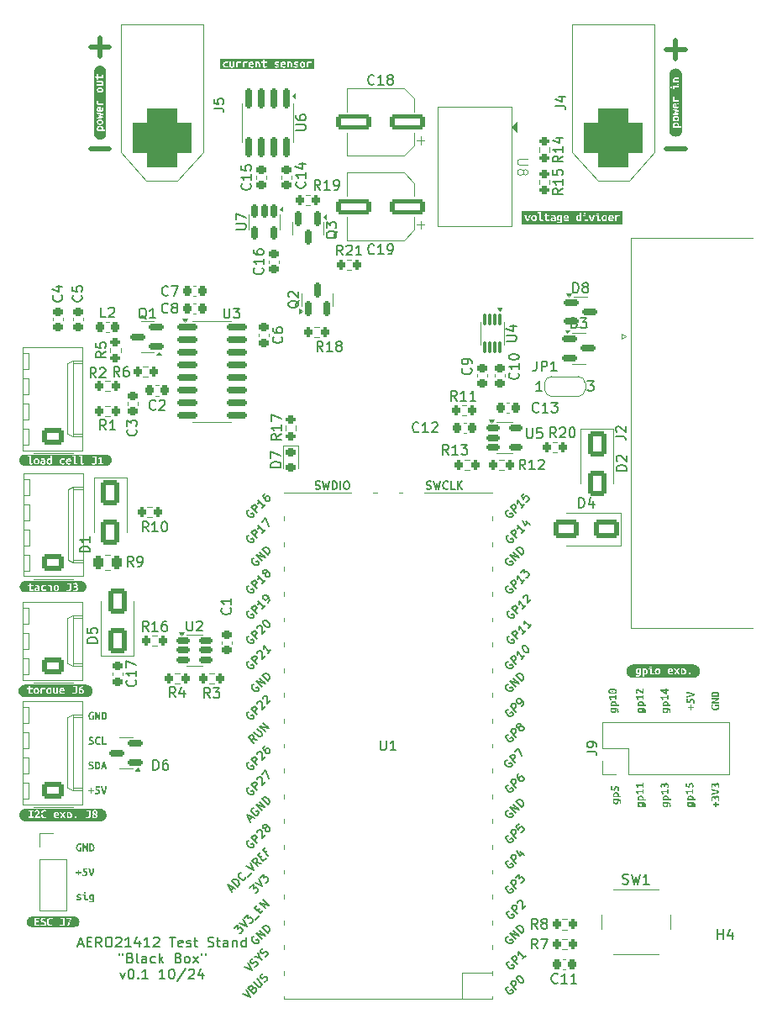
<source format=gto>
%TF.GenerationSoftware,KiCad,Pcbnew,8.0.5*%
%TF.CreationDate,2024-12-03T15:09:02+00:00*%
%TF.ProjectId,test-rig-black-box,74657374-2d72-4696-972d-626c61636b2d,1.0*%
%TF.SameCoordinates,Original*%
%TF.FileFunction,Legend,Top*%
%TF.FilePolarity,Positive*%
%FSLAX46Y46*%
G04 Gerber Fmt 4.6, Leading zero omitted, Abs format (unit mm)*
G04 Created by KiCad (PCBNEW 8.0.5) date 2024-12-03 15:09:02*
%MOMM*%
%LPD*%
G01*
G04 APERTURE LIST*
G04 Aperture macros list*
%AMRoundRect*
0 Rectangle with rounded corners*
0 $1 Rounding radius*
0 $2 $3 $4 $5 $6 $7 $8 $9 X,Y pos of 4 corners*
0 Add a 4 corners polygon primitive as box body*
4,1,4,$2,$3,$4,$5,$6,$7,$8,$9,$2,$3,0*
0 Add four circle primitives for the rounded corners*
1,1,$1+$1,$2,$3*
1,1,$1+$1,$4,$5*
1,1,$1+$1,$6,$7*
1,1,$1+$1,$8,$9*
0 Add four rect primitives between the rounded corners*
20,1,$1+$1,$2,$3,$4,$5,0*
20,1,$1+$1,$4,$5,$6,$7,0*
20,1,$1+$1,$6,$7,$8,$9,0*
20,1,$1+$1,$8,$9,$2,$3,0*%
%AMFreePoly0*
4,1,19,0.550000,-0.750000,0.000000,-0.750000,0.000000,-0.744911,-0.071157,-0.744911,-0.207708,-0.704816,-0.327430,-0.627875,-0.420627,-0.520320,-0.479746,-0.390866,-0.500000,-0.250000,-0.500000,0.250000,-0.479746,0.390866,-0.420627,0.520320,-0.327430,0.627875,-0.207708,0.704816,-0.071157,0.744911,0.000000,0.744911,0.000000,0.750000,0.550000,0.750000,0.550000,-0.750000,0.550000,-0.750000,
$1*%
%AMFreePoly1*
4,1,19,0.000000,0.744911,0.071157,0.744911,0.207708,0.704816,0.327430,0.627875,0.420627,0.520320,0.479746,0.390866,0.500000,0.250000,0.500000,-0.250000,0.479746,-0.390866,0.420627,-0.520320,0.327430,-0.627875,0.207708,-0.704816,0.071157,-0.744911,0.000000,-0.744911,0.000000,-0.750000,-0.550000,-0.750000,-0.550000,0.750000,0.000000,0.750000,0.000000,0.744911,0.000000,0.744911,
$1*%
G04 Aperture macros list end*
%ADD10C,0.500000*%
%ADD11C,0.150000*%
%ADD12C,0.100000*%
%ADD13C,0.000000*%
%ADD14C,0.120000*%
%ADD15RoundRect,0.150000X-0.587500X-0.150000X0.587500X-0.150000X0.587500X0.150000X-0.587500X0.150000X0*%
%ADD16RoundRect,0.225000X-0.225000X-0.250000X0.225000X-0.250000X0.225000X0.250000X-0.225000X0.250000X0*%
%ADD17RoundRect,0.200000X0.275000X-0.200000X0.275000X0.200000X-0.275000X0.200000X-0.275000X-0.200000X0*%
%ADD18RoundRect,0.200000X0.200000X0.275000X-0.200000X0.275000X-0.200000X-0.275000X0.200000X-0.275000X0*%
%ADD19C,3.200000*%
%ADD20RoundRect,0.225000X-0.250000X0.225000X-0.250000X-0.225000X0.250000X-0.225000X0.250000X0.225000X0*%
%ADD21RoundRect,0.225000X0.225000X0.250000X-0.225000X0.250000X-0.225000X-0.250000X0.225000X-0.250000X0*%
%ADD22C,4.200000*%
%ADD23R,1.600000X1.600000*%
%ADD24C,1.600000*%
%ADD25RoundRect,0.150000X0.587500X0.150000X-0.587500X0.150000X-0.587500X-0.150000X0.587500X-0.150000X0*%
%ADD26C,1.524000*%
%ADD27RoundRect,0.200000X-0.200000X-0.275000X0.200000X-0.275000X0.200000X0.275000X-0.200000X0.275000X0*%
%ADD28O,1.800000X1.800000*%
%ADD29O,1.500000X1.500000*%
%ADD30O,1.700000X1.700000*%
%ADD31R,3.500000X1.700000*%
%ADD32R,1.700000X1.700000*%
%ADD33R,1.700000X3.500000*%
%ADD34RoundRect,0.250000X-0.650000X1.000000X-0.650000X-1.000000X0.650000X-1.000000X0.650000X1.000000X0*%
%ADD35RoundRect,0.225000X0.250000X-0.225000X0.250000X0.225000X-0.250000X0.225000X-0.250000X-0.225000X0*%
%ADD36RoundRect,0.087500X-0.087500X0.537500X-0.087500X-0.537500X0.087500X-0.537500X0.087500X0.537500X0*%
%ADD37RoundRect,0.150000X-0.150000X0.825000X-0.150000X-0.825000X0.150000X-0.825000X0.150000X0.825000X0*%
%ADD38RoundRect,0.250000X0.845000X-0.620000X0.845000X0.620000X-0.845000X0.620000X-0.845000X-0.620000X0*%
%ADD39O,2.190000X1.740000*%
%ADD40RoundRect,1.500000X1.500000X-1.500000X1.500000X1.500000X-1.500000X1.500000X-1.500000X-1.500000X0*%
%ADD41C,6.000000*%
%ADD42RoundRect,0.200000X-0.275000X0.200000X-0.275000X-0.200000X0.275000X-0.200000X0.275000X0.200000X0*%
%ADD43RoundRect,0.250000X1.500000X0.550000X-1.500000X0.550000X-1.500000X-0.550000X1.500000X-0.550000X0*%
%ADD44RoundRect,0.150000X0.150000X-0.587500X0.150000X0.587500X-0.150000X0.587500X-0.150000X-0.587500X0*%
%ADD45RoundRect,0.218750X-0.256250X0.218750X-0.256250X-0.218750X0.256250X-0.218750X0.256250X0.218750X0*%
%ADD46RoundRect,0.150000X-0.150000X0.587500X-0.150000X-0.587500X0.150000X-0.587500X0.150000X0.587500X0*%
%ADD47RoundRect,0.250000X1.000000X0.650000X-1.000000X0.650000X-1.000000X-0.650000X1.000000X-0.650000X0*%
%ADD48RoundRect,0.250000X-0.262500X-0.450000X0.262500X-0.450000X0.262500X0.450000X-0.262500X0.450000X0*%
%ADD49RoundRect,0.218750X-0.218750X-0.256250X0.218750X-0.256250X0.218750X0.256250X-0.218750X0.256250X0*%
%ADD50RoundRect,0.150000X-0.512500X-0.150000X0.512500X-0.150000X0.512500X0.150000X-0.512500X0.150000X0*%
%ADD51C,2.000000*%
%ADD52FreePoly0,0.000000*%
%ADD53R,1.000000X1.500000*%
%ADD54FreePoly1,0.000000*%
%ADD55RoundRect,0.150000X-0.850000X-0.150000X0.850000X-0.150000X0.850000X0.150000X-0.850000X0.150000X0*%
%ADD56RoundRect,0.150000X-0.150000X0.512500X-0.150000X-0.512500X0.150000X-0.512500X0.150000X0.512500X0*%
%ADD57RoundRect,0.250000X0.650000X-1.000000X0.650000X1.000000X-0.650000X1.000000X-0.650000X-1.000000X0*%
G04 APERTURE END LIST*
D10*
X156207619Y-75088166D02*
X158112381Y-75088166D01*
X157160000Y-76040547D02*
X157160000Y-74135785D01*
X156207619Y-85338166D02*
X158112381Y-85338166D01*
X214207619Y-75338166D02*
X216112381Y-75338166D01*
X215160000Y-76290547D02*
X215160000Y-74385785D01*
X214207619Y-85338166D02*
X216112381Y-85338166D01*
D11*
X154933808Y-165414104D02*
X155409998Y-165414104D01*
X154838570Y-165699819D02*
X155171903Y-164699819D01*
X155171903Y-164699819D02*
X155505236Y-165699819D01*
X155838570Y-165176009D02*
X156171903Y-165176009D01*
X156314760Y-165699819D02*
X155838570Y-165699819D01*
X155838570Y-165699819D02*
X155838570Y-164699819D01*
X155838570Y-164699819D02*
X156314760Y-164699819D01*
X157314760Y-165699819D02*
X156981427Y-165223628D01*
X156743332Y-165699819D02*
X156743332Y-164699819D01*
X156743332Y-164699819D02*
X157124284Y-164699819D01*
X157124284Y-164699819D02*
X157219522Y-164747438D01*
X157219522Y-164747438D02*
X157267141Y-164795057D01*
X157267141Y-164795057D02*
X157314760Y-164890295D01*
X157314760Y-164890295D02*
X157314760Y-165033152D01*
X157314760Y-165033152D02*
X157267141Y-165128390D01*
X157267141Y-165128390D02*
X157219522Y-165176009D01*
X157219522Y-165176009D02*
X157124284Y-165223628D01*
X157124284Y-165223628D02*
X156743332Y-165223628D01*
X157933808Y-164699819D02*
X158124284Y-164699819D01*
X158124284Y-164699819D02*
X158219522Y-164747438D01*
X158219522Y-164747438D02*
X158314760Y-164842676D01*
X158314760Y-164842676D02*
X158362379Y-165033152D01*
X158362379Y-165033152D02*
X158362379Y-165366485D01*
X158362379Y-165366485D02*
X158314760Y-165556961D01*
X158314760Y-165556961D02*
X158219522Y-165652200D01*
X158219522Y-165652200D02*
X158124284Y-165699819D01*
X158124284Y-165699819D02*
X157933808Y-165699819D01*
X157933808Y-165699819D02*
X157838570Y-165652200D01*
X157838570Y-165652200D02*
X157743332Y-165556961D01*
X157743332Y-165556961D02*
X157695713Y-165366485D01*
X157695713Y-165366485D02*
X157695713Y-165033152D01*
X157695713Y-165033152D02*
X157743332Y-164842676D01*
X157743332Y-164842676D02*
X157838570Y-164747438D01*
X157838570Y-164747438D02*
X157933808Y-164699819D01*
X158743332Y-164795057D02*
X158790951Y-164747438D01*
X158790951Y-164747438D02*
X158886189Y-164699819D01*
X158886189Y-164699819D02*
X159124284Y-164699819D01*
X159124284Y-164699819D02*
X159219522Y-164747438D01*
X159219522Y-164747438D02*
X159267141Y-164795057D01*
X159267141Y-164795057D02*
X159314760Y-164890295D01*
X159314760Y-164890295D02*
X159314760Y-164985533D01*
X159314760Y-164985533D02*
X159267141Y-165128390D01*
X159267141Y-165128390D02*
X158695713Y-165699819D01*
X158695713Y-165699819D02*
X159314760Y-165699819D01*
X160267141Y-165699819D02*
X159695713Y-165699819D01*
X159981427Y-165699819D02*
X159981427Y-164699819D01*
X159981427Y-164699819D02*
X159886189Y-164842676D01*
X159886189Y-164842676D02*
X159790951Y-164937914D01*
X159790951Y-164937914D02*
X159695713Y-164985533D01*
X161124284Y-165033152D02*
X161124284Y-165699819D01*
X160886189Y-164652200D02*
X160648094Y-165366485D01*
X160648094Y-165366485D02*
X161267141Y-165366485D01*
X162171903Y-165699819D02*
X161600475Y-165699819D01*
X161886189Y-165699819D02*
X161886189Y-164699819D01*
X161886189Y-164699819D02*
X161790951Y-164842676D01*
X161790951Y-164842676D02*
X161695713Y-164937914D01*
X161695713Y-164937914D02*
X161600475Y-164985533D01*
X162552856Y-164795057D02*
X162600475Y-164747438D01*
X162600475Y-164747438D02*
X162695713Y-164699819D01*
X162695713Y-164699819D02*
X162933808Y-164699819D01*
X162933808Y-164699819D02*
X163029046Y-164747438D01*
X163029046Y-164747438D02*
X163076665Y-164795057D01*
X163076665Y-164795057D02*
X163124284Y-164890295D01*
X163124284Y-164890295D02*
X163124284Y-164985533D01*
X163124284Y-164985533D02*
X163076665Y-165128390D01*
X163076665Y-165128390D02*
X162505237Y-165699819D01*
X162505237Y-165699819D02*
X163124284Y-165699819D01*
X164171904Y-164699819D02*
X164743332Y-164699819D01*
X164457618Y-165699819D02*
X164457618Y-164699819D01*
X165457618Y-165652200D02*
X165362380Y-165699819D01*
X165362380Y-165699819D02*
X165171904Y-165699819D01*
X165171904Y-165699819D02*
X165076666Y-165652200D01*
X165076666Y-165652200D02*
X165029047Y-165556961D01*
X165029047Y-165556961D02*
X165029047Y-165176009D01*
X165029047Y-165176009D02*
X165076666Y-165080771D01*
X165076666Y-165080771D02*
X165171904Y-165033152D01*
X165171904Y-165033152D02*
X165362380Y-165033152D01*
X165362380Y-165033152D02*
X165457618Y-165080771D01*
X165457618Y-165080771D02*
X165505237Y-165176009D01*
X165505237Y-165176009D02*
X165505237Y-165271247D01*
X165505237Y-165271247D02*
X165029047Y-165366485D01*
X165886190Y-165652200D02*
X165981428Y-165699819D01*
X165981428Y-165699819D02*
X166171904Y-165699819D01*
X166171904Y-165699819D02*
X166267142Y-165652200D01*
X166267142Y-165652200D02*
X166314761Y-165556961D01*
X166314761Y-165556961D02*
X166314761Y-165509342D01*
X166314761Y-165509342D02*
X166267142Y-165414104D01*
X166267142Y-165414104D02*
X166171904Y-165366485D01*
X166171904Y-165366485D02*
X166029047Y-165366485D01*
X166029047Y-165366485D02*
X165933809Y-165318866D01*
X165933809Y-165318866D02*
X165886190Y-165223628D01*
X165886190Y-165223628D02*
X165886190Y-165176009D01*
X165886190Y-165176009D02*
X165933809Y-165080771D01*
X165933809Y-165080771D02*
X166029047Y-165033152D01*
X166029047Y-165033152D02*
X166171904Y-165033152D01*
X166171904Y-165033152D02*
X166267142Y-165080771D01*
X166600476Y-165033152D02*
X166981428Y-165033152D01*
X166743333Y-164699819D02*
X166743333Y-165556961D01*
X166743333Y-165556961D02*
X166790952Y-165652200D01*
X166790952Y-165652200D02*
X166886190Y-165699819D01*
X166886190Y-165699819D02*
X166981428Y-165699819D01*
X168029048Y-165652200D02*
X168171905Y-165699819D01*
X168171905Y-165699819D02*
X168410000Y-165699819D01*
X168410000Y-165699819D02*
X168505238Y-165652200D01*
X168505238Y-165652200D02*
X168552857Y-165604580D01*
X168552857Y-165604580D02*
X168600476Y-165509342D01*
X168600476Y-165509342D02*
X168600476Y-165414104D01*
X168600476Y-165414104D02*
X168552857Y-165318866D01*
X168552857Y-165318866D02*
X168505238Y-165271247D01*
X168505238Y-165271247D02*
X168410000Y-165223628D01*
X168410000Y-165223628D02*
X168219524Y-165176009D01*
X168219524Y-165176009D02*
X168124286Y-165128390D01*
X168124286Y-165128390D02*
X168076667Y-165080771D01*
X168076667Y-165080771D02*
X168029048Y-164985533D01*
X168029048Y-164985533D02*
X168029048Y-164890295D01*
X168029048Y-164890295D02*
X168076667Y-164795057D01*
X168076667Y-164795057D02*
X168124286Y-164747438D01*
X168124286Y-164747438D02*
X168219524Y-164699819D01*
X168219524Y-164699819D02*
X168457619Y-164699819D01*
X168457619Y-164699819D02*
X168600476Y-164747438D01*
X168886191Y-165033152D02*
X169267143Y-165033152D01*
X169029048Y-164699819D02*
X169029048Y-165556961D01*
X169029048Y-165556961D02*
X169076667Y-165652200D01*
X169076667Y-165652200D02*
X169171905Y-165699819D01*
X169171905Y-165699819D02*
X169267143Y-165699819D01*
X170029048Y-165699819D02*
X170029048Y-165176009D01*
X170029048Y-165176009D02*
X169981429Y-165080771D01*
X169981429Y-165080771D02*
X169886191Y-165033152D01*
X169886191Y-165033152D02*
X169695715Y-165033152D01*
X169695715Y-165033152D02*
X169600477Y-165080771D01*
X170029048Y-165652200D02*
X169933810Y-165699819D01*
X169933810Y-165699819D02*
X169695715Y-165699819D01*
X169695715Y-165699819D02*
X169600477Y-165652200D01*
X169600477Y-165652200D02*
X169552858Y-165556961D01*
X169552858Y-165556961D02*
X169552858Y-165461723D01*
X169552858Y-165461723D02*
X169600477Y-165366485D01*
X169600477Y-165366485D02*
X169695715Y-165318866D01*
X169695715Y-165318866D02*
X169933810Y-165318866D01*
X169933810Y-165318866D02*
X170029048Y-165271247D01*
X170505239Y-165033152D02*
X170505239Y-165699819D01*
X170505239Y-165128390D02*
X170552858Y-165080771D01*
X170552858Y-165080771D02*
X170648096Y-165033152D01*
X170648096Y-165033152D02*
X170790953Y-165033152D01*
X170790953Y-165033152D02*
X170886191Y-165080771D01*
X170886191Y-165080771D02*
X170933810Y-165176009D01*
X170933810Y-165176009D02*
X170933810Y-165699819D01*
X171838572Y-165699819D02*
X171838572Y-164699819D01*
X171838572Y-165652200D02*
X171743334Y-165699819D01*
X171743334Y-165699819D02*
X171552858Y-165699819D01*
X171552858Y-165699819D02*
X171457620Y-165652200D01*
X171457620Y-165652200D02*
X171410001Y-165604580D01*
X171410001Y-165604580D02*
X171362382Y-165509342D01*
X171362382Y-165509342D02*
X171362382Y-165223628D01*
X171362382Y-165223628D02*
X171410001Y-165128390D01*
X171410001Y-165128390D02*
X171457620Y-165080771D01*
X171457620Y-165080771D02*
X171552858Y-165033152D01*
X171552858Y-165033152D02*
X171743334Y-165033152D01*
X171743334Y-165033152D02*
X171838572Y-165080771D01*
X159052856Y-166309763D02*
X159052856Y-166500239D01*
X159433808Y-166309763D02*
X159433808Y-166500239D01*
X160195713Y-166785953D02*
X160338570Y-166833572D01*
X160338570Y-166833572D02*
X160386189Y-166881191D01*
X160386189Y-166881191D02*
X160433808Y-166976429D01*
X160433808Y-166976429D02*
X160433808Y-167119286D01*
X160433808Y-167119286D02*
X160386189Y-167214524D01*
X160386189Y-167214524D02*
X160338570Y-167262144D01*
X160338570Y-167262144D02*
X160243332Y-167309763D01*
X160243332Y-167309763D02*
X159862380Y-167309763D01*
X159862380Y-167309763D02*
X159862380Y-166309763D01*
X159862380Y-166309763D02*
X160195713Y-166309763D01*
X160195713Y-166309763D02*
X160290951Y-166357382D01*
X160290951Y-166357382D02*
X160338570Y-166405001D01*
X160338570Y-166405001D02*
X160386189Y-166500239D01*
X160386189Y-166500239D02*
X160386189Y-166595477D01*
X160386189Y-166595477D02*
X160338570Y-166690715D01*
X160338570Y-166690715D02*
X160290951Y-166738334D01*
X160290951Y-166738334D02*
X160195713Y-166785953D01*
X160195713Y-166785953D02*
X159862380Y-166785953D01*
X161005237Y-167309763D02*
X160909999Y-167262144D01*
X160909999Y-167262144D02*
X160862380Y-167166905D01*
X160862380Y-167166905D02*
X160862380Y-166309763D01*
X161814761Y-167309763D02*
X161814761Y-166785953D01*
X161814761Y-166785953D02*
X161767142Y-166690715D01*
X161767142Y-166690715D02*
X161671904Y-166643096D01*
X161671904Y-166643096D02*
X161481428Y-166643096D01*
X161481428Y-166643096D02*
X161386190Y-166690715D01*
X161814761Y-167262144D02*
X161719523Y-167309763D01*
X161719523Y-167309763D02*
X161481428Y-167309763D01*
X161481428Y-167309763D02*
X161386190Y-167262144D01*
X161386190Y-167262144D02*
X161338571Y-167166905D01*
X161338571Y-167166905D02*
X161338571Y-167071667D01*
X161338571Y-167071667D02*
X161386190Y-166976429D01*
X161386190Y-166976429D02*
X161481428Y-166928810D01*
X161481428Y-166928810D02*
X161719523Y-166928810D01*
X161719523Y-166928810D02*
X161814761Y-166881191D01*
X162719523Y-167262144D02*
X162624285Y-167309763D01*
X162624285Y-167309763D02*
X162433809Y-167309763D01*
X162433809Y-167309763D02*
X162338571Y-167262144D01*
X162338571Y-167262144D02*
X162290952Y-167214524D01*
X162290952Y-167214524D02*
X162243333Y-167119286D01*
X162243333Y-167119286D02*
X162243333Y-166833572D01*
X162243333Y-166833572D02*
X162290952Y-166738334D01*
X162290952Y-166738334D02*
X162338571Y-166690715D01*
X162338571Y-166690715D02*
X162433809Y-166643096D01*
X162433809Y-166643096D02*
X162624285Y-166643096D01*
X162624285Y-166643096D02*
X162719523Y-166690715D01*
X163148095Y-167309763D02*
X163148095Y-166309763D01*
X163243333Y-166928810D02*
X163529047Y-167309763D01*
X163529047Y-166643096D02*
X163148095Y-167024048D01*
X165052857Y-166785953D02*
X165195714Y-166833572D01*
X165195714Y-166833572D02*
X165243333Y-166881191D01*
X165243333Y-166881191D02*
X165290952Y-166976429D01*
X165290952Y-166976429D02*
X165290952Y-167119286D01*
X165290952Y-167119286D02*
X165243333Y-167214524D01*
X165243333Y-167214524D02*
X165195714Y-167262144D01*
X165195714Y-167262144D02*
X165100476Y-167309763D01*
X165100476Y-167309763D02*
X164719524Y-167309763D01*
X164719524Y-167309763D02*
X164719524Y-166309763D01*
X164719524Y-166309763D02*
X165052857Y-166309763D01*
X165052857Y-166309763D02*
X165148095Y-166357382D01*
X165148095Y-166357382D02*
X165195714Y-166405001D01*
X165195714Y-166405001D02*
X165243333Y-166500239D01*
X165243333Y-166500239D02*
X165243333Y-166595477D01*
X165243333Y-166595477D02*
X165195714Y-166690715D01*
X165195714Y-166690715D02*
X165148095Y-166738334D01*
X165148095Y-166738334D02*
X165052857Y-166785953D01*
X165052857Y-166785953D02*
X164719524Y-166785953D01*
X165862381Y-167309763D02*
X165767143Y-167262144D01*
X165767143Y-167262144D02*
X165719524Y-167214524D01*
X165719524Y-167214524D02*
X165671905Y-167119286D01*
X165671905Y-167119286D02*
X165671905Y-166833572D01*
X165671905Y-166833572D02*
X165719524Y-166738334D01*
X165719524Y-166738334D02*
X165767143Y-166690715D01*
X165767143Y-166690715D02*
X165862381Y-166643096D01*
X165862381Y-166643096D02*
X166005238Y-166643096D01*
X166005238Y-166643096D02*
X166100476Y-166690715D01*
X166100476Y-166690715D02*
X166148095Y-166738334D01*
X166148095Y-166738334D02*
X166195714Y-166833572D01*
X166195714Y-166833572D02*
X166195714Y-167119286D01*
X166195714Y-167119286D02*
X166148095Y-167214524D01*
X166148095Y-167214524D02*
X166100476Y-167262144D01*
X166100476Y-167262144D02*
X166005238Y-167309763D01*
X166005238Y-167309763D02*
X165862381Y-167309763D01*
X166529048Y-167309763D02*
X167052857Y-166643096D01*
X166529048Y-166643096D02*
X167052857Y-167309763D01*
X167386191Y-166309763D02*
X167386191Y-166500239D01*
X167767143Y-166309763D02*
X167767143Y-166500239D01*
X159171905Y-168253040D02*
X159410000Y-168919707D01*
X159410000Y-168919707D02*
X159648095Y-168253040D01*
X160219524Y-167919707D02*
X160314762Y-167919707D01*
X160314762Y-167919707D02*
X160410000Y-167967326D01*
X160410000Y-167967326D02*
X160457619Y-168014945D01*
X160457619Y-168014945D02*
X160505238Y-168110183D01*
X160505238Y-168110183D02*
X160552857Y-168300659D01*
X160552857Y-168300659D02*
X160552857Y-168538754D01*
X160552857Y-168538754D02*
X160505238Y-168729230D01*
X160505238Y-168729230D02*
X160457619Y-168824468D01*
X160457619Y-168824468D02*
X160410000Y-168872088D01*
X160410000Y-168872088D02*
X160314762Y-168919707D01*
X160314762Y-168919707D02*
X160219524Y-168919707D01*
X160219524Y-168919707D02*
X160124286Y-168872088D01*
X160124286Y-168872088D02*
X160076667Y-168824468D01*
X160076667Y-168824468D02*
X160029048Y-168729230D01*
X160029048Y-168729230D02*
X159981429Y-168538754D01*
X159981429Y-168538754D02*
X159981429Y-168300659D01*
X159981429Y-168300659D02*
X160029048Y-168110183D01*
X160029048Y-168110183D02*
X160076667Y-168014945D01*
X160076667Y-168014945D02*
X160124286Y-167967326D01*
X160124286Y-167967326D02*
X160219524Y-167919707D01*
X160981429Y-168824468D02*
X161029048Y-168872088D01*
X161029048Y-168872088D02*
X160981429Y-168919707D01*
X160981429Y-168919707D02*
X160933810Y-168872088D01*
X160933810Y-168872088D02*
X160981429Y-168824468D01*
X160981429Y-168824468D02*
X160981429Y-168919707D01*
X161981428Y-168919707D02*
X161410000Y-168919707D01*
X161695714Y-168919707D02*
X161695714Y-167919707D01*
X161695714Y-167919707D02*
X161600476Y-168062564D01*
X161600476Y-168062564D02*
X161505238Y-168157802D01*
X161505238Y-168157802D02*
X161410000Y-168205421D01*
X163695714Y-168919707D02*
X163124286Y-168919707D01*
X163410000Y-168919707D02*
X163410000Y-167919707D01*
X163410000Y-167919707D02*
X163314762Y-168062564D01*
X163314762Y-168062564D02*
X163219524Y-168157802D01*
X163219524Y-168157802D02*
X163124286Y-168205421D01*
X164314762Y-167919707D02*
X164410000Y-167919707D01*
X164410000Y-167919707D02*
X164505238Y-167967326D01*
X164505238Y-167967326D02*
X164552857Y-168014945D01*
X164552857Y-168014945D02*
X164600476Y-168110183D01*
X164600476Y-168110183D02*
X164648095Y-168300659D01*
X164648095Y-168300659D02*
X164648095Y-168538754D01*
X164648095Y-168538754D02*
X164600476Y-168729230D01*
X164600476Y-168729230D02*
X164552857Y-168824468D01*
X164552857Y-168824468D02*
X164505238Y-168872088D01*
X164505238Y-168872088D02*
X164410000Y-168919707D01*
X164410000Y-168919707D02*
X164314762Y-168919707D01*
X164314762Y-168919707D02*
X164219524Y-168872088D01*
X164219524Y-168872088D02*
X164171905Y-168824468D01*
X164171905Y-168824468D02*
X164124286Y-168729230D01*
X164124286Y-168729230D02*
X164076667Y-168538754D01*
X164076667Y-168538754D02*
X164076667Y-168300659D01*
X164076667Y-168300659D02*
X164124286Y-168110183D01*
X164124286Y-168110183D02*
X164171905Y-168014945D01*
X164171905Y-168014945D02*
X164219524Y-167967326D01*
X164219524Y-167967326D02*
X164314762Y-167919707D01*
X165790952Y-167872088D02*
X164933810Y-169157802D01*
X166076667Y-168014945D02*
X166124286Y-167967326D01*
X166124286Y-167967326D02*
X166219524Y-167919707D01*
X166219524Y-167919707D02*
X166457619Y-167919707D01*
X166457619Y-167919707D02*
X166552857Y-167967326D01*
X166552857Y-167967326D02*
X166600476Y-168014945D01*
X166600476Y-168014945D02*
X166648095Y-168110183D01*
X166648095Y-168110183D02*
X166648095Y-168205421D01*
X166648095Y-168205421D02*
X166600476Y-168348278D01*
X166600476Y-168348278D02*
X166029048Y-168919707D01*
X166029048Y-168919707D02*
X166648095Y-168919707D01*
X167505238Y-168253040D02*
X167505238Y-168919707D01*
X167267143Y-167872088D02*
X167029048Y-168586373D01*
X167029048Y-168586373D02*
X167648095Y-168586373D01*
X204671905Y-103364819D02*
X204671905Y-102364819D01*
X204671905Y-102364819D02*
X204910000Y-102364819D01*
X204910000Y-102364819D02*
X205052857Y-102412438D01*
X205052857Y-102412438D02*
X205148095Y-102507676D01*
X205148095Y-102507676D02*
X205195714Y-102602914D01*
X205195714Y-102602914D02*
X205243333Y-102793390D01*
X205243333Y-102793390D02*
X205243333Y-102936247D01*
X205243333Y-102936247D02*
X205195714Y-103126723D01*
X205195714Y-103126723D02*
X205148095Y-103221961D01*
X205148095Y-103221961D02*
X205052857Y-103317200D01*
X205052857Y-103317200D02*
X204910000Y-103364819D01*
X204910000Y-103364819D02*
X204671905Y-103364819D01*
X205576667Y-102364819D02*
X206195714Y-102364819D01*
X206195714Y-102364819D02*
X205862381Y-102745771D01*
X205862381Y-102745771D02*
X206005238Y-102745771D01*
X206005238Y-102745771D02*
X206100476Y-102793390D01*
X206100476Y-102793390D02*
X206148095Y-102841009D01*
X206148095Y-102841009D02*
X206195714Y-102936247D01*
X206195714Y-102936247D02*
X206195714Y-103174342D01*
X206195714Y-103174342D02*
X206148095Y-103269580D01*
X206148095Y-103269580D02*
X206100476Y-103317200D01*
X206100476Y-103317200D02*
X206005238Y-103364819D01*
X206005238Y-103364819D02*
X205719524Y-103364819D01*
X205719524Y-103364819D02*
X205624286Y-103317200D01*
X205624286Y-103317200D02*
X205576667Y-103269580D01*
X162743333Y-111519580D02*
X162695714Y-111567200D01*
X162695714Y-111567200D02*
X162552857Y-111614819D01*
X162552857Y-111614819D02*
X162457619Y-111614819D01*
X162457619Y-111614819D02*
X162314762Y-111567200D01*
X162314762Y-111567200D02*
X162219524Y-111471961D01*
X162219524Y-111471961D02*
X162171905Y-111376723D01*
X162171905Y-111376723D02*
X162124286Y-111186247D01*
X162124286Y-111186247D02*
X162124286Y-111043390D01*
X162124286Y-111043390D02*
X162171905Y-110852914D01*
X162171905Y-110852914D02*
X162219524Y-110757676D01*
X162219524Y-110757676D02*
X162314762Y-110662438D01*
X162314762Y-110662438D02*
X162457619Y-110614819D01*
X162457619Y-110614819D02*
X162552857Y-110614819D01*
X162552857Y-110614819D02*
X162695714Y-110662438D01*
X162695714Y-110662438D02*
X162743333Y-110710057D01*
X163124286Y-110710057D02*
X163171905Y-110662438D01*
X163171905Y-110662438D02*
X163267143Y-110614819D01*
X163267143Y-110614819D02*
X163505238Y-110614819D01*
X163505238Y-110614819D02*
X163600476Y-110662438D01*
X163600476Y-110662438D02*
X163648095Y-110710057D01*
X163648095Y-110710057D02*
X163695714Y-110805295D01*
X163695714Y-110805295D02*
X163695714Y-110900533D01*
X163695714Y-110900533D02*
X163648095Y-111043390D01*
X163648095Y-111043390D02*
X163076667Y-111614819D01*
X163076667Y-111614819D02*
X163695714Y-111614819D01*
X175394819Y-114052857D02*
X174918628Y-114386190D01*
X175394819Y-114624285D02*
X174394819Y-114624285D01*
X174394819Y-114624285D02*
X174394819Y-114243333D01*
X174394819Y-114243333D02*
X174442438Y-114148095D01*
X174442438Y-114148095D02*
X174490057Y-114100476D01*
X174490057Y-114100476D02*
X174585295Y-114052857D01*
X174585295Y-114052857D02*
X174728152Y-114052857D01*
X174728152Y-114052857D02*
X174823390Y-114100476D01*
X174823390Y-114100476D02*
X174871009Y-114148095D01*
X174871009Y-114148095D02*
X174918628Y-114243333D01*
X174918628Y-114243333D02*
X174918628Y-114624285D01*
X175394819Y-113100476D02*
X175394819Y-113671904D01*
X175394819Y-113386190D02*
X174394819Y-113386190D01*
X174394819Y-113386190D02*
X174537676Y-113481428D01*
X174537676Y-113481428D02*
X174632914Y-113576666D01*
X174632914Y-113576666D02*
X174680533Y-113671904D01*
X174394819Y-112767142D02*
X174394819Y-112100476D01*
X174394819Y-112100476D02*
X175394819Y-112529047D01*
X201243333Y-163864819D02*
X200910000Y-163388628D01*
X200671905Y-163864819D02*
X200671905Y-162864819D01*
X200671905Y-162864819D02*
X201052857Y-162864819D01*
X201052857Y-162864819D02*
X201148095Y-162912438D01*
X201148095Y-162912438D02*
X201195714Y-162960057D01*
X201195714Y-162960057D02*
X201243333Y-163055295D01*
X201243333Y-163055295D02*
X201243333Y-163198152D01*
X201243333Y-163198152D02*
X201195714Y-163293390D01*
X201195714Y-163293390D02*
X201148095Y-163341009D01*
X201148095Y-163341009D02*
X201052857Y-163388628D01*
X201052857Y-163388628D02*
X200671905Y-163388628D01*
X201814762Y-163293390D02*
X201719524Y-163245771D01*
X201719524Y-163245771D02*
X201671905Y-163198152D01*
X201671905Y-163198152D02*
X201624286Y-163102914D01*
X201624286Y-163102914D02*
X201624286Y-163055295D01*
X201624286Y-163055295D02*
X201671905Y-162960057D01*
X201671905Y-162960057D02*
X201719524Y-162912438D01*
X201719524Y-162912438D02*
X201814762Y-162864819D01*
X201814762Y-162864819D02*
X202005238Y-162864819D01*
X202005238Y-162864819D02*
X202100476Y-162912438D01*
X202100476Y-162912438D02*
X202148095Y-162960057D01*
X202148095Y-162960057D02*
X202195714Y-163055295D01*
X202195714Y-163055295D02*
X202195714Y-163102914D01*
X202195714Y-163102914D02*
X202148095Y-163198152D01*
X202148095Y-163198152D02*
X202100476Y-163245771D01*
X202100476Y-163245771D02*
X202005238Y-163293390D01*
X202005238Y-163293390D02*
X201814762Y-163293390D01*
X201814762Y-163293390D02*
X201719524Y-163341009D01*
X201719524Y-163341009D02*
X201671905Y-163388628D01*
X201671905Y-163388628D02*
X201624286Y-163483866D01*
X201624286Y-163483866D02*
X201624286Y-163674342D01*
X201624286Y-163674342D02*
X201671905Y-163769580D01*
X201671905Y-163769580D02*
X201719524Y-163817200D01*
X201719524Y-163817200D02*
X201814762Y-163864819D01*
X201814762Y-163864819D02*
X202005238Y-163864819D01*
X202005238Y-163864819D02*
X202100476Y-163817200D01*
X202100476Y-163817200D02*
X202148095Y-163769580D01*
X202148095Y-163769580D02*
X202195714Y-163674342D01*
X202195714Y-163674342D02*
X202195714Y-163483866D01*
X202195714Y-163483866D02*
X202148095Y-163388628D01*
X202148095Y-163388628D02*
X202100476Y-163341009D01*
X202100476Y-163341009D02*
X202005238Y-163293390D01*
X160699580Y-138827857D02*
X160747200Y-138875476D01*
X160747200Y-138875476D02*
X160794819Y-139018333D01*
X160794819Y-139018333D02*
X160794819Y-139113571D01*
X160794819Y-139113571D02*
X160747200Y-139256428D01*
X160747200Y-139256428D02*
X160651961Y-139351666D01*
X160651961Y-139351666D02*
X160556723Y-139399285D01*
X160556723Y-139399285D02*
X160366247Y-139446904D01*
X160366247Y-139446904D02*
X160223390Y-139446904D01*
X160223390Y-139446904D02*
X160032914Y-139399285D01*
X160032914Y-139399285D02*
X159937676Y-139351666D01*
X159937676Y-139351666D02*
X159842438Y-139256428D01*
X159842438Y-139256428D02*
X159794819Y-139113571D01*
X159794819Y-139113571D02*
X159794819Y-139018333D01*
X159794819Y-139018333D02*
X159842438Y-138875476D01*
X159842438Y-138875476D02*
X159890057Y-138827857D01*
X160794819Y-137875476D02*
X160794819Y-138446904D01*
X160794819Y-138161190D02*
X159794819Y-138161190D01*
X159794819Y-138161190D02*
X159937676Y-138256428D01*
X159937676Y-138256428D02*
X160032914Y-138351666D01*
X160032914Y-138351666D02*
X160080533Y-138446904D01*
X159794819Y-137542142D02*
X159794819Y-136875476D01*
X159794819Y-136875476D02*
X160794819Y-137304047D01*
X203267142Y-169269580D02*
X203219523Y-169317200D01*
X203219523Y-169317200D02*
X203076666Y-169364819D01*
X203076666Y-169364819D02*
X202981428Y-169364819D01*
X202981428Y-169364819D02*
X202838571Y-169317200D01*
X202838571Y-169317200D02*
X202743333Y-169221961D01*
X202743333Y-169221961D02*
X202695714Y-169126723D01*
X202695714Y-169126723D02*
X202648095Y-168936247D01*
X202648095Y-168936247D02*
X202648095Y-168793390D01*
X202648095Y-168793390D02*
X202695714Y-168602914D01*
X202695714Y-168602914D02*
X202743333Y-168507676D01*
X202743333Y-168507676D02*
X202838571Y-168412438D01*
X202838571Y-168412438D02*
X202981428Y-168364819D01*
X202981428Y-168364819D02*
X203076666Y-168364819D01*
X203076666Y-168364819D02*
X203219523Y-168412438D01*
X203219523Y-168412438D02*
X203267142Y-168460057D01*
X204219523Y-169364819D02*
X203648095Y-169364819D01*
X203933809Y-169364819D02*
X203933809Y-168364819D01*
X203933809Y-168364819D02*
X203838571Y-168507676D01*
X203838571Y-168507676D02*
X203743333Y-168602914D01*
X203743333Y-168602914D02*
X203648095Y-168650533D01*
X205171904Y-169364819D02*
X204600476Y-169364819D01*
X204886190Y-169364819D02*
X204886190Y-168364819D01*
X204886190Y-168364819D02*
X204790952Y-168507676D01*
X204790952Y-168507676D02*
X204695714Y-168602914D01*
X204695714Y-168602914D02*
X204600476Y-168650533D01*
X209134488Y-114263333D02*
X209848773Y-114263333D01*
X209848773Y-114263333D02*
X209991630Y-114310952D01*
X209991630Y-114310952D02*
X210086869Y-114406190D01*
X210086869Y-114406190D02*
X210134488Y-114549047D01*
X210134488Y-114549047D02*
X210134488Y-114644285D01*
X209229726Y-113834761D02*
X209182107Y-113787142D01*
X209182107Y-113787142D02*
X209134488Y-113691904D01*
X209134488Y-113691904D02*
X209134488Y-113453809D01*
X209134488Y-113453809D02*
X209182107Y-113358571D01*
X209182107Y-113358571D02*
X209229726Y-113310952D01*
X209229726Y-113310952D02*
X209324964Y-113263333D01*
X209324964Y-113263333D02*
X209420202Y-113263333D01*
X209420202Y-113263333D02*
X209563059Y-113310952D01*
X209563059Y-113310952D02*
X210134488Y-113882380D01*
X210134488Y-113882380D02*
X210134488Y-113263333D01*
X161814761Y-102460057D02*
X161719523Y-102412438D01*
X161719523Y-102412438D02*
X161624285Y-102317200D01*
X161624285Y-102317200D02*
X161481428Y-102174342D01*
X161481428Y-102174342D02*
X161386190Y-102126723D01*
X161386190Y-102126723D02*
X161290952Y-102126723D01*
X161338571Y-102364819D02*
X161243333Y-102317200D01*
X161243333Y-102317200D02*
X161148095Y-102221961D01*
X161148095Y-102221961D02*
X161100476Y-102031485D01*
X161100476Y-102031485D02*
X161100476Y-101698152D01*
X161100476Y-101698152D02*
X161148095Y-101507676D01*
X161148095Y-101507676D02*
X161243333Y-101412438D01*
X161243333Y-101412438D02*
X161338571Y-101364819D01*
X161338571Y-101364819D02*
X161529047Y-101364819D01*
X161529047Y-101364819D02*
X161624285Y-101412438D01*
X161624285Y-101412438D02*
X161719523Y-101507676D01*
X161719523Y-101507676D02*
X161767142Y-101698152D01*
X161767142Y-101698152D02*
X161767142Y-102031485D01*
X161767142Y-102031485D02*
X161719523Y-102221961D01*
X161719523Y-102221961D02*
X161624285Y-102317200D01*
X161624285Y-102317200D02*
X161529047Y-102364819D01*
X161529047Y-102364819D02*
X161338571Y-102364819D01*
X162719523Y-102364819D02*
X162148095Y-102364819D01*
X162433809Y-102364819D02*
X162433809Y-101364819D01*
X162433809Y-101364819D02*
X162338571Y-101507676D01*
X162338571Y-101507676D02*
X162243333Y-101602914D01*
X162243333Y-101602914D02*
X162148095Y-101650533D01*
D12*
X200202580Y-86358095D02*
X199393057Y-86358095D01*
X199393057Y-86358095D02*
X199297819Y-86405714D01*
X199297819Y-86405714D02*
X199250200Y-86453333D01*
X199250200Y-86453333D02*
X199202580Y-86548571D01*
X199202580Y-86548571D02*
X199202580Y-86739047D01*
X199202580Y-86739047D02*
X199250200Y-86834285D01*
X199250200Y-86834285D02*
X199297819Y-86881904D01*
X199297819Y-86881904D02*
X199393057Y-86929523D01*
X199393057Y-86929523D02*
X200202580Y-86929523D01*
X199774009Y-87548571D02*
X199821628Y-87453333D01*
X199821628Y-87453333D02*
X199869247Y-87405714D01*
X199869247Y-87405714D02*
X199964485Y-87358095D01*
X199964485Y-87358095D02*
X200012104Y-87358095D01*
X200012104Y-87358095D02*
X200107342Y-87405714D01*
X200107342Y-87405714D02*
X200154961Y-87453333D01*
X200154961Y-87453333D02*
X200202580Y-87548571D01*
X200202580Y-87548571D02*
X200202580Y-87739047D01*
X200202580Y-87739047D02*
X200154961Y-87834285D01*
X200154961Y-87834285D02*
X200107342Y-87881904D01*
X200107342Y-87881904D02*
X200012104Y-87929523D01*
X200012104Y-87929523D02*
X199964485Y-87929523D01*
X199964485Y-87929523D02*
X199869247Y-87881904D01*
X199869247Y-87881904D02*
X199821628Y-87834285D01*
X199821628Y-87834285D02*
X199774009Y-87739047D01*
X199774009Y-87739047D02*
X199774009Y-87548571D01*
X199774009Y-87548571D02*
X199726390Y-87453333D01*
X199726390Y-87453333D02*
X199678771Y-87405714D01*
X199678771Y-87405714D02*
X199583533Y-87358095D01*
X199583533Y-87358095D02*
X199393057Y-87358095D01*
X199393057Y-87358095D02*
X199297819Y-87405714D01*
X199297819Y-87405714D02*
X199250200Y-87453333D01*
X199250200Y-87453333D02*
X199202580Y-87548571D01*
X199202580Y-87548571D02*
X199202580Y-87739047D01*
X199202580Y-87739047D02*
X199250200Y-87834285D01*
X199250200Y-87834285D02*
X199297819Y-87881904D01*
X199297819Y-87881904D02*
X199393057Y-87929523D01*
X199393057Y-87929523D02*
X199583533Y-87929523D01*
X199583533Y-87929523D02*
X199678771Y-87881904D01*
X199678771Y-87881904D02*
X199726390Y-87834285D01*
X199726390Y-87834285D02*
X199774009Y-87739047D01*
D11*
X189267142Y-113769580D02*
X189219523Y-113817200D01*
X189219523Y-113817200D02*
X189076666Y-113864819D01*
X189076666Y-113864819D02*
X188981428Y-113864819D01*
X188981428Y-113864819D02*
X188838571Y-113817200D01*
X188838571Y-113817200D02*
X188743333Y-113721961D01*
X188743333Y-113721961D02*
X188695714Y-113626723D01*
X188695714Y-113626723D02*
X188648095Y-113436247D01*
X188648095Y-113436247D02*
X188648095Y-113293390D01*
X188648095Y-113293390D02*
X188695714Y-113102914D01*
X188695714Y-113102914D02*
X188743333Y-113007676D01*
X188743333Y-113007676D02*
X188838571Y-112912438D01*
X188838571Y-112912438D02*
X188981428Y-112864819D01*
X188981428Y-112864819D02*
X189076666Y-112864819D01*
X189076666Y-112864819D02*
X189219523Y-112912438D01*
X189219523Y-112912438D02*
X189267142Y-112960057D01*
X190219523Y-113864819D02*
X189648095Y-113864819D01*
X189933809Y-113864819D02*
X189933809Y-112864819D01*
X189933809Y-112864819D02*
X189838571Y-113007676D01*
X189838571Y-113007676D02*
X189743333Y-113102914D01*
X189743333Y-113102914D02*
X189648095Y-113150533D01*
X190600476Y-112960057D02*
X190648095Y-112912438D01*
X190648095Y-112912438D02*
X190743333Y-112864819D01*
X190743333Y-112864819D02*
X190981428Y-112864819D01*
X190981428Y-112864819D02*
X191076666Y-112912438D01*
X191076666Y-112912438D02*
X191124285Y-112960057D01*
X191124285Y-112960057D02*
X191171904Y-113055295D01*
X191171904Y-113055295D02*
X191171904Y-113150533D01*
X191171904Y-113150533D02*
X191124285Y-113293390D01*
X191124285Y-113293390D02*
X190552857Y-113864819D01*
X190552857Y-113864819D02*
X191171904Y-113864819D01*
X156743333Y-108364819D02*
X156410000Y-107888628D01*
X156171905Y-108364819D02*
X156171905Y-107364819D01*
X156171905Y-107364819D02*
X156552857Y-107364819D01*
X156552857Y-107364819D02*
X156648095Y-107412438D01*
X156648095Y-107412438D02*
X156695714Y-107460057D01*
X156695714Y-107460057D02*
X156743333Y-107555295D01*
X156743333Y-107555295D02*
X156743333Y-107698152D01*
X156743333Y-107698152D02*
X156695714Y-107793390D01*
X156695714Y-107793390D02*
X156648095Y-107841009D01*
X156648095Y-107841009D02*
X156552857Y-107888628D01*
X156552857Y-107888628D02*
X156171905Y-107888628D01*
X157124286Y-107460057D02*
X157171905Y-107412438D01*
X157171905Y-107412438D02*
X157267143Y-107364819D01*
X157267143Y-107364819D02*
X157505238Y-107364819D01*
X157505238Y-107364819D02*
X157600476Y-107412438D01*
X157600476Y-107412438D02*
X157648095Y-107460057D01*
X157648095Y-107460057D02*
X157695714Y-107555295D01*
X157695714Y-107555295D02*
X157695714Y-107650533D01*
X157695714Y-107650533D02*
X157648095Y-107793390D01*
X157648095Y-107793390D02*
X157076667Y-108364819D01*
X157076667Y-108364819D02*
X157695714Y-108364819D01*
X204824405Y-99804819D02*
X204824405Y-98804819D01*
X204824405Y-98804819D02*
X205062500Y-98804819D01*
X205062500Y-98804819D02*
X205205357Y-98852438D01*
X205205357Y-98852438D02*
X205300595Y-98947676D01*
X205300595Y-98947676D02*
X205348214Y-99042914D01*
X205348214Y-99042914D02*
X205395833Y-99233390D01*
X205395833Y-99233390D02*
X205395833Y-99376247D01*
X205395833Y-99376247D02*
X205348214Y-99566723D01*
X205348214Y-99566723D02*
X205300595Y-99661961D01*
X205300595Y-99661961D02*
X205205357Y-99757200D01*
X205205357Y-99757200D02*
X205062500Y-99804819D01*
X205062500Y-99804819D02*
X204824405Y-99804819D01*
X205967262Y-99233390D02*
X205872024Y-99185771D01*
X205872024Y-99185771D02*
X205824405Y-99138152D01*
X205824405Y-99138152D02*
X205776786Y-99042914D01*
X205776786Y-99042914D02*
X205776786Y-98995295D01*
X205776786Y-98995295D02*
X205824405Y-98900057D01*
X205824405Y-98900057D02*
X205872024Y-98852438D01*
X205872024Y-98852438D02*
X205967262Y-98804819D01*
X205967262Y-98804819D02*
X206157738Y-98804819D01*
X206157738Y-98804819D02*
X206252976Y-98852438D01*
X206252976Y-98852438D02*
X206300595Y-98900057D01*
X206300595Y-98900057D02*
X206348214Y-98995295D01*
X206348214Y-98995295D02*
X206348214Y-99042914D01*
X206348214Y-99042914D02*
X206300595Y-99138152D01*
X206300595Y-99138152D02*
X206252976Y-99185771D01*
X206252976Y-99185771D02*
X206157738Y-99233390D01*
X206157738Y-99233390D02*
X205967262Y-99233390D01*
X205967262Y-99233390D02*
X205872024Y-99281009D01*
X205872024Y-99281009D02*
X205824405Y-99328628D01*
X205824405Y-99328628D02*
X205776786Y-99423866D01*
X205776786Y-99423866D02*
X205776786Y-99614342D01*
X205776786Y-99614342D02*
X205824405Y-99709580D01*
X205824405Y-99709580D02*
X205872024Y-99757200D01*
X205872024Y-99757200D02*
X205967262Y-99804819D01*
X205967262Y-99804819D02*
X206157738Y-99804819D01*
X206157738Y-99804819D02*
X206252976Y-99757200D01*
X206252976Y-99757200D02*
X206300595Y-99709580D01*
X206300595Y-99709580D02*
X206348214Y-99614342D01*
X206348214Y-99614342D02*
X206348214Y-99423866D01*
X206348214Y-99423866D02*
X206300595Y-99328628D01*
X206300595Y-99328628D02*
X206252976Y-99281009D01*
X206252976Y-99281009D02*
X206157738Y-99233390D01*
X185398095Y-144894819D02*
X185398095Y-145704342D01*
X185398095Y-145704342D02*
X185445714Y-145799580D01*
X185445714Y-145799580D02*
X185493333Y-145847200D01*
X185493333Y-145847200D02*
X185588571Y-145894819D01*
X185588571Y-145894819D02*
X185779047Y-145894819D01*
X185779047Y-145894819D02*
X185874285Y-145847200D01*
X185874285Y-145847200D02*
X185921904Y-145799580D01*
X185921904Y-145799580D02*
X185969523Y-145704342D01*
X185969523Y-145704342D02*
X185969523Y-144894819D01*
X186969523Y-145894819D02*
X186398095Y-145894819D01*
X186683809Y-145894819D02*
X186683809Y-144894819D01*
X186683809Y-144894819D02*
X186588571Y-145037676D01*
X186588571Y-145037676D02*
X186493333Y-145132914D01*
X186493333Y-145132914D02*
X186398095Y-145180533D01*
X171513406Y-170367585D02*
X172267653Y-170744709D01*
X172267653Y-170744709D02*
X171890529Y-169990462D01*
X172537027Y-169882712D02*
X172644776Y-169828838D01*
X172644776Y-169828838D02*
X172698651Y-169828838D01*
X172698651Y-169828838D02*
X172779463Y-169855775D01*
X172779463Y-169855775D02*
X172860276Y-169936587D01*
X172860276Y-169936587D02*
X172887213Y-170017399D01*
X172887213Y-170017399D02*
X172887213Y-170071274D01*
X172887213Y-170071274D02*
X172860276Y-170152086D01*
X172860276Y-170152086D02*
X172644776Y-170367586D01*
X172644776Y-170367586D02*
X172079091Y-169801900D01*
X172079091Y-169801900D02*
X172267653Y-169613338D01*
X172267653Y-169613338D02*
X172348465Y-169586401D01*
X172348465Y-169586401D02*
X172402340Y-169586401D01*
X172402340Y-169586401D02*
X172483152Y-169613338D01*
X172483152Y-169613338D02*
X172537027Y-169667213D01*
X172537027Y-169667213D02*
X172563964Y-169748025D01*
X172563964Y-169748025D02*
X172563964Y-169801900D01*
X172563964Y-169801900D02*
X172537027Y-169882712D01*
X172537027Y-169882712D02*
X172348465Y-170071274D01*
X172644776Y-169236215D02*
X173102712Y-169694151D01*
X173102712Y-169694151D02*
X173183524Y-169721088D01*
X173183524Y-169721088D02*
X173237399Y-169721088D01*
X173237399Y-169721088D02*
X173318211Y-169694151D01*
X173318211Y-169694151D02*
X173425961Y-169586401D01*
X173425961Y-169586401D02*
X173452898Y-169505589D01*
X173452898Y-169505589D02*
X173452898Y-169451714D01*
X173452898Y-169451714D02*
X173425961Y-169370902D01*
X173425961Y-169370902D02*
X172968025Y-168912966D01*
X173749210Y-169209277D02*
X173856959Y-169155403D01*
X173856959Y-169155403D02*
X173991646Y-169020716D01*
X173991646Y-169020716D02*
X174018584Y-168939903D01*
X174018584Y-168939903D02*
X174018584Y-168886029D01*
X174018584Y-168886029D02*
X173991646Y-168805216D01*
X173991646Y-168805216D02*
X173937771Y-168751342D01*
X173937771Y-168751342D02*
X173856959Y-168724404D01*
X173856959Y-168724404D02*
X173803084Y-168724404D01*
X173803084Y-168724404D02*
X173722272Y-168751342D01*
X173722272Y-168751342D02*
X173587585Y-168832154D01*
X173587585Y-168832154D02*
X173506773Y-168859091D01*
X173506773Y-168859091D02*
X173452898Y-168859091D01*
X173452898Y-168859091D02*
X173372086Y-168832154D01*
X173372086Y-168832154D02*
X173318211Y-168778279D01*
X173318211Y-168778279D02*
X173291274Y-168697467D01*
X173291274Y-168697467D02*
X173291274Y-168643592D01*
X173291274Y-168643592D02*
X173318211Y-168562780D01*
X173318211Y-168562780D02*
X173452898Y-168428093D01*
X173452898Y-168428093D02*
X173560648Y-168374218D01*
X198303998Y-124240868D02*
X198223185Y-124267805D01*
X198223185Y-124267805D02*
X198142373Y-124348618D01*
X198142373Y-124348618D02*
X198088498Y-124456367D01*
X198088498Y-124456367D02*
X198088498Y-124564117D01*
X198088498Y-124564117D02*
X198115436Y-124644929D01*
X198115436Y-124644929D02*
X198196248Y-124779616D01*
X198196248Y-124779616D02*
X198277060Y-124860428D01*
X198277060Y-124860428D02*
X198411747Y-124941241D01*
X198411747Y-124941241D02*
X198492560Y-124968178D01*
X198492560Y-124968178D02*
X198600309Y-124968178D01*
X198600309Y-124968178D02*
X198708059Y-124914303D01*
X198708059Y-124914303D02*
X198761934Y-124860428D01*
X198761934Y-124860428D02*
X198815808Y-124752679D01*
X198815808Y-124752679D02*
X198815808Y-124698804D01*
X198815808Y-124698804D02*
X198627247Y-124510242D01*
X198627247Y-124510242D02*
X198519497Y-124617992D01*
X199112120Y-124510242D02*
X198546434Y-123944557D01*
X198546434Y-123944557D02*
X198761934Y-123729057D01*
X198761934Y-123729057D02*
X198842746Y-123702120D01*
X198842746Y-123702120D02*
X198896621Y-123702120D01*
X198896621Y-123702120D02*
X198977433Y-123729057D01*
X198977433Y-123729057D02*
X199058245Y-123809870D01*
X199058245Y-123809870D02*
X199085182Y-123890682D01*
X199085182Y-123890682D02*
X199085182Y-123944557D01*
X199085182Y-123944557D02*
X199058245Y-124025369D01*
X199058245Y-124025369D02*
X198842746Y-124240868D01*
X199974117Y-123648245D02*
X199650868Y-123971494D01*
X199812492Y-123809870D02*
X199246807Y-123244184D01*
X199246807Y-123244184D02*
X199273744Y-123378871D01*
X199273744Y-123378871D02*
X199273744Y-123486621D01*
X199273744Y-123486621D02*
X199246807Y-123567433D01*
X200081866Y-122786248D02*
X200458990Y-123163372D01*
X199731680Y-122705436D02*
X200001054Y-123244184D01*
X200001054Y-123244184D02*
X200351240Y-122893998D01*
X198246435Y-151938431D02*
X198165623Y-151965368D01*
X198165623Y-151965368D02*
X198084811Y-152046180D01*
X198084811Y-152046180D02*
X198030936Y-152153930D01*
X198030936Y-152153930D02*
X198030936Y-152261680D01*
X198030936Y-152261680D02*
X198057873Y-152342492D01*
X198057873Y-152342492D02*
X198138685Y-152477179D01*
X198138685Y-152477179D02*
X198219498Y-152557991D01*
X198219498Y-152557991D02*
X198354185Y-152638803D01*
X198354185Y-152638803D02*
X198434997Y-152665741D01*
X198434997Y-152665741D02*
X198542746Y-152665741D01*
X198542746Y-152665741D02*
X198650496Y-152611866D01*
X198650496Y-152611866D02*
X198704371Y-152557991D01*
X198704371Y-152557991D02*
X198758246Y-152450241D01*
X198758246Y-152450241D02*
X198758246Y-152396367D01*
X198758246Y-152396367D02*
X198569684Y-152207805D01*
X198569684Y-152207805D02*
X198461934Y-152315554D01*
X199054557Y-152207805D02*
X198488872Y-151642119D01*
X198488872Y-151642119D02*
X199377806Y-151884556D01*
X199377806Y-151884556D02*
X198812120Y-151318871D01*
X199647180Y-151615182D02*
X199081494Y-151049497D01*
X199081494Y-151049497D02*
X199216181Y-150914810D01*
X199216181Y-150914810D02*
X199323931Y-150860935D01*
X199323931Y-150860935D02*
X199431680Y-150860935D01*
X199431680Y-150860935D02*
X199512493Y-150887872D01*
X199512493Y-150887872D02*
X199647180Y-150968685D01*
X199647180Y-150968685D02*
X199727992Y-151049497D01*
X199727992Y-151049497D02*
X199808804Y-151184184D01*
X199808804Y-151184184D02*
X199835741Y-151264996D01*
X199835741Y-151264996D02*
X199835741Y-151372746D01*
X199835741Y-151372746D02*
X199781867Y-151480495D01*
X199781867Y-151480495D02*
X199647180Y-151615182D01*
X172149998Y-124240868D02*
X172069185Y-124267805D01*
X172069185Y-124267805D02*
X171988373Y-124348618D01*
X171988373Y-124348618D02*
X171934498Y-124456367D01*
X171934498Y-124456367D02*
X171934498Y-124564117D01*
X171934498Y-124564117D02*
X171961436Y-124644929D01*
X171961436Y-124644929D02*
X172042248Y-124779616D01*
X172042248Y-124779616D02*
X172123060Y-124860428D01*
X172123060Y-124860428D02*
X172257747Y-124941241D01*
X172257747Y-124941241D02*
X172338560Y-124968178D01*
X172338560Y-124968178D02*
X172446309Y-124968178D01*
X172446309Y-124968178D02*
X172554059Y-124914303D01*
X172554059Y-124914303D02*
X172607934Y-124860428D01*
X172607934Y-124860428D02*
X172661808Y-124752679D01*
X172661808Y-124752679D02*
X172661808Y-124698804D01*
X172661808Y-124698804D02*
X172473247Y-124510242D01*
X172473247Y-124510242D02*
X172365497Y-124617992D01*
X172958120Y-124510242D02*
X172392434Y-123944557D01*
X172392434Y-123944557D02*
X172607934Y-123729057D01*
X172607934Y-123729057D02*
X172688746Y-123702120D01*
X172688746Y-123702120D02*
X172742621Y-123702120D01*
X172742621Y-123702120D02*
X172823433Y-123729057D01*
X172823433Y-123729057D02*
X172904245Y-123809870D01*
X172904245Y-123809870D02*
X172931182Y-123890682D01*
X172931182Y-123890682D02*
X172931182Y-123944557D01*
X172931182Y-123944557D02*
X172904245Y-124025369D01*
X172904245Y-124025369D02*
X172688746Y-124240868D01*
X173820117Y-123648245D02*
X173496868Y-123971494D01*
X173658492Y-123809870D02*
X173092807Y-123244184D01*
X173092807Y-123244184D02*
X173119744Y-123378871D01*
X173119744Y-123378871D02*
X173119744Y-123486621D01*
X173119744Y-123486621D02*
X173092807Y-123567433D01*
X173442993Y-122893998D02*
X173820117Y-122516874D01*
X173820117Y-122516874D02*
X174143366Y-123324996D01*
X198273372Y-141751494D02*
X198192560Y-141778431D01*
X198192560Y-141778431D02*
X198111748Y-141859243D01*
X198111748Y-141859243D02*
X198057873Y-141966993D01*
X198057873Y-141966993D02*
X198057873Y-142074742D01*
X198057873Y-142074742D02*
X198084810Y-142155555D01*
X198084810Y-142155555D02*
X198165623Y-142290242D01*
X198165623Y-142290242D02*
X198246435Y-142371054D01*
X198246435Y-142371054D02*
X198381122Y-142451866D01*
X198381122Y-142451866D02*
X198461934Y-142478803D01*
X198461934Y-142478803D02*
X198569684Y-142478803D01*
X198569684Y-142478803D02*
X198677433Y-142424929D01*
X198677433Y-142424929D02*
X198731308Y-142371054D01*
X198731308Y-142371054D02*
X198785183Y-142263304D01*
X198785183Y-142263304D02*
X198785183Y-142209429D01*
X198785183Y-142209429D02*
X198596621Y-142020868D01*
X198596621Y-142020868D02*
X198488871Y-142128617D01*
X199081494Y-142020868D02*
X198515809Y-141455182D01*
X198515809Y-141455182D02*
X198731308Y-141239683D01*
X198731308Y-141239683D02*
X198812120Y-141212746D01*
X198812120Y-141212746D02*
X198865995Y-141212746D01*
X198865995Y-141212746D02*
X198946807Y-141239683D01*
X198946807Y-141239683D02*
X199027619Y-141320495D01*
X199027619Y-141320495D02*
X199054557Y-141401307D01*
X199054557Y-141401307D02*
X199054557Y-141455182D01*
X199054557Y-141455182D02*
X199027619Y-141535994D01*
X199027619Y-141535994D02*
X198812120Y-141751494D01*
X199674117Y-141428245D02*
X199781867Y-141320495D01*
X199781867Y-141320495D02*
X199808804Y-141239683D01*
X199808804Y-141239683D02*
X199808804Y-141185808D01*
X199808804Y-141185808D02*
X199781867Y-141051121D01*
X199781867Y-141051121D02*
X199701054Y-140916434D01*
X199701054Y-140916434D02*
X199485555Y-140700935D01*
X199485555Y-140700935D02*
X199404743Y-140673998D01*
X199404743Y-140673998D02*
X199350868Y-140673998D01*
X199350868Y-140673998D02*
X199270056Y-140700935D01*
X199270056Y-140700935D02*
X199162306Y-140808685D01*
X199162306Y-140808685D02*
X199135369Y-140889497D01*
X199135369Y-140889497D02*
X199135369Y-140943372D01*
X199135369Y-140943372D02*
X199162306Y-141024184D01*
X199162306Y-141024184D02*
X199296993Y-141158871D01*
X199296993Y-141158871D02*
X199377806Y-141185808D01*
X199377806Y-141185808D02*
X199431680Y-141185808D01*
X199431680Y-141185808D02*
X199512493Y-141158871D01*
X199512493Y-141158871D02*
X199620242Y-141051121D01*
X199620242Y-141051121D02*
X199647180Y-140970309D01*
X199647180Y-140970309D02*
X199647180Y-140916434D01*
X199647180Y-140916434D02*
X199620242Y-140835622D01*
X172250123Y-159730868D02*
X172600309Y-159380682D01*
X172600309Y-159380682D02*
X172627247Y-159784743D01*
X172627247Y-159784743D02*
X172708059Y-159703931D01*
X172708059Y-159703931D02*
X172788871Y-159676993D01*
X172788871Y-159676993D02*
X172842746Y-159676993D01*
X172842746Y-159676993D02*
X172923558Y-159703931D01*
X172923558Y-159703931D02*
X173058245Y-159838618D01*
X173058245Y-159838618D02*
X173085182Y-159919430D01*
X173085182Y-159919430D02*
X173085182Y-159973305D01*
X173085182Y-159973305D02*
X173058245Y-160054117D01*
X173058245Y-160054117D02*
X172896621Y-160215741D01*
X172896621Y-160215741D02*
X172815808Y-160242679D01*
X172815808Y-160242679D02*
X172761934Y-160242679D01*
X172761934Y-159219057D02*
X173516181Y-159596181D01*
X173516181Y-159596181D02*
X173139057Y-158841934D01*
X173273744Y-158707247D02*
X173623930Y-158357061D01*
X173623930Y-158357061D02*
X173650868Y-158761122D01*
X173650868Y-158761122D02*
X173731680Y-158680309D01*
X173731680Y-158680309D02*
X173812492Y-158653372D01*
X173812492Y-158653372D02*
X173866367Y-158653372D01*
X173866367Y-158653372D02*
X173947179Y-158680309D01*
X173947179Y-158680309D02*
X174081866Y-158814996D01*
X174081866Y-158814996D02*
X174108804Y-158895809D01*
X174108804Y-158895809D02*
X174108804Y-158949683D01*
X174108804Y-158949683D02*
X174081866Y-159030496D01*
X174081866Y-159030496D02*
X173920242Y-159192120D01*
X173920242Y-159192120D02*
X173839430Y-159219057D01*
X173839430Y-159219057D02*
X173785555Y-159219057D01*
X198373372Y-162071494D02*
X198292560Y-162098431D01*
X198292560Y-162098431D02*
X198211748Y-162179243D01*
X198211748Y-162179243D02*
X198157873Y-162286993D01*
X198157873Y-162286993D02*
X198157873Y-162394742D01*
X198157873Y-162394742D02*
X198184810Y-162475555D01*
X198184810Y-162475555D02*
X198265623Y-162610242D01*
X198265623Y-162610242D02*
X198346435Y-162691054D01*
X198346435Y-162691054D02*
X198481122Y-162771866D01*
X198481122Y-162771866D02*
X198561934Y-162798803D01*
X198561934Y-162798803D02*
X198669684Y-162798803D01*
X198669684Y-162798803D02*
X198777433Y-162744929D01*
X198777433Y-162744929D02*
X198831308Y-162691054D01*
X198831308Y-162691054D02*
X198885183Y-162583304D01*
X198885183Y-162583304D02*
X198885183Y-162529429D01*
X198885183Y-162529429D02*
X198696621Y-162340868D01*
X198696621Y-162340868D02*
X198588871Y-162448617D01*
X199181494Y-162340868D02*
X198615809Y-161775182D01*
X198615809Y-161775182D02*
X198831308Y-161559683D01*
X198831308Y-161559683D02*
X198912120Y-161532746D01*
X198912120Y-161532746D02*
X198965995Y-161532746D01*
X198965995Y-161532746D02*
X199046807Y-161559683D01*
X199046807Y-161559683D02*
X199127619Y-161640495D01*
X199127619Y-161640495D02*
X199154557Y-161721307D01*
X199154557Y-161721307D02*
X199154557Y-161775182D01*
X199154557Y-161775182D02*
X199127619Y-161855994D01*
X199127619Y-161855994D02*
X198912120Y-162071494D01*
X199208432Y-161290309D02*
X199208432Y-161236434D01*
X199208432Y-161236434D02*
X199235369Y-161155622D01*
X199235369Y-161155622D02*
X199370056Y-161020935D01*
X199370056Y-161020935D02*
X199450868Y-160993998D01*
X199450868Y-160993998D02*
X199504743Y-160993998D01*
X199504743Y-160993998D02*
X199585555Y-161020935D01*
X199585555Y-161020935D02*
X199639430Y-161074810D01*
X199639430Y-161074810D02*
X199693305Y-161182559D01*
X199693305Y-161182559D02*
X199693305Y-161829057D01*
X199693305Y-161829057D02*
X200043491Y-161478871D01*
X198403998Y-134400868D02*
X198323185Y-134427805D01*
X198323185Y-134427805D02*
X198242373Y-134508618D01*
X198242373Y-134508618D02*
X198188498Y-134616367D01*
X198188498Y-134616367D02*
X198188498Y-134724117D01*
X198188498Y-134724117D02*
X198215436Y-134804929D01*
X198215436Y-134804929D02*
X198296248Y-134939616D01*
X198296248Y-134939616D02*
X198377060Y-135020428D01*
X198377060Y-135020428D02*
X198511747Y-135101241D01*
X198511747Y-135101241D02*
X198592560Y-135128178D01*
X198592560Y-135128178D02*
X198700309Y-135128178D01*
X198700309Y-135128178D02*
X198808059Y-135074303D01*
X198808059Y-135074303D02*
X198861934Y-135020428D01*
X198861934Y-135020428D02*
X198915808Y-134912679D01*
X198915808Y-134912679D02*
X198915808Y-134858804D01*
X198915808Y-134858804D02*
X198727247Y-134670242D01*
X198727247Y-134670242D02*
X198619497Y-134777992D01*
X199212120Y-134670242D02*
X198646434Y-134104557D01*
X198646434Y-134104557D02*
X198861934Y-133889057D01*
X198861934Y-133889057D02*
X198942746Y-133862120D01*
X198942746Y-133862120D02*
X198996621Y-133862120D01*
X198996621Y-133862120D02*
X199077433Y-133889057D01*
X199077433Y-133889057D02*
X199158245Y-133969870D01*
X199158245Y-133969870D02*
X199185182Y-134050682D01*
X199185182Y-134050682D02*
X199185182Y-134104557D01*
X199185182Y-134104557D02*
X199158245Y-134185369D01*
X199158245Y-134185369D02*
X198942746Y-134400868D01*
X200074117Y-133808245D02*
X199750868Y-134131494D01*
X199912492Y-133969870D02*
X199346807Y-133404184D01*
X199346807Y-133404184D02*
X199373744Y-133538871D01*
X199373744Y-133538871D02*
X199373744Y-133646621D01*
X199373744Y-133646621D02*
X199346807Y-133727433D01*
X200612865Y-133269497D02*
X200289616Y-133592746D01*
X200451240Y-133431121D02*
X199885555Y-132865436D01*
X199885555Y-132865436D02*
X199912492Y-133000123D01*
X199912492Y-133000123D02*
X199912492Y-133107873D01*
X199912492Y-133107873D02*
X199885555Y-133188685D01*
X170682407Y-163798584D02*
X171032593Y-163448398D01*
X171032593Y-163448398D02*
X171059531Y-163852459D01*
X171059531Y-163852459D02*
X171140343Y-163771646D01*
X171140343Y-163771646D02*
X171221155Y-163744709D01*
X171221155Y-163744709D02*
X171275030Y-163744709D01*
X171275030Y-163744709D02*
X171355842Y-163771646D01*
X171355842Y-163771646D02*
X171490529Y-163906333D01*
X171490529Y-163906333D02*
X171517467Y-163987146D01*
X171517467Y-163987146D02*
X171517467Y-164041020D01*
X171517467Y-164041020D02*
X171490529Y-164121833D01*
X171490529Y-164121833D02*
X171328905Y-164283457D01*
X171328905Y-164283457D02*
X171248093Y-164310394D01*
X171248093Y-164310394D02*
X171194218Y-164310394D01*
X171194218Y-163286773D02*
X171948465Y-163663897D01*
X171948465Y-163663897D02*
X171571342Y-162909649D01*
X171706028Y-162774963D02*
X172056215Y-162424776D01*
X172056215Y-162424776D02*
X172083152Y-162828837D01*
X172083152Y-162828837D02*
X172163964Y-162748025D01*
X172163964Y-162748025D02*
X172244776Y-162721088D01*
X172244776Y-162721088D02*
X172298651Y-162721088D01*
X172298651Y-162721088D02*
X172379464Y-162748025D01*
X172379464Y-162748025D02*
X172514151Y-162882712D01*
X172514151Y-162882712D02*
X172541088Y-162963524D01*
X172541088Y-162963524D02*
X172541088Y-163017399D01*
X172541088Y-163017399D02*
X172514151Y-163098211D01*
X172514151Y-163098211D02*
X172352526Y-163259836D01*
X172352526Y-163259836D02*
X172271714Y-163286773D01*
X172271714Y-163286773D02*
X172217839Y-163286773D01*
X172783525Y-162936587D02*
X173214523Y-162505588D01*
X172999024Y-162020715D02*
X173187586Y-161832153D01*
X173564709Y-162047652D02*
X173295335Y-162317026D01*
X173295335Y-162317026D02*
X172729650Y-161751341D01*
X172729650Y-161751341D02*
X172999024Y-161481967D01*
X173807146Y-161805215D02*
X173241461Y-161239530D01*
X173241461Y-161239530D02*
X174130395Y-161481967D01*
X174130395Y-161481967D02*
X173564710Y-160916281D01*
X172203873Y-152881240D02*
X172473247Y-152611866D01*
X172311623Y-153096739D02*
X171934499Y-152342492D01*
X171934499Y-152342492D02*
X172688746Y-152719615D01*
X172634871Y-151695994D02*
X172554059Y-151722932D01*
X172554059Y-151722932D02*
X172473247Y-151803744D01*
X172473247Y-151803744D02*
X172419372Y-151911494D01*
X172419372Y-151911494D02*
X172419372Y-152019243D01*
X172419372Y-152019243D02*
X172446310Y-152100055D01*
X172446310Y-152100055D02*
X172527122Y-152234742D01*
X172527122Y-152234742D02*
X172607934Y-152315555D01*
X172607934Y-152315555D02*
X172742621Y-152396367D01*
X172742621Y-152396367D02*
X172823433Y-152423304D01*
X172823433Y-152423304D02*
X172931183Y-152423304D01*
X172931183Y-152423304D02*
X173038932Y-152369429D01*
X173038932Y-152369429D02*
X173092807Y-152315555D01*
X173092807Y-152315555D02*
X173146682Y-152207805D01*
X173146682Y-152207805D02*
X173146682Y-152153930D01*
X173146682Y-152153930D02*
X172958120Y-151965368D01*
X172958120Y-151965368D02*
X172850371Y-152073118D01*
X173442993Y-151965368D02*
X172877308Y-151399683D01*
X172877308Y-151399683D02*
X173766242Y-151642120D01*
X173766242Y-151642120D02*
X173200557Y-151076434D01*
X174035616Y-151372746D02*
X173469931Y-150807060D01*
X173469931Y-150807060D02*
X173604618Y-150672373D01*
X173604618Y-150672373D02*
X173712367Y-150618498D01*
X173712367Y-150618498D02*
X173820117Y-150618498D01*
X173820117Y-150618498D02*
X173900929Y-150645436D01*
X173900929Y-150645436D02*
X174035616Y-150726248D01*
X174035616Y-150726248D02*
X174116428Y-150807060D01*
X174116428Y-150807060D02*
X174197241Y-150941747D01*
X174197241Y-150941747D02*
X174224178Y-151022560D01*
X174224178Y-151022560D02*
X174224178Y-151130309D01*
X174224178Y-151130309D02*
X174170303Y-151238059D01*
X174170303Y-151238059D02*
X174035616Y-151372746D01*
X178864761Y-119564200D02*
X178979047Y-119602295D01*
X178979047Y-119602295D02*
X179169523Y-119602295D01*
X179169523Y-119602295D02*
X179245714Y-119564200D01*
X179245714Y-119564200D02*
X179283809Y-119526104D01*
X179283809Y-119526104D02*
X179321904Y-119449914D01*
X179321904Y-119449914D02*
X179321904Y-119373723D01*
X179321904Y-119373723D02*
X179283809Y-119297533D01*
X179283809Y-119297533D02*
X179245714Y-119259438D01*
X179245714Y-119259438D02*
X179169523Y-119221342D01*
X179169523Y-119221342D02*
X179017142Y-119183247D01*
X179017142Y-119183247D02*
X178940952Y-119145152D01*
X178940952Y-119145152D02*
X178902857Y-119107057D01*
X178902857Y-119107057D02*
X178864761Y-119030866D01*
X178864761Y-119030866D02*
X178864761Y-118954676D01*
X178864761Y-118954676D02*
X178902857Y-118878485D01*
X178902857Y-118878485D02*
X178940952Y-118840390D01*
X178940952Y-118840390D02*
X179017142Y-118802295D01*
X179017142Y-118802295D02*
X179207619Y-118802295D01*
X179207619Y-118802295D02*
X179321904Y-118840390D01*
X179588571Y-118802295D02*
X179779047Y-119602295D01*
X179779047Y-119602295D02*
X179931428Y-119030866D01*
X179931428Y-119030866D02*
X180083809Y-119602295D01*
X180083809Y-119602295D02*
X180274286Y-118802295D01*
X180579048Y-119602295D02*
X180579048Y-118802295D01*
X180579048Y-118802295D02*
X180769524Y-118802295D01*
X180769524Y-118802295D02*
X180883810Y-118840390D01*
X180883810Y-118840390D02*
X180960000Y-118916580D01*
X180960000Y-118916580D02*
X180998095Y-118992771D01*
X180998095Y-118992771D02*
X181036191Y-119145152D01*
X181036191Y-119145152D02*
X181036191Y-119259438D01*
X181036191Y-119259438D02*
X180998095Y-119411819D01*
X180998095Y-119411819D02*
X180960000Y-119488009D01*
X180960000Y-119488009D02*
X180883810Y-119564200D01*
X180883810Y-119564200D02*
X180769524Y-119602295D01*
X180769524Y-119602295D02*
X180579048Y-119602295D01*
X181379048Y-119602295D02*
X181379048Y-118802295D01*
X181912381Y-118802295D02*
X182064762Y-118802295D01*
X182064762Y-118802295D02*
X182140952Y-118840390D01*
X182140952Y-118840390D02*
X182217143Y-118916580D01*
X182217143Y-118916580D02*
X182255238Y-119068961D01*
X182255238Y-119068961D02*
X182255238Y-119335628D01*
X182255238Y-119335628D02*
X182217143Y-119488009D01*
X182217143Y-119488009D02*
X182140952Y-119564200D01*
X182140952Y-119564200D02*
X182064762Y-119602295D01*
X182064762Y-119602295D02*
X181912381Y-119602295D01*
X181912381Y-119602295D02*
X181836190Y-119564200D01*
X181836190Y-119564200D02*
X181760000Y-119488009D01*
X181760000Y-119488009D02*
X181721904Y-119335628D01*
X181721904Y-119335628D02*
X181721904Y-119068961D01*
X181721904Y-119068961D02*
X181760000Y-118916580D01*
X181760000Y-118916580D02*
X181836190Y-118840390D01*
X181836190Y-118840390D02*
X181912381Y-118802295D01*
X172998651Y-144843710D02*
X172540716Y-144762898D01*
X172675403Y-145166959D02*
X172109717Y-144601274D01*
X172109717Y-144601274D02*
X172325216Y-144385775D01*
X172325216Y-144385775D02*
X172406029Y-144358837D01*
X172406029Y-144358837D02*
X172459903Y-144358837D01*
X172459903Y-144358837D02*
X172540716Y-144385775D01*
X172540716Y-144385775D02*
X172621528Y-144466587D01*
X172621528Y-144466587D02*
X172648465Y-144547399D01*
X172648465Y-144547399D02*
X172648465Y-144601274D01*
X172648465Y-144601274D02*
X172621528Y-144682086D01*
X172621528Y-144682086D02*
X172406029Y-144897585D01*
X172675403Y-144035588D02*
X173133338Y-144493524D01*
X173133338Y-144493524D02*
X173214151Y-144520462D01*
X173214151Y-144520462D02*
X173268025Y-144520462D01*
X173268025Y-144520462D02*
X173348838Y-144493524D01*
X173348838Y-144493524D02*
X173456587Y-144385775D01*
X173456587Y-144385775D02*
X173483525Y-144304962D01*
X173483525Y-144304962D02*
X173483525Y-144251088D01*
X173483525Y-144251088D02*
X173456587Y-144170275D01*
X173456587Y-144170275D02*
X172998651Y-143712340D01*
X173833711Y-144008651D02*
X173268025Y-143442966D01*
X173268025Y-143442966D02*
X174156959Y-143685402D01*
X174156959Y-143685402D02*
X173591274Y-143119717D01*
X172149998Y-136930868D02*
X172069185Y-136957805D01*
X172069185Y-136957805D02*
X171988373Y-137038618D01*
X171988373Y-137038618D02*
X171934498Y-137146367D01*
X171934498Y-137146367D02*
X171934498Y-137254117D01*
X171934498Y-137254117D02*
X171961436Y-137334929D01*
X171961436Y-137334929D02*
X172042248Y-137469616D01*
X172042248Y-137469616D02*
X172123060Y-137550428D01*
X172123060Y-137550428D02*
X172257747Y-137631241D01*
X172257747Y-137631241D02*
X172338560Y-137658178D01*
X172338560Y-137658178D02*
X172446309Y-137658178D01*
X172446309Y-137658178D02*
X172554059Y-137604303D01*
X172554059Y-137604303D02*
X172607934Y-137550428D01*
X172607934Y-137550428D02*
X172661808Y-137442679D01*
X172661808Y-137442679D02*
X172661808Y-137388804D01*
X172661808Y-137388804D02*
X172473247Y-137200242D01*
X172473247Y-137200242D02*
X172365497Y-137307992D01*
X172958120Y-137200242D02*
X172392434Y-136634557D01*
X172392434Y-136634557D02*
X172607934Y-136419057D01*
X172607934Y-136419057D02*
X172688746Y-136392120D01*
X172688746Y-136392120D02*
X172742621Y-136392120D01*
X172742621Y-136392120D02*
X172823433Y-136419057D01*
X172823433Y-136419057D02*
X172904245Y-136499870D01*
X172904245Y-136499870D02*
X172931182Y-136580682D01*
X172931182Y-136580682D02*
X172931182Y-136634557D01*
X172931182Y-136634557D02*
X172904245Y-136715369D01*
X172904245Y-136715369D02*
X172688746Y-136930868D01*
X172985057Y-136149683D02*
X172985057Y-136095809D01*
X172985057Y-136095809D02*
X173011995Y-136014996D01*
X173011995Y-136014996D02*
X173146682Y-135880309D01*
X173146682Y-135880309D02*
X173227494Y-135853372D01*
X173227494Y-135853372D02*
X173281369Y-135853372D01*
X173281369Y-135853372D02*
X173362181Y-135880309D01*
X173362181Y-135880309D02*
X173416056Y-135934184D01*
X173416056Y-135934184D02*
X173469930Y-136041934D01*
X173469930Y-136041934D02*
X173469930Y-136688431D01*
X173469930Y-136688431D02*
X173820117Y-136338245D01*
X174358865Y-135799497D02*
X174035616Y-136122746D01*
X174197240Y-135961121D02*
X173631555Y-135395436D01*
X173631555Y-135395436D02*
X173658492Y-135530123D01*
X173658492Y-135530123D02*
X173658492Y-135637873D01*
X173658492Y-135637873D02*
X173631555Y-135718685D01*
X198273372Y-144291494D02*
X198192560Y-144318431D01*
X198192560Y-144318431D02*
X198111748Y-144399243D01*
X198111748Y-144399243D02*
X198057873Y-144506993D01*
X198057873Y-144506993D02*
X198057873Y-144614742D01*
X198057873Y-144614742D02*
X198084810Y-144695555D01*
X198084810Y-144695555D02*
X198165623Y-144830242D01*
X198165623Y-144830242D02*
X198246435Y-144911054D01*
X198246435Y-144911054D02*
X198381122Y-144991866D01*
X198381122Y-144991866D02*
X198461934Y-145018803D01*
X198461934Y-145018803D02*
X198569684Y-145018803D01*
X198569684Y-145018803D02*
X198677433Y-144964929D01*
X198677433Y-144964929D02*
X198731308Y-144911054D01*
X198731308Y-144911054D02*
X198785183Y-144803304D01*
X198785183Y-144803304D02*
X198785183Y-144749429D01*
X198785183Y-144749429D02*
X198596621Y-144560868D01*
X198596621Y-144560868D02*
X198488871Y-144668617D01*
X199081494Y-144560868D02*
X198515809Y-143995182D01*
X198515809Y-143995182D02*
X198731308Y-143779683D01*
X198731308Y-143779683D02*
X198812120Y-143752746D01*
X198812120Y-143752746D02*
X198865995Y-143752746D01*
X198865995Y-143752746D02*
X198946807Y-143779683D01*
X198946807Y-143779683D02*
X199027619Y-143860495D01*
X199027619Y-143860495D02*
X199054557Y-143941307D01*
X199054557Y-143941307D02*
X199054557Y-143995182D01*
X199054557Y-143995182D02*
X199027619Y-144075994D01*
X199027619Y-144075994D02*
X198812120Y-144291494D01*
X199404743Y-143591121D02*
X199323931Y-143618059D01*
X199323931Y-143618059D02*
X199270056Y-143618059D01*
X199270056Y-143618059D02*
X199189244Y-143591121D01*
X199189244Y-143591121D02*
X199162306Y-143564184D01*
X199162306Y-143564184D02*
X199135369Y-143483372D01*
X199135369Y-143483372D02*
X199135369Y-143429497D01*
X199135369Y-143429497D02*
X199162306Y-143348685D01*
X199162306Y-143348685D02*
X199270056Y-143240935D01*
X199270056Y-143240935D02*
X199350868Y-143213998D01*
X199350868Y-143213998D02*
X199404743Y-143213998D01*
X199404743Y-143213998D02*
X199485555Y-143240935D01*
X199485555Y-143240935D02*
X199512493Y-143267872D01*
X199512493Y-143267872D02*
X199539430Y-143348685D01*
X199539430Y-143348685D02*
X199539430Y-143402559D01*
X199539430Y-143402559D02*
X199512493Y-143483372D01*
X199512493Y-143483372D02*
X199404743Y-143591121D01*
X199404743Y-143591121D02*
X199377806Y-143671933D01*
X199377806Y-143671933D02*
X199377806Y-143725808D01*
X199377806Y-143725808D02*
X199404743Y-143806620D01*
X199404743Y-143806620D02*
X199512493Y-143914370D01*
X199512493Y-143914370D02*
X199593305Y-143941307D01*
X199593305Y-143941307D02*
X199647180Y-143941307D01*
X199647180Y-143941307D02*
X199727992Y-143914370D01*
X199727992Y-143914370D02*
X199835741Y-143806620D01*
X199835741Y-143806620D02*
X199862679Y-143725808D01*
X199862679Y-143725808D02*
X199862679Y-143671933D01*
X199862679Y-143671933D02*
X199835741Y-143591121D01*
X199835741Y-143591121D02*
X199727992Y-143483372D01*
X199727992Y-143483372D02*
X199647180Y-143456434D01*
X199647180Y-143456434D02*
X199593305Y-143456434D01*
X199593305Y-143456434D02*
X199512493Y-143483372D01*
X198246435Y-126538431D02*
X198165623Y-126565368D01*
X198165623Y-126565368D02*
X198084811Y-126646180D01*
X198084811Y-126646180D02*
X198030936Y-126753930D01*
X198030936Y-126753930D02*
X198030936Y-126861680D01*
X198030936Y-126861680D02*
X198057873Y-126942492D01*
X198057873Y-126942492D02*
X198138685Y-127077179D01*
X198138685Y-127077179D02*
X198219498Y-127157991D01*
X198219498Y-127157991D02*
X198354185Y-127238803D01*
X198354185Y-127238803D02*
X198434997Y-127265741D01*
X198434997Y-127265741D02*
X198542746Y-127265741D01*
X198542746Y-127265741D02*
X198650496Y-127211866D01*
X198650496Y-127211866D02*
X198704371Y-127157991D01*
X198704371Y-127157991D02*
X198758246Y-127050241D01*
X198758246Y-127050241D02*
X198758246Y-126996367D01*
X198758246Y-126996367D02*
X198569684Y-126807805D01*
X198569684Y-126807805D02*
X198461934Y-126915554D01*
X199054557Y-126807805D02*
X198488872Y-126242119D01*
X198488872Y-126242119D02*
X199377806Y-126484556D01*
X199377806Y-126484556D02*
X198812120Y-125918871D01*
X199647180Y-126215182D02*
X199081494Y-125649497D01*
X199081494Y-125649497D02*
X199216181Y-125514810D01*
X199216181Y-125514810D02*
X199323931Y-125460935D01*
X199323931Y-125460935D02*
X199431680Y-125460935D01*
X199431680Y-125460935D02*
X199512493Y-125487872D01*
X199512493Y-125487872D02*
X199647180Y-125568685D01*
X199647180Y-125568685D02*
X199727992Y-125649497D01*
X199727992Y-125649497D02*
X199808804Y-125784184D01*
X199808804Y-125784184D02*
X199835741Y-125864996D01*
X199835741Y-125864996D02*
X199835741Y-125972746D01*
X199835741Y-125972746D02*
X199781867Y-126080495D01*
X199781867Y-126080495D02*
X199647180Y-126215182D01*
X198273372Y-154451494D02*
X198192560Y-154478431D01*
X198192560Y-154478431D02*
X198111748Y-154559243D01*
X198111748Y-154559243D02*
X198057873Y-154666993D01*
X198057873Y-154666993D02*
X198057873Y-154774742D01*
X198057873Y-154774742D02*
X198084810Y-154855555D01*
X198084810Y-154855555D02*
X198165623Y-154990242D01*
X198165623Y-154990242D02*
X198246435Y-155071054D01*
X198246435Y-155071054D02*
X198381122Y-155151866D01*
X198381122Y-155151866D02*
X198461934Y-155178803D01*
X198461934Y-155178803D02*
X198569684Y-155178803D01*
X198569684Y-155178803D02*
X198677433Y-155124929D01*
X198677433Y-155124929D02*
X198731308Y-155071054D01*
X198731308Y-155071054D02*
X198785183Y-154963304D01*
X198785183Y-154963304D02*
X198785183Y-154909429D01*
X198785183Y-154909429D02*
X198596621Y-154720868D01*
X198596621Y-154720868D02*
X198488871Y-154828617D01*
X199081494Y-154720868D02*
X198515809Y-154155182D01*
X198515809Y-154155182D02*
X198731308Y-153939683D01*
X198731308Y-153939683D02*
X198812120Y-153912746D01*
X198812120Y-153912746D02*
X198865995Y-153912746D01*
X198865995Y-153912746D02*
X198946807Y-153939683D01*
X198946807Y-153939683D02*
X199027619Y-154020495D01*
X199027619Y-154020495D02*
X199054557Y-154101307D01*
X199054557Y-154101307D02*
X199054557Y-154155182D01*
X199054557Y-154155182D02*
X199027619Y-154235994D01*
X199027619Y-154235994D02*
X198812120Y-154451494D01*
X199350868Y-153320123D02*
X199081494Y-153589497D01*
X199081494Y-153589497D02*
X199323931Y-153885808D01*
X199323931Y-153885808D02*
X199323931Y-153831933D01*
X199323931Y-153831933D02*
X199350868Y-153751121D01*
X199350868Y-153751121D02*
X199485555Y-153616434D01*
X199485555Y-153616434D02*
X199566367Y-153589497D01*
X199566367Y-153589497D02*
X199620242Y-153589497D01*
X199620242Y-153589497D02*
X199701054Y-153616434D01*
X199701054Y-153616434D02*
X199835741Y-153751121D01*
X199835741Y-153751121D02*
X199862679Y-153831933D01*
X199862679Y-153831933D02*
X199862679Y-153885808D01*
X199862679Y-153885808D02*
X199835741Y-153966620D01*
X199835741Y-153966620D02*
X199701054Y-154101307D01*
X199701054Y-154101307D02*
X199620242Y-154128245D01*
X199620242Y-154128245D02*
X199566367Y-154128245D01*
X172149998Y-142020868D02*
X172069185Y-142047805D01*
X172069185Y-142047805D02*
X171988373Y-142128618D01*
X171988373Y-142128618D02*
X171934498Y-142236367D01*
X171934498Y-142236367D02*
X171934498Y-142344117D01*
X171934498Y-142344117D02*
X171961436Y-142424929D01*
X171961436Y-142424929D02*
X172042248Y-142559616D01*
X172042248Y-142559616D02*
X172123060Y-142640428D01*
X172123060Y-142640428D02*
X172257747Y-142721241D01*
X172257747Y-142721241D02*
X172338560Y-142748178D01*
X172338560Y-142748178D02*
X172446309Y-142748178D01*
X172446309Y-142748178D02*
X172554059Y-142694303D01*
X172554059Y-142694303D02*
X172607934Y-142640428D01*
X172607934Y-142640428D02*
X172661808Y-142532679D01*
X172661808Y-142532679D02*
X172661808Y-142478804D01*
X172661808Y-142478804D02*
X172473247Y-142290242D01*
X172473247Y-142290242D02*
X172365497Y-142397992D01*
X172958120Y-142290242D02*
X172392434Y-141724557D01*
X172392434Y-141724557D02*
X172607934Y-141509057D01*
X172607934Y-141509057D02*
X172688746Y-141482120D01*
X172688746Y-141482120D02*
X172742621Y-141482120D01*
X172742621Y-141482120D02*
X172823433Y-141509057D01*
X172823433Y-141509057D02*
X172904245Y-141589870D01*
X172904245Y-141589870D02*
X172931182Y-141670682D01*
X172931182Y-141670682D02*
X172931182Y-141724557D01*
X172931182Y-141724557D02*
X172904245Y-141805369D01*
X172904245Y-141805369D02*
X172688746Y-142020868D01*
X172985057Y-141239683D02*
X172985057Y-141185809D01*
X172985057Y-141185809D02*
X173011995Y-141104996D01*
X173011995Y-141104996D02*
X173146682Y-140970309D01*
X173146682Y-140970309D02*
X173227494Y-140943372D01*
X173227494Y-140943372D02*
X173281369Y-140943372D01*
X173281369Y-140943372D02*
X173362181Y-140970309D01*
X173362181Y-140970309D02*
X173416056Y-141024184D01*
X173416056Y-141024184D02*
X173469930Y-141131934D01*
X173469930Y-141131934D02*
X173469930Y-141778431D01*
X173469930Y-141778431D02*
X173820117Y-141428245D01*
X173523805Y-140700935D02*
X173523805Y-140647060D01*
X173523805Y-140647060D02*
X173550743Y-140566248D01*
X173550743Y-140566248D02*
X173685430Y-140431561D01*
X173685430Y-140431561D02*
X173766242Y-140404624D01*
X173766242Y-140404624D02*
X173820117Y-140404624D01*
X173820117Y-140404624D02*
X173900929Y-140431561D01*
X173900929Y-140431561D02*
X173954804Y-140485436D01*
X173954804Y-140485436D02*
X174008679Y-140593186D01*
X174008679Y-140593186D02*
X174008679Y-141239683D01*
X174008679Y-141239683D02*
X174358865Y-140889497D01*
X198373372Y-167161494D02*
X198292560Y-167188431D01*
X198292560Y-167188431D02*
X198211748Y-167269243D01*
X198211748Y-167269243D02*
X198157873Y-167376993D01*
X198157873Y-167376993D02*
X198157873Y-167484742D01*
X198157873Y-167484742D02*
X198184810Y-167565555D01*
X198184810Y-167565555D02*
X198265623Y-167700242D01*
X198265623Y-167700242D02*
X198346435Y-167781054D01*
X198346435Y-167781054D02*
X198481122Y-167861866D01*
X198481122Y-167861866D02*
X198561934Y-167888803D01*
X198561934Y-167888803D02*
X198669684Y-167888803D01*
X198669684Y-167888803D02*
X198777433Y-167834929D01*
X198777433Y-167834929D02*
X198831308Y-167781054D01*
X198831308Y-167781054D02*
X198885183Y-167673304D01*
X198885183Y-167673304D02*
X198885183Y-167619429D01*
X198885183Y-167619429D02*
X198696621Y-167430868D01*
X198696621Y-167430868D02*
X198588871Y-167538617D01*
X199181494Y-167430868D02*
X198615809Y-166865182D01*
X198615809Y-166865182D02*
X198831308Y-166649683D01*
X198831308Y-166649683D02*
X198912120Y-166622746D01*
X198912120Y-166622746D02*
X198965995Y-166622746D01*
X198965995Y-166622746D02*
X199046807Y-166649683D01*
X199046807Y-166649683D02*
X199127619Y-166730495D01*
X199127619Y-166730495D02*
X199154557Y-166811307D01*
X199154557Y-166811307D02*
X199154557Y-166865182D01*
X199154557Y-166865182D02*
X199127619Y-166945994D01*
X199127619Y-166945994D02*
X198912120Y-167161494D01*
X200043491Y-166568871D02*
X199720242Y-166892120D01*
X199881867Y-166730495D02*
X199316181Y-166164810D01*
X199316181Y-166164810D02*
X199343119Y-166299497D01*
X199343119Y-166299497D02*
X199343119Y-166407246D01*
X199343119Y-166407246D02*
X199316181Y-166488059D01*
X172149998Y-147100868D02*
X172069185Y-147127805D01*
X172069185Y-147127805D02*
X171988373Y-147208618D01*
X171988373Y-147208618D02*
X171934498Y-147316367D01*
X171934498Y-147316367D02*
X171934498Y-147424117D01*
X171934498Y-147424117D02*
X171961436Y-147504929D01*
X171961436Y-147504929D02*
X172042248Y-147639616D01*
X172042248Y-147639616D02*
X172123060Y-147720428D01*
X172123060Y-147720428D02*
X172257747Y-147801241D01*
X172257747Y-147801241D02*
X172338560Y-147828178D01*
X172338560Y-147828178D02*
X172446309Y-147828178D01*
X172446309Y-147828178D02*
X172554059Y-147774303D01*
X172554059Y-147774303D02*
X172607934Y-147720428D01*
X172607934Y-147720428D02*
X172661808Y-147612679D01*
X172661808Y-147612679D02*
X172661808Y-147558804D01*
X172661808Y-147558804D02*
X172473247Y-147370242D01*
X172473247Y-147370242D02*
X172365497Y-147477992D01*
X172958120Y-147370242D02*
X172392434Y-146804557D01*
X172392434Y-146804557D02*
X172607934Y-146589057D01*
X172607934Y-146589057D02*
X172688746Y-146562120D01*
X172688746Y-146562120D02*
X172742621Y-146562120D01*
X172742621Y-146562120D02*
X172823433Y-146589057D01*
X172823433Y-146589057D02*
X172904245Y-146669870D01*
X172904245Y-146669870D02*
X172931182Y-146750682D01*
X172931182Y-146750682D02*
X172931182Y-146804557D01*
X172931182Y-146804557D02*
X172904245Y-146885369D01*
X172904245Y-146885369D02*
X172688746Y-147100868D01*
X172985057Y-146319683D02*
X172985057Y-146265809D01*
X172985057Y-146265809D02*
X173011995Y-146184996D01*
X173011995Y-146184996D02*
X173146682Y-146050309D01*
X173146682Y-146050309D02*
X173227494Y-146023372D01*
X173227494Y-146023372D02*
X173281369Y-146023372D01*
X173281369Y-146023372D02*
X173362181Y-146050309D01*
X173362181Y-146050309D02*
X173416056Y-146104184D01*
X173416056Y-146104184D02*
X173469930Y-146211934D01*
X173469930Y-146211934D02*
X173469930Y-146858431D01*
X173469930Y-146858431D02*
X173820117Y-146508245D01*
X173739305Y-145457686D02*
X173631555Y-145565436D01*
X173631555Y-145565436D02*
X173604618Y-145646248D01*
X173604618Y-145646248D02*
X173604618Y-145700123D01*
X173604618Y-145700123D02*
X173631555Y-145834810D01*
X173631555Y-145834810D02*
X173712367Y-145969497D01*
X173712367Y-145969497D02*
X173927866Y-146184996D01*
X173927866Y-146184996D02*
X174008679Y-146211934D01*
X174008679Y-146211934D02*
X174062553Y-146211934D01*
X174062553Y-146211934D02*
X174143366Y-146184996D01*
X174143366Y-146184996D02*
X174251115Y-146077247D01*
X174251115Y-146077247D02*
X174278053Y-145996434D01*
X174278053Y-145996434D02*
X174278053Y-145942560D01*
X174278053Y-145942560D02*
X174251115Y-145861747D01*
X174251115Y-145861747D02*
X174116428Y-145727060D01*
X174116428Y-145727060D02*
X174035616Y-145700123D01*
X174035616Y-145700123D02*
X173981741Y-145700123D01*
X173981741Y-145700123D02*
X173900929Y-145727060D01*
X173900929Y-145727060D02*
X173793179Y-145834810D01*
X173793179Y-145834810D02*
X173766242Y-145915622D01*
X173766242Y-145915622D02*
X173766242Y-145969497D01*
X173766242Y-145969497D02*
X173793179Y-146050309D01*
X198273372Y-149371494D02*
X198192560Y-149398431D01*
X198192560Y-149398431D02*
X198111748Y-149479243D01*
X198111748Y-149479243D02*
X198057873Y-149586993D01*
X198057873Y-149586993D02*
X198057873Y-149694742D01*
X198057873Y-149694742D02*
X198084810Y-149775555D01*
X198084810Y-149775555D02*
X198165623Y-149910242D01*
X198165623Y-149910242D02*
X198246435Y-149991054D01*
X198246435Y-149991054D02*
X198381122Y-150071866D01*
X198381122Y-150071866D02*
X198461934Y-150098803D01*
X198461934Y-150098803D02*
X198569684Y-150098803D01*
X198569684Y-150098803D02*
X198677433Y-150044929D01*
X198677433Y-150044929D02*
X198731308Y-149991054D01*
X198731308Y-149991054D02*
X198785183Y-149883304D01*
X198785183Y-149883304D02*
X198785183Y-149829429D01*
X198785183Y-149829429D02*
X198596621Y-149640868D01*
X198596621Y-149640868D02*
X198488871Y-149748617D01*
X199081494Y-149640868D02*
X198515809Y-149075182D01*
X198515809Y-149075182D02*
X198731308Y-148859683D01*
X198731308Y-148859683D02*
X198812120Y-148832746D01*
X198812120Y-148832746D02*
X198865995Y-148832746D01*
X198865995Y-148832746D02*
X198946807Y-148859683D01*
X198946807Y-148859683D02*
X199027619Y-148940495D01*
X199027619Y-148940495D02*
X199054557Y-149021307D01*
X199054557Y-149021307D02*
X199054557Y-149075182D01*
X199054557Y-149075182D02*
X199027619Y-149155994D01*
X199027619Y-149155994D02*
X198812120Y-149371494D01*
X199323931Y-148267060D02*
X199216181Y-148374810D01*
X199216181Y-148374810D02*
X199189244Y-148455622D01*
X199189244Y-148455622D02*
X199189244Y-148509497D01*
X199189244Y-148509497D02*
X199216181Y-148644184D01*
X199216181Y-148644184D02*
X199296993Y-148778871D01*
X199296993Y-148778871D02*
X199512493Y-148994370D01*
X199512493Y-148994370D02*
X199593305Y-149021307D01*
X199593305Y-149021307D02*
X199647180Y-149021307D01*
X199647180Y-149021307D02*
X199727992Y-148994370D01*
X199727992Y-148994370D02*
X199835741Y-148886620D01*
X199835741Y-148886620D02*
X199862679Y-148805808D01*
X199862679Y-148805808D02*
X199862679Y-148751933D01*
X199862679Y-148751933D02*
X199835741Y-148671121D01*
X199835741Y-148671121D02*
X199701054Y-148536434D01*
X199701054Y-148536434D02*
X199620242Y-148509497D01*
X199620242Y-148509497D02*
X199566367Y-148509497D01*
X199566367Y-148509497D02*
X199485555Y-148536434D01*
X199485555Y-148536434D02*
X199377806Y-148644184D01*
X199377806Y-148644184D02*
X199350868Y-148724996D01*
X199350868Y-148724996D02*
X199350868Y-148778871D01*
X199350868Y-148778871D02*
X199377806Y-148859683D01*
X198273372Y-156991494D02*
X198192560Y-157018431D01*
X198192560Y-157018431D02*
X198111748Y-157099243D01*
X198111748Y-157099243D02*
X198057873Y-157206993D01*
X198057873Y-157206993D02*
X198057873Y-157314742D01*
X198057873Y-157314742D02*
X198084810Y-157395555D01*
X198084810Y-157395555D02*
X198165623Y-157530242D01*
X198165623Y-157530242D02*
X198246435Y-157611054D01*
X198246435Y-157611054D02*
X198381122Y-157691866D01*
X198381122Y-157691866D02*
X198461934Y-157718803D01*
X198461934Y-157718803D02*
X198569684Y-157718803D01*
X198569684Y-157718803D02*
X198677433Y-157664929D01*
X198677433Y-157664929D02*
X198731308Y-157611054D01*
X198731308Y-157611054D02*
X198785183Y-157503304D01*
X198785183Y-157503304D02*
X198785183Y-157449429D01*
X198785183Y-157449429D02*
X198596621Y-157260868D01*
X198596621Y-157260868D02*
X198488871Y-157368617D01*
X199081494Y-157260868D02*
X198515809Y-156695182D01*
X198515809Y-156695182D02*
X198731308Y-156479683D01*
X198731308Y-156479683D02*
X198812120Y-156452746D01*
X198812120Y-156452746D02*
X198865995Y-156452746D01*
X198865995Y-156452746D02*
X198946807Y-156479683D01*
X198946807Y-156479683D02*
X199027619Y-156560495D01*
X199027619Y-156560495D02*
X199054557Y-156641307D01*
X199054557Y-156641307D02*
X199054557Y-156695182D01*
X199054557Y-156695182D02*
X199027619Y-156775994D01*
X199027619Y-156775994D02*
X198812120Y-156991494D01*
X199512493Y-156075622D02*
X199889616Y-156452746D01*
X199162306Y-155994810D02*
X199431680Y-156533558D01*
X199431680Y-156533558D02*
X199781867Y-156183372D01*
X172149998Y-121700868D02*
X172069185Y-121727805D01*
X172069185Y-121727805D02*
X171988373Y-121808618D01*
X171988373Y-121808618D02*
X171934498Y-121916367D01*
X171934498Y-121916367D02*
X171934498Y-122024117D01*
X171934498Y-122024117D02*
X171961436Y-122104929D01*
X171961436Y-122104929D02*
X172042248Y-122239616D01*
X172042248Y-122239616D02*
X172123060Y-122320428D01*
X172123060Y-122320428D02*
X172257747Y-122401241D01*
X172257747Y-122401241D02*
X172338560Y-122428178D01*
X172338560Y-122428178D02*
X172446309Y-122428178D01*
X172446309Y-122428178D02*
X172554059Y-122374303D01*
X172554059Y-122374303D02*
X172607934Y-122320428D01*
X172607934Y-122320428D02*
X172661808Y-122212679D01*
X172661808Y-122212679D02*
X172661808Y-122158804D01*
X172661808Y-122158804D02*
X172473247Y-121970242D01*
X172473247Y-121970242D02*
X172365497Y-122077992D01*
X172958120Y-121970242D02*
X172392434Y-121404557D01*
X172392434Y-121404557D02*
X172607934Y-121189057D01*
X172607934Y-121189057D02*
X172688746Y-121162120D01*
X172688746Y-121162120D02*
X172742621Y-121162120D01*
X172742621Y-121162120D02*
X172823433Y-121189057D01*
X172823433Y-121189057D02*
X172904245Y-121269870D01*
X172904245Y-121269870D02*
X172931182Y-121350682D01*
X172931182Y-121350682D02*
X172931182Y-121404557D01*
X172931182Y-121404557D02*
X172904245Y-121485369D01*
X172904245Y-121485369D02*
X172688746Y-121700868D01*
X173820117Y-121108245D02*
X173496868Y-121431494D01*
X173658492Y-121269870D02*
X173092807Y-120704184D01*
X173092807Y-120704184D02*
X173119744Y-120838871D01*
X173119744Y-120838871D02*
X173119744Y-120946621D01*
X173119744Y-120946621D02*
X173092807Y-121027433D01*
X173739305Y-120057686D02*
X173631555Y-120165436D01*
X173631555Y-120165436D02*
X173604618Y-120246248D01*
X173604618Y-120246248D02*
X173604618Y-120300123D01*
X173604618Y-120300123D02*
X173631555Y-120434810D01*
X173631555Y-120434810D02*
X173712367Y-120569497D01*
X173712367Y-120569497D02*
X173927866Y-120784996D01*
X173927866Y-120784996D02*
X174008679Y-120811934D01*
X174008679Y-120811934D02*
X174062553Y-120811934D01*
X174062553Y-120811934D02*
X174143366Y-120784996D01*
X174143366Y-120784996D02*
X174251115Y-120677247D01*
X174251115Y-120677247D02*
X174278053Y-120596434D01*
X174278053Y-120596434D02*
X174278053Y-120542560D01*
X174278053Y-120542560D02*
X174251115Y-120461747D01*
X174251115Y-120461747D02*
X174116428Y-120327060D01*
X174116428Y-120327060D02*
X174035616Y-120300123D01*
X174035616Y-120300123D02*
X173981741Y-120300123D01*
X173981741Y-120300123D02*
X173900929Y-120327060D01*
X173900929Y-120327060D02*
X173793179Y-120434810D01*
X173793179Y-120434810D02*
X173766242Y-120515622D01*
X173766242Y-120515622D02*
X173766242Y-120569497D01*
X173766242Y-120569497D02*
X173793179Y-120650309D01*
X198257998Y-121700868D02*
X198177185Y-121727805D01*
X198177185Y-121727805D02*
X198096373Y-121808618D01*
X198096373Y-121808618D02*
X198042498Y-121916367D01*
X198042498Y-121916367D02*
X198042498Y-122024117D01*
X198042498Y-122024117D02*
X198069436Y-122104929D01*
X198069436Y-122104929D02*
X198150248Y-122239616D01*
X198150248Y-122239616D02*
X198231060Y-122320428D01*
X198231060Y-122320428D02*
X198365747Y-122401241D01*
X198365747Y-122401241D02*
X198446560Y-122428178D01*
X198446560Y-122428178D02*
X198554309Y-122428178D01*
X198554309Y-122428178D02*
X198662059Y-122374303D01*
X198662059Y-122374303D02*
X198715934Y-122320428D01*
X198715934Y-122320428D02*
X198769808Y-122212679D01*
X198769808Y-122212679D02*
X198769808Y-122158804D01*
X198769808Y-122158804D02*
X198581247Y-121970242D01*
X198581247Y-121970242D02*
X198473497Y-122077992D01*
X199066120Y-121970242D02*
X198500434Y-121404557D01*
X198500434Y-121404557D02*
X198715934Y-121189057D01*
X198715934Y-121189057D02*
X198796746Y-121162120D01*
X198796746Y-121162120D02*
X198850621Y-121162120D01*
X198850621Y-121162120D02*
X198931433Y-121189057D01*
X198931433Y-121189057D02*
X199012245Y-121269870D01*
X199012245Y-121269870D02*
X199039182Y-121350682D01*
X199039182Y-121350682D02*
X199039182Y-121404557D01*
X199039182Y-121404557D02*
X199012245Y-121485369D01*
X199012245Y-121485369D02*
X198796746Y-121700868D01*
X199928117Y-121108245D02*
X199604868Y-121431494D01*
X199766492Y-121269870D02*
X199200807Y-120704184D01*
X199200807Y-120704184D02*
X199227744Y-120838871D01*
X199227744Y-120838871D02*
X199227744Y-120946621D01*
X199227744Y-120946621D02*
X199200807Y-121027433D01*
X199874242Y-120030749D02*
X199604868Y-120300123D01*
X199604868Y-120300123D02*
X199847305Y-120596434D01*
X199847305Y-120596434D02*
X199847305Y-120542560D01*
X199847305Y-120542560D02*
X199874242Y-120461747D01*
X199874242Y-120461747D02*
X200008929Y-120327060D01*
X200008929Y-120327060D02*
X200089741Y-120300123D01*
X200089741Y-120300123D02*
X200143616Y-120300123D01*
X200143616Y-120300123D02*
X200224428Y-120327060D01*
X200224428Y-120327060D02*
X200359115Y-120461747D01*
X200359115Y-120461747D02*
X200386053Y-120542560D01*
X200386053Y-120542560D02*
X200386053Y-120596434D01*
X200386053Y-120596434D02*
X200359115Y-120677247D01*
X200359115Y-120677247D02*
X200224428Y-120811934D01*
X200224428Y-120811934D02*
X200143616Y-120838871D01*
X200143616Y-120838871D02*
X200089741Y-120838871D01*
X172149998Y-149630868D02*
X172069185Y-149657805D01*
X172069185Y-149657805D02*
X171988373Y-149738618D01*
X171988373Y-149738618D02*
X171934498Y-149846367D01*
X171934498Y-149846367D02*
X171934498Y-149954117D01*
X171934498Y-149954117D02*
X171961436Y-150034929D01*
X171961436Y-150034929D02*
X172042248Y-150169616D01*
X172042248Y-150169616D02*
X172123060Y-150250428D01*
X172123060Y-150250428D02*
X172257747Y-150331241D01*
X172257747Y-150331241D02*
X172338560Y-150358178D01*
X172338560Y-150358178D02*
X172446309Y-150358178D01*
X172446309Y-150358178D02*
X172554059Y-150304303D01*
X172554059Y-150304303D02*
X172607934Y-150250428D01*
X172607934Y-150250428D02*
X172661808Y-150142679D01*
X172661808Y-150142679D02*
X172661808Y-150088804D01*
X172661808Y-150088804D02*
X172473247Y-149900242D01*
X172473247Y-149900242D02*
X172365497Y-150007992D01*
X172958120Y-149900242D02*
X172392434Y-149334557D01*
X172392434Y-149334557D02*
X172607934Y-149119057D01*
X172607934Y-149119057D02*
X172688746Y-149092120D01*
X172688746Y-149092120D02*
X172742621Y-149092120D01*
X172742621Y-149092120D02*
X172823433Y-149119057D01*
X172823433Y-149119057D02*
X172904245Y-149199870D01*
X172904245Y-149199870D02*
X172931182Y-149280682D01*
X172931182Y-149280682D02*
X172931182Y-149334557D01*
X172931182Y-149334557D02*
X172904245Y-149415369D01*
X172904245Y-149415369D02*
X172688746Y-149630868D01*
X172985057Y-148849683D02*
X172985057Y-148795809D01*
X172985057Y-148795809D02*
X173011995Y-148714996D01*
X173011995Y-148714996D02*
X173146682Y-148580309D01*
X173146682Y-148580309D02*
X173227494Y-148553372D01*
X173227494Y-148553372D02*
X173281369Y-148553372D01*
X173281369Y-148553372D02*
X173362181Y-148580309D01*
X173362181Y-148580309D02*
X173416056Y-148634184D01*
X173416056Y-148634184D02*
X173469930Y-148741934D01*
X173469930Y-148741934D02*
X173469930Y-149388431D01*
X173469930Y-149388431D02*
X173820117Y-149038245D01*
X173442993Y-148283998D02*
X173820117Y-147906874D01*
X173820117Y-147906874D02*
X174143366Y-148714996D01*
X198273372Y-169691494D02*
X198192560Y-169718431D01*
X198192560Y-169718431D02*
X198111748Y-169799243D01*
X198111748Y-169799243D02*
X198057873Y-169906993D01*
X198057873Y-169906993D02*
X198057873Y-170014742D01*
X198057873Y-170014742D02*
X198084810Y-170095555D01*
X198084810Y-170095555D02*
X198165623Y-170230242D01*
X198165623Y-170230242D02*
X198246435Y-170311054D01*
X198246435Y-170311054D02*
X198381122Y-170391866D01*
X198381122Y-170391866D02*
X198461934Y-170418803D01*
X198461934Y-170418803D02*
X198569684Y-170418803D01*
X198569684Y-170418803D02*
X198677433Y-170364929D01*
X198677433Y-170364929D02*
X198731308Y-170311054D01*
X198731308Y-170311054D02*
X198785183Y-170203304D01*
X198785183Y-170203304D02*
X198785183Y-170149429D01*
X198785183Y-170149429D02*
X198596621Y-169960868D01*
X198596621Y-169960868D02*
X198488871Y-170068617D01*
X199081494Y-169960868D02*
X198515809Y-169395182D01*
X198515809Y-169395182D02*
X198731308Y-169179683D01*
X198731308Y-169179683D02*
X198812120Y-169152746D01*
X198812120Y-169152746D02*
X198865995Y-169152746D01*
X198865995Y-169152746D02*
X198946807Y-169179683D01*
X198946807Y-169179683D02*
X199027619Y-169260495D01*
X199027619Y-169260495D02*
X199054557Y-169341307D01*
X199054557Y-169341307D02*
X199054557Y-169395182D01*
X199054557Y-169395182D02*
X199027619Y-169475994D01*
X199027619Y-169475994D02*
X198812120Y-169691494D01*
X199189244Y-168721747D02*
X199243119Y-168667872D01*
X199243119Y-168667872D02*
X199323931Y-168640935D01*
X199323931Y-168640935D02*
X199377806Y-168640935D01*
X199377806Y-168640935D02*
X199458618Y-168667872D01*
X199458618Y-168667872D02*
X199593305Y-168748685D01*
X199593305Y-168748685D02*
X199727992Y-168883372D01*
X199727992Y-168883372D02*
X199808804Y-169018059D01*
X199808804Y-169018059D02*
X199835741Y-169098871D01*
X199835741Y-169098871D02*
X199835741Y-169152746D01*
X199835741Y-169152746D02*
X199808804Y-169233558D01*
X199808804Y-169233558D02*
X199754929Y-169287433D01*
X199754929Y-169287433D02*
X199674117Y-169314370D01*
X199674117Y-169314370D02*
X199620242Y-169314370D01*
X199620242Y-169314370D02*
X199539430Y-169287433D01*
X199539430Y-169287433D02*
X199404743Y-169206620D01*
X199404743Y-169206620D02*
X199270056Y-169071933D01*
X199270056Y-169071933D02*
X199189244Y-168937246D01*
X199189244Y-168937246D02*
X199162306Y-168856434D01*
X199162306Y-168856434D02*
X199162306Y-168802559D01*
X199162306Y-168802559D02*
X199189244Y-168721747D01*
X172149998Y-134400868D02*
X172069185Y-134427805D01*
X172069185Y-134427805D02*
X171988373Y-134508618D01*
X171988373Y-134508618D02*
X171934498Y-134616367D01*
X171934498Y-134616367D02*
X171934498Y-134724117D01*
X171934498Y-134724117D02*
X171961436Y-134804929D01*
X171961436Y-134804929D02*
X172042248Y-134939616D01*
X172042248Y-134939616D02*
X172123060Y-135020428D01*
X172123060Y-135020428D02*
X172257747Y-135101241D01*
X172257747Y-135101241D02*
X172338560Y-135128178D01*
X172338560Y-135128178D02*
X172446309Y-135128178D01*
X172446309Y-135128178D02*
X172554059Y-135074303D01*
X172554059Y-135074303D02*
X172607934Y-135020428D01*
X172607934Y-135020428D02*
X172661808Y-134912679D01*
X172661808Y-134912679D02*
X172661808Y-134858804D01*
X172661808Y-134858804D02*
X172473247Y-134670242D01*
X172473247Y-134670242D02*
X172365497Y-134777992D01*
X172958120Y-134670242D02*
X172392434Y-134104557D01*
X172392434Y-134104557D02*
X172607934Y-133889057D01*
X172607934Y-133889057D02*
X172688746Y-133862120D01*
X172688746Y-133862120D02*
X172742621Y-133862120D01*
X172742621Y-133862120D02*
X172823433Y-133889057D01*
X172823433Y-133889057D02*
X172904245Y-133969870D01*
X172904245Y-133969870D02*
X172931182Y-134050682D01*
X172931182Y-134050682D02*
X172931182Y-134104557D01*
X172931182Y-134104557D02*
X172904245Y-134185369D01*
X172904245Y-134185369D02*
X172688746Y-134400868D01*
X172985057Y-133619683D02*
X172985057Y-133565809D01*
X172985057Y-133565809D02*
X173011995Y-133484996D01*
X173011995Y-133484996D02*
X173146682Y-133350309D01*
X173146682Y-133350309D02*
X173227494Y-133323372D01*
X173227494Y-133323372D02*
X173281369Y-133323372D01*
X173281369Y-133323372D02*
X173362181Y-133350309D01*
X173362181Y-133350309D02*
X173416056Y-133404184D01*
X173416056Y-133404184D02*
X173469930Y-133511934D01*
X173469930Y-133511934D02*
X173469930Y-134158431D01*
X173469930Y-134158431D02*
X173820117Y-133808245D01*
X173604618Y-132892373D02*
X173658492Y-132838499D01*
X173658492Y-132838499D02*
X173739305Y-132811561D01*
X173739305Y-132811561D02*
X173793179Y-132811561D01*
X173793179Y-132811561D02*
X173873992Y-132838499D01*
X173873992Y-132838499D02*
X174008679Y-132919311D01*
X174008679Y-132919311D02*
X174143366Y-133053998D01*
X174143366Y-133053998D02*
X174224178Y-133188685D01*
X174224178Y-133188685D02*
X174251115Y-133269497D01*
X174251115Y-133269497D02*
X174251115Y-133323372D01*
X174251115Y-133323372D02*
X174224178Y-133404184D01*
X174224178Y-133404184D02*
X174170303Y-133458059D01*
X174170303Y-133458059D02*
X174089491Y-133484996D01*
X174089491Y-133484996D02*
X174035616Y-133484996D01*
X174035616Y-133484996D02*
X173954804Y-133458059D01*
X173954804Y-133458059D02*
X173820117Y-133377247D01*
X173820117Y-133377247D02*
X173685430Y-133242560D01*
X173685430Y-133242560D02*
X173604618Y-133107873D01*
X173604618Y-133107873D02*
X173577680Y-133027060D01*
X173577680Y-133027060D02*
X173577680Y-132973186D01*
X173577680Y-132973186D02*
X173604618Y-132892373D01*
X198246435Y-164638431D02*
X198165623Y-164665368D01*
X198165623Y-164665368D02*
X198084811Y-164746180D01*
X198084811Y-164746180D02*
X198030936Y-164853930D01*
X198030936Y-164853930D02*
X198030936Y-164961680D01*
X198030936Y-164961680D02*
X198057873Y-165042492D01*
X198057873Y-165042492D02*
X198138685Y-165177179D01*
X198138685Y-165177179D02*
X198219498Y-165257991D01*
X198219498Y-165257991D02*
X198354185Y-165338803D01*
X198354185Y-165338803D02*
X198434997Y-165365741D01*
X198434997Y-165365741D02*
X198542746Y-165365741D01*
X198542746Y-165365741D02*
X198650496Y-165311866D01*
X198650496Y-165311866D02*
X198704371Y-165257991D01*
X198704371Y-165257991D02*
X198758246Y-165150241D01*
X198758246Y-165150241D02*
X198758246Y-165096367D01*
X198758246Y-165096367D02*
X198569684Y-164907805D01*
X198569684Y-164907805D02*
X198461934Y-165015554D01*
X199054557Y-164907805D02*
X198488872Y-164342119D01*
X198488872Y-164342119D02*
X199377806Y-164584556D01*
X199377806Y-164584556D02*
X198812120Y-164018871D01*
X199647180Y-164315182D02*
X199081494Y-163749497D01*
X199081494Y-163749497D02*
X199216181Y-163614810D01*
X199216181Y-163614810D02*
X199323931Y-163560935D01*
X199323931Y-163560935D02*
X199431680Y-163560935D01*
X199431680Y-163560935D02*
X199512493Y-163587872D01*
X199512493Y-163587872D02*
X199647180Y-163668685D01*
X199647180Y-163668685D02*
X199727992Y-163749497D01*
X199727992Y-163749497D02*
X199808804Y-163884184D01*
X199808804Y-163884184D02*
X199835741Y-163964996D01*
X199835741Y-163964996D02*
X199835741Y-164072746D01*
X199835741Y-164072746D02*
X199781867Y-164180495D01*
X199781867Y-164180495D02*
X199647180Y-164315182D01*
X190050475Y-119564200D02*
X190164761Y-119602295D01*
X190164761Y-119602295D02*
X190355237Y-119602295D01*
X190355237Y-119602295D02*
X190431428Y-119564200D01*
X190431428Y-119564200D02*
X190469523Y-119526104D01*
X190469523Y-119526104D02*
X190507618Y-119449914D01*
X190507618Y-119449914D02*
X190507618Y-119373723D01*
X190507618Y-119373723D02*
X190469523Y-119297533D01*
X190469523Y-119297533D02*
X190431428Y-119259438D01*
X190431428Y-119259438D02*
X190355237Y-119221342D01*
X190355237Y-119221342D02*
X190202856Y-119183247D01*
X190202856Y-119183247D02*
X190126666Y-119145152D01*
X190126666Y-119145152D02*
X190088571Y-119107057D01*
X190088571Y-119107057D02*
X190050475Y-119030866D01*
X190050475Y-119030866D02*
X190050475Y-118954676D01*
X190050475Y-118954676D02*
X190088571Y-118878485D01*
X190088571Y-118878485D02*
X190126666Y-118840390D01*
X190126666Y-118840390D02*
X190202856Y-118802295D01*
X190202856Y-118802295D02*
X190393333Y-118802295D01*
X190393333Y-118802295D02*
X190507618Y-118840390D01*
X190774285Y-118802295D02*
X190964761Y-119602295D01*
X190964761Y-119602295D02*
X191117142Y-119030866D01*
X191117142Y-119030866D02*
X191269523Y-119602295D01*
X191269523Y-119602295D02*
X191460000Y-118802295D01*
X192221905Y-119526104D02*
X192183809Y-119564200D01*
X192183809Y-119564200D02*
X192069524Y-119602295D01*
X192069524Y-119602295D02*
X191993333Y-119602295D01*
X191993333Y-119602295D02*
X191879047Y-119564200D01*
X191879047Y-119564200D02*
X191802857Y-119488009D01*
X191802857Y-119488009D02*
X191764762Y-119411819D01*
X191764762Y-119411819D02*
X191726666Y-119259438D01*
X191726666Y-119259438D02*
X191726666Y-119145152D01*
X191726666Y-119145152D02*
X191764762Y-118992771D01*
X191764762Y-118992771D02*
X191802857Y-118916580D01*
X191802857Y-118916580D02*
X191879047Y-118840390D01*
X191879047Y-118840390D02*
X191993333Y-118802295D01*
X191993333Y-118802295D02*
X192069524Y-118802295D01*
X192069524Y-118802295D02*
X192183809Y-118840390D01*
X192183809Y-118840390D02*
X192221905Y-118878485D01*
X192945714Y-119602295D02*
X192564762Y-119602295D01*
X192564762Y-119602295D02*
X192564762Y-118802295D01*
X193212381Y-119602295D02*
X193212381Y-118802295D01*
X193669524Y-119602295D02*
X193326666Y-119145152D01*
X193669524Y-118802295D02*
X193212381Y-119259438D01*
X198257998Y-129320868D02*
X198177185Y-129347805D01*
X198177185Y-129347805D02*
X198096373Y-129428618D01*
X198096373Y-129428618D02*
X198042498Y-129536367D01*
X198042498Y-129536367D02*
X198042498Y-129644117D01*
X198042498Y-129644117D02*
X198069436Y-129724929D01*
X198069436Y-129724929D02*
X198150248Y-129859616D01*
X198150248Y-129859616D02*
X198231060Y-129940428D01*
X198231060Y-129940428D02*
X198365747Y-130021241D01*
X198365747Y-130021241D02*
X198446560Y-130048178D01*
X198446560Y-130048178D02*
X198554309Y-130048178D01*
X198554309Y-130048178D02*
X198662059Y-129994303D01*
X198662059Y-129994303D02*
X198715934Y-129940428D01*
X198715934Y-129940428D02*
X198769808Y-129832679D01*
X198769808Y-129832679D02*
X198769808Y-129778804D01*
X198769808Y-129778804D02*
X198581247Y-129590242D01*
X198581247Y-129590242D02*
X198473497Y-129697992D01*
X199066120Y-129590242D02*
X198500434Y-129024557D01*
X198500434Y-129024557D02*
X198715934Y-128809057D01*
X198715934Y-128809057D02*
X198796746Y-128782120D01*
X198796746Y-128782120D02*
X198850621Y-128782120D01*
X198850621Y-128782120D02*
X198931433Y-128809057D01*
X198931433Y-128809057D02*
X199012245Y-128889870D01*
X199012245Y-128889870D02*
X199039182Y-128970682D01*
X199039182Y-128970682D02*
X199039182Y-129024557D01*
X199039182Y-129024557D02*
X199012245Y-129105369D01*
X199012245Y-129105369D02*
X198796746Y-129320868D01*
X199928117Y-128728245D02*
X199604868Y-129051494D01*
X199766492Y-128889870D02*
X199200807Y-128324184D01*
X199200807Y-128324184D02*
X199227744Y-128458871D01*
X199227744Y-128458871D02*
X199227744Y-128566621D01*
X199227744Y-128566621D02*
X199200807Y-128647433D01*
X199550993Y-127973998D02*
X199901179Y-127623812D01*
X199901179Y-127623812D02*
X199928117Y-128027873D01*
X199928117Y-128027873D02*
X200008929Y-127947060D01*
X200008929Y-127947060D02*
X200089741Y-127920123D01*
X200089741Y-127920123D02*
X200143616Y-127920123D01*
X200143616Y-127920123D02*
X200224428Y-127947060D01*
X200224428Y-127947060D02*
X200359115Y-128081747D01*
X200359115Y-128081747D02*
X200386053Y-128162560D01*
X200386053Y-128162560D02*
X200386053Y-128216434D01*
X200386053Y-128216434D02*
X200359115Y-128297247D01*
X200359115Y-128297247D02*
X200197491Y-128458871D01*
X200197491Y-128458871D02*
X200116679Y-128485808D01*
X200116679Y-128485808D02*
X200062804Y-128485808D01*
X170315064Y-159974049D02*
X170584438Y-159704675D01*
X170422813Y-160189549D02*
X170045690Y-159435301D01*
X170045690Y-159435301D02*
X170799937Y-159812425D01*
X170988499Y-159623863D02*
X170422813Y-159058178D01*
X170422813Y-159058178D02*
X170557500Y-158923491D01*
X170557500Y-158923491D02*
X170665250Y-158869616D01*
X170665250Y-158869616D02*
X170772999Y-158869616D01*
X170772999Y-158869616D02*
X170853812Y-158896553D01*
X170853812Y-158896553D02*
X170988499Y-158977366D01*
X170988499Y-158977366D02*
X171069311Y-159058178D01*
X171069311Y-159058178D02*
X171150123Y-159192865D01*
X171150123Y-159192865D02*
X171177060Y-159273677D01*
X171177060Y-159273677D02*
X171177060Y-159381427D01*
X171177060Y-159381427D02*
X171123186Y-159489176D01*
X171123186Y-159489176D02*
X170988499Y-159623863D01*
X171823558Y-158681054D02*
X171823558Y-158734929D01*
X171823558Y-158734929D02*
X171769683Y-158842679D01*
X171769683Y-158842679D02*
X171715808Y-158896553D01*
X171715808Y-158896553D02*
X171608059Y-158950428D01*
X171608059Y-158950428D02*
X171500309Y-158950428D01*
X171500309Y-158950428D02*
X171419497Y-158923491D01*
X171419497Y-158923491D02*
X171284810Y-158842679D01*
X171284810Y-158842679D02*
X171203998Y-158761866D01*
X171203998Y-158761866D02*
X171123186Y-158627179D01*
X171123186Y-158627179D02*
X171096248Y-158546367D01*
X171096248Y-158546367D02*
X171096248Y-158438618D01*
X171096248Y-158438618D02*
X171150123Y-158330868D01*
X171150123Y-158330868D02*
X171203998Y-158276993D01*
X171203998Y-158276993D02*
X171311747Y-158223118D01*
X171311747Y-158223118D02*
X171365622Y-158223118D01*
X172039057Y-158681054D02*
X172470056Y-158250056D01*
X171904370Y-157576621D02*
X172658618Y-157953744D01*
X172658618Y-157953744D02*
X172281494Y-157199497D01*
X173358990Y-157253372D02*
X172901054Y-157172560D01*
X173035741Y-157576621D02*
X172470056Y-157010935D01*
X172470056Y-157010935D02*
X172685555Y-156795436D01*
X172685555Y-156795436D02*
X172766367Y-156768499D01*
X172766367Y-156768499D02*
X172820242Y-156768499D01*
X172820242Y-156768499D02*
X172901054Y-156795436D01*
X172901054Y-156795436D02*
X172981866Y-156876248D01*
X172981866Y-156876248D02*
X173008804Y-156957061D01*
X173008804Y-156957061D02*
X173008804Y-157010935D01*
X173008804Y-157010935D02*
X172981866Y-157091748D01*
X172981866Y-157091748D02*
X172766367Y-157307247D01*
X173305115Y-156714624D02*
X173493677Y-156526062D01*
X173870800Y-156741561D02*
X173601426Y-157010935D01*
X173601426Y-157010935D02*
X173035741Y-156445250D01*
X173035741Y-156445250D02*
X173305115Y-156175876D01*
X174005488Y-156014251D02*
X173816926Y-156202813D01*
X174113237Y-156499125D02*
X173547552Y-155933439D01*
X173547552Y-155933439D02*
X173816926Y-155664065D01*
X198273372Y-159531494D02*
X198192560Y-159558431D01*
X198192560Y-159558431D02*
X198111748Y-159639243D01*
X198111748Y-159639243D02*
X198057873Y-159746993D01*
X198057873Y-159746993D02*
X198057873Y-159854742D01*
X198057873Y-159854742D02*
X198084810Y-159935555D01*
X198084810Y-159935555D02*
X198165623Y-160070242D01*
X198165623Y-160070242D02*
X198246435Y-160151054D01*
X198246435Y-160151054D02*
X198381122Y-160231866D01*
X198381122Y-160231866D02*
X198461934Y-160258803D01*
X198461934Y-160258803D02*
X198569684Y-160258803D01*
X198569684Y-160258803D02*
X198677433Y-160204929D01*
X198677433Y-160204929D02*
X198731308Y-160151054D01*
X198731308Y-160151054D02*
X198785183Y-160043304D01*
X198785183Y-160043304D02*
X198785183Y-159989429D01*
X198785183Y-159989429D02*
X198596621Y-159800868D01*
X198596621Y-159800868D02*
X198488871Y-159908617D01*
X199081494Y-159800868D02*
X198515809Y-159235182D01*
X198515809Y-159235182D02*
X198731308Y-159019683D01*
X198731308Y-159019683D02*
X198812120Y-158992746D01*
X198812120Y-158992746D02*
X198865995Y-158992746D01*
X198865995Y-158992746D02*
X198946807Y-159019683D01*
X198946807Y-159019683D02*
X199027619Y-159100495D01*
X199027619Y-159100495D02*
X199054557Y-159181307D01*
X199054557Y-159181307D02*
X199054557Y-159235182D01*
X199054557Y-159235182D02*
X199027619Y-159315994D01*
X199027619Y-159315994D02*
X198812120Y-159531494D01*
X199027619Y-158723372D02*
X199377806Y-158373185D01*
X199377806Y-158373185D02*
X199404743Y-158777246D01*
X199404743Y-158777246D02*
X199485555Y-158696434D01*
X199485555Y-158696434D02*
X199566367Y-158669497D01*
X199566367Y-158669497D02*
X199620242Y-158669497D01*
X199620242Y-158669497D02*
X199701054Y-158696434D01*
X199701054Y-158696434D02*
X199835741Y-158831121D01*
X199835741Y-158831121D02*
X199862679Y-158911933D01*
X199862679Y-158911933D02*
X199862679Y-158965808D01*
X199862679Y-158965808D02*
X199835741Y-159046620D01*
X199835741Y-159046620D02*
X199674117Y-159208245D01*
X199674117Y-159208245D02*
X199593305Y-159235182D01*
X199593305Y-159235182D02*
X199539430Y-159235182D01*
X172149998Y-154974868D02*
X172069185Y-155001805D01*
X172069185Y-155001805D02*
X171988373Y-155082618D01*
X171988373Y-155082618D02*
X171934498Y-155190367D01*
X171934498Y-155190367D02*
X171934498Y-155298117D01*
X171934498Y-155298117D02*
X171961436Y-155378929D01*
X171961436Y-155378929D02*
X172042248Y-155513616D01*
X172042248Y-155513616D02*
X172123060Y-155594428D01*
X172123060Y-155594428D02*
X172257747Y-155675241D01*
X172257747Y-155675241D02*
X172338560Y-155702178D01*
X172338560Y-155702178D02*
X172446309Y-155702178D01*
X172446309Y-155702178D02*
X172554059Y-155648303D01*
X172554059Y-155648303D02*
X172607934Y-155594428D01*
X172607934Y-155594428D02*
X172661808Y-155486679D01*
X172661808Y-155486679D02*
X172661808Y-155432804D01*
X172661808Y-155432804D02*
X172473247Y-155244242D01*
X172473247Y-155244242D02*
X172365497Y-155351992D01*
X172958120Y-155244242D02*
X172392434Y-154678557D01*
X172392434Y-154678557D02*
X172607934Y-154463057D01*
X172607934Y-154463057D02*
X172688746Y-154436120D01*
X172688746Y-154436120D02*
X172742621Y-154436120D01*
X172742621Y-154436120D02*
X172823433Y-154463057D01*
X172823433Y-154463057D02*
X172904245Y-154543870D01*
X172904245Y-154543870D02*
X172931182Y-154624682D01*
X172931182Y-154624682D02*
X172931182Y-154678557D01*
X172931182Y-154678557D02*
X172904245Y-154759369D01*
X172904245Y-154759369D02*
X172688746Y-154974868D01*
X172985057Y-154193683D02*
X172985057Y-154139809D01*
X172985057Y-154139809D02*
X173011995Y-154058996D01*
X173011995Y-154058996D02*
X173146682Y-153924309D01*
X173146682Y-153924309D02*
X173227494Y-153897372D01*
X173227494Y-153897372D02*
X173281369Y-153897372D01*
X173281369Y-153897372D02*
X173362181Y-153924309D01*
X173362181Y-153924309D02*
X173416056Y-153978184D01*
X173416056Y-153978184D02*
X173469930Y-154085934D01*
X173469930Y-154085934D02*
X173469930Y-154732431D01*
X173469930Y-154732431D02*
X173820117Y-154382245D01*
X173820117Y-153735747D02*
X173739305Y-153762685D01*
X173739305Y-153762685D02*
X173685430Y-153762685D01*
X173685430Y-153762685D02*
X173604618Y-153735747D01*
X173604618Y-153735747D02*
X173577680Y-153708810D01*
X173577680Y-153708810D02*
X173550743Y-153627998D01*
X173550743Y-153627998D02*
X173550743Y-153574123D01*
X173550743Y-153574123D02*
X173577680Y-153493311D01*
X173577680Y-153493311D02*
X173685430Y-153385561D01*
X173685430Y-153385561D02*
X173766242Y-153358624D01*
X173766242Y-153358624D02*
X173820117Y-153358624D01*
X173820117Y-153358624D02*
X173900929Y-153385561D01*
X173900929Y-153385561D02*
X173927866Y-153412499D01*
X173927866Y-153412499D02*
X173954804Y-153493311D01*
X173954804Y-153493311D02*
X173954804Y-153547186D01*
X173954804Y-153547186D02*
X173927866Y-153627998D01*
X173927866Y-153627998D02*
X173820117Y-153735747D01*
X173820117Y-153735747D02*
X173793179Y-153816560D01*
X173793179Y-153816560D02*
X173793179Y-153870434D01*
X173793179Y-153870434D02*
X173820117Y-153951247D01*
X173820117Y-153951247D02*
X173927866Y-154058996D01*
X173927866Y-154058996D02*
X174008679Y-154085934D01*
X174008679Y-154085934D02*
X174062553Y-154085934D01*
X174062553Y-154085934D02*
X174143366Y-154058996D01*
X174143366Y-154058996D02*
X174251115Y-153951247D01*
X174251115Y-153951247D02*
X174278053Y-153870434D01*
X174278053Y-153870434D02*
X174278053Y-153816560D01*
X174278053Y-153816560D02*
X174251115Y-153735747D01*
X174251115Y-153735747D02*
X174143366Y-153627998D01*
X174143366Y-153627998D02*
X174062553Y-153601060D01*
X174062553Y-153601060D02*
X174008679Y-153601060D01*
X174008679Y-153601060D02*
X173927866Y-153627998D01*
X172149998Y-131860868D02*
X172069185Y-131887805D01*
X172069185Y-131887805D02*
X171988373Y-131968618D01*
X171988373Y-131968618D02*
X171934498Y-132076367D01*
X171934498Y-132076367D02*
X171934498Y-132184117D01*
X171934498Y-132184117D02*
X171961436Y-132264929D01*
X171961436Y-132264929D02*
X172042248Y-132399616D01*
X172042248Y-132399616D02*
X172123060Y-132480428D01*
X172123060Y-132480428D02*
X172257747Y-132561241D01*
X172257747Y-132561241D02*
X172338560Y-132588178D01*
X172338560Y-132588178D02*
X172446309Y-132588178D01*
X172446309Y-132588178D02*
X172554059Y-132534303D01*
X172554059Y-132534303D02*
X172607934Y-132480428D01*
X172607934Y-132480428D02*
X172661808Y-132372679D01*
X172661808Y-132372679D02*
X172661808Y-132318804D01*
X172661808Y-132318804D02*
X172473247Y-132130242D01*
X172473247Y-132130242D02*
X172365497Y-132237992D01*
X172958120Y-132130242D02*
X172392434Y-131564557D01*
X172392434Y-131564557D02*
X172607934Y-131349057D01*
X172607934Y-131349057D02*
X172688746Y-131322120D01*
X172688746Y-131322120D02*
X172742621Y-131322120D01*
X172742621Y-131322120D02*
X172823433Y-131349057D01*
X172823433Y-131349057D02*
X172904245Y-131429870D01*
X172904245Y-131429870D02*
X172931182Y-131510682D01*
X172931182Y-131510682D02*
X172931182Y-131564557D01*
X172931182Y-131564557D02*
X172904245Y-131645369D01*
X172904245Y-131645369D02*
X172688746Y-131860868D01*
X173820117Y-131268245D02*
X173496868Y-131591494D01*
X173658492Y-131429870D02*
X173092807Y-130864184D01*
X173092807Y-130864184D02*
X173119744Y-130998871D01*
X173119744Y-130998871D02*
X173119744Y-131106621D01*
X173119744Y-131106621D02*
X173092807Y-131187433D01*
X174089491Y-130998871D02*
X174197240Y-130891121D01*
X174197240Y-130891121D02*
X174224178Y-130810309D01*
X174224178Y-130810309D02*
X174224178Y-130756434D01*
X174224178Y-130756434D02*
X174197240Y-130621747D01*
X174197240Y-130621747D02*
X174116428Y-130487060D01*
X174116428Y-130487060D02*
X173900929Y-130271561D01*
X173900929Y-130271561D02*
X173820117Y-130244624D01*
X173820117Y-130244624D02*
X173766242Y-130244624D01*
X173766242Y-130244624D02*
X173685430Y-130271561D01*
X173685430Y-130271561D02*
X173577680Y-130379311D01*
X173577680Y-130379311D02*
X173550743Y-130460123D01*
X173550743Y-130460123D02*
X173550743Y-130513998D01*
X173550743Y-130513998D02*
X173577680Y-130594810D01*
X173577680Y-130594810D02*
X173712367Y-130729497D01*
X173712367Y-130729497D02*
X173793179Y-130756434D01*
X173793179Y-130756434D02*
X173847054Y-130756434D01*
X173847054Y-130756434D02*
X173927866Y-130729497D01*
X173927866Y-130729497D02*
X174035616Y-130621747D01*
X174035616Y-130621747D02*
X174062553Y-130540935D01*
X174062553Y-130540935D02*
X174062553Y-130487060D01*
X174062553Y-130487060D02*
X174035616Y-130406248D01*
X172149998Y-129320868D02*
X172069185Y-129347805D01*
X172069185Y-129347805D02*
X171988373Y-129428618D01*
X171988373Y-129428618D02*
X171934498Y-129536367D01*
X171934498Y-129536367D02*
X171934498Y-129644117D01*
X171934498Y-129644117D02*
X171961436Y-129724929D01*
X171961436Y-129724929D02*
X172042248Y-129859616D01*
X172042248Y-129859616D02*
X172123060Y-129940428D01*
X172123060Y-129940428D02*
X172257747Y-130021241D01*
X172257747Y-130021241D02*
X172338560Y-130048178D01*
X172338560Y-130048178D02*
X172446309Y-130048178D01*
X172446309Y-130048178D02*
X172554059Y-129994303D01*
X172554059Y-129994303D02*
X172607934Y-129940428D01*
X172607934Y-129940428D02*
X172661808Y-129832679D01*
X172661808Y-129832679D02*
X172661808Y-129778804D01*
X172661808Y-129778804D02*
X172473247Y-129590242D01*
X172473247Y-129590242D02*
X172365497Y-129697992D01*
X172958120Y-129590242D02*
X172392434Y-129024557D01*
X172392434Y-129024557D02*
X172607934Y-128809057D01*
X172607934Y-128809057D02*
X172688746Y-128782120D01*
X172688746Y-128782120D02*
X172742621Y-128782120D01*
X172742621Y-128782120D02*
X172823433Y-128809057D01*
X172823433Y-128809057D02*
X172904245Y-128889870D01*
X172904245Y-128889870D02*
X172931182Y-128970682D01*
X172931182Y-128970682D02*
X172931182Y-129024557D01*
X172931182Y-129024557D02*
X172904245Y-129105369D01*
X172904245Y-129105369D02*
X172688746Y-129320868D01*
X173820117Y-128728245D02*
X173496868Y-129051494D01*
X173658492Y-128889870D02*
X173092807Y-128324184D01*
X173092807Y-128324184D02*
X173119744Y-128458871D01*
X173119744Y-128458871D02*
X173119744Y-128566621D01*
X173119744Y-128566621D02*
X173092807Y-128647433D01*
X173820117Y-128081747D02*
X173739305Y-128108685D01*
X173739305Y-128108685D02*
X173685430Y-128108685D01*
X173685430Y-128108685D02*
X173604618Y-128081747D01*
X173604618Y-128081747D02*
X173577680Y-128054810D01*
X173577680Y-128054810D02*
X173550743Y-127973998D01*
X173550743Y-127973998D02*
X173550743Y-127920123D01*
X173550743Y-127920123D02*
X173577680Y-127839311D01*
X173577680Y-127839311D02*
X173685430Y-127731561D01*
X173685430Y-127731561D02*
X173766242Y-127704624D01*
X173766242Y-127704624D02*
X173820117Y-127704624D01*
X173820117Y-127704624D02*
X173900929Y-127731561D01*
X173900929Y-127731561D02*
X173927866Y-127758499D01*
X173927866Y-127758499D02*
X173954804Y-127839311D01*
X173954804Y-127839311D02*
X173954804Y-127893186D01*
X173954804Y-127893186D02*
X173927866Y-127973998D01*
X173927866Y-127973998D02*
X173820117Y-128081747D01*
X173820117Y-128081747D02*
X173793179Y-128162560D01*
X173793179Y-128162560D02*
X173793179Y-128216434D01*
X173793179Y-128216434D02*
X173820117Y-128297247D01*
X173820117Y-128297247D02*
X173927866Y-128404996D01*
X173927866Y-128404996D02*
X174008679Y-128431934D01*
X174008679Y-128431934D02*
X174062553Y-128431934D01*
X174062553Y-128431934D02*
X174143366Y-128404996D01*
X174143366Y-128404996D02*
X174251115Y-128297247D01*
X174251115Y-128297247D02*
X174278053Y-128216434D01*
X174278053Y-128216434D02*
X174278053Y-128162560D01*
X174278053Y-128162560D02*
X174251115Y-128081747D01*
X174251115Y-128081747D02*
X174143366Y-127973998D01*
X174143366Y-127973998D02*
X174062553Y-127947060D01*
X174062553Y-127947060D02*
X174008679Y-127947060D01*
X174008679Y-127947060D02*
X173927866Y-127973998D01*
X172646435Y-164638431D02*
X172565623Y-164665368D01*
X172565623Y-164665368D02*
X172484811Y-164746180D01*
X172484811Y-164746180D02*
X172430936Y-164853930D01*
X172430936Y-164853930D02*
X172430936Y-164961680D01*
X172430936Y-164961680D02*
X172457873Y-165042492D01*
X172457873Y-165042492D02*
X172538685Y-165177179D01*
X172538685Y-165177179D02*
X172619498Y-165257991D01*
X172619498Y-165257991D02*
X172754185Y-165338803D01*
X172754185Y-165338803D02*
X172834997Y-165365741D01*
X172834997Y-165365741D02*
X172942746Y-165365741D01*
X172942746Y-165365741D02*
X173050496Y-165311866D01*
X173050496Y-165311866D02*
X173104371Y-165257991D01*
X173104371Y-165257991D02*
X173158246Y-165150241D01*
X173158246Y-165150241D02*
X173158246Y-165096367D01*
X173158246Y-165096367D02*
X172969684Y-164907805D01*
X172969684Y-164907805D02*
X172861934Y-165015554D01*
X173454557Y-164907805D02*
X172888872Y-164342119D01*
X172888872Y-164342119D02*
X173777806Y-164584556D01*
X173777806Y-164584556D02*
X173212120Y-164018871D01*
X174047180Y-164315182D02*
X173481494Y-163749497D01*
X173481494Y-163749497D02*
X173616181Y-163614810D01*
X173616181Y-163614810D02*
X173723931Y-163560935D01*
X173723931Y-163560935D02*
X173831680Y-163560935D01*
X173831680Y-163560935D02*
X173912493Y-163587872D01*
X173912493Y-163587872D02*
X174047180Y-163668685D01*
X174047180Y-163668685D02*
X174127992Y-163749497D01*
X174127992Y-163749497D02*
X174208804Y-163884184D01*
X174208804Y-163884184D02*
X174235741Y-163964996D01*
X174235741Y-163964996D02*
X174235741Y-164072746D01*
X174235741Y-164072746D02*
X174181867Y-164180495D01*
X174181867Y-164180495D02*
X174047180Y-164315182D01*
X172646435Y-139238431D02*
X172565623Y-139265368D01*
X172565623Y-139265368D02*
X172484811Y-139346180D01*
X172484811Y-139346180D02*
X172430936Y-139453930D01*
X172430936Y-139453930D02*
X172430936Y-139561680D01*
X172430936Y-139561680D02*
X172457873Y-139642492D01*
X172457873Y-139642492D02*
X172538685Y-139777179D01*
X172538685Y-139777179D02*
X172619498Y-139857991D01*
X172619498Y-139857991D02*
X172754185Y-139938803D01*
X172754185Y-139938803D02*
X172834997Y-139965741D01*
X172834997Y-139965741D02*
X172942746Y-139965741D01*
X172942746Y-139965741D02*
X173050496Y-139911866D01*
X173050496Y-139911866D02*
X173104371Y-139857991D01*
X173104371Y-139857991D02*
X173158246Y-139750241D01*
X173158246Y-139750241D02*
X173158246Y-139696367D01*
X173158246Y-139696367D02*
X172969684Y-139507805D01*
X172969684Y-139507805D02*
X172861934Y-139615554D01*
X173454557Y-139507805D02*
X172888872Y-138942119D01*
X172888872Y-138942119D02*
X173777806Y-139184556D01*
X173777806Y-139184556D02*
X173212120Y-138618871D01*
X174047180Y-138915182D02*
X173481494Y-138349497D01*
X173481494Y-138349497D02*
X173616181Y-138214810D01*
X173616181Y-138214810D02*
X173723931Y-138160935D01*
X173723931Y-138160935D02*
X173831680Y-138160935D01*
X173831680Y-138160935D02*
X173912493Y-138187872D01*
X173912493Y-138187872D02*
X174047180Y-138268685D01*
X174047180Y-138268685D02*
X174127992Y-138349497D01*
X174127992Y-138349497D02*
X174208804Y-138484184D01*
X174208804Y-138484184D02*
X174235741Y-138564996D01*
X174235741Y-138564996D02*
X174235741Y-138672746D01*
X174235741Y-138672746D02*
X174181867Y-138780495D01*
X174181867Y-138780495D02*
X174047180Y-138915182D01*
X198403998Y-131860868D02*
X198323185Y-131887805D01*
X198323185Y-131887805D02*
X198242373Y-131968618D01*
X198242373Y-131968618D02*
X198188498Y-132076367D01*
X198188498Y-132076367D02*
X198188498Y-132184117D01*
X198188498Y-132184117D02*
X198215436Y-132264929D01*
X198215436Y-132264929D02*
X198296248Y-132399616D01*
X198296248Y-132399616D02*
X198377060Y-132480428D01*
X198377060Y-132480428D02*
X198511747Y-132561241D01*
X198511747Y-132561241D02*
X198592560Y-132588178D01*
X198592560Y-132588178D02*
X198700309Y-132588178D01*
X198700309Y-132588178D02*
X198808059Y-132534303D01*
X198808059Y-132534303D02*
X198861934Y-132480428D01*
X198861934Y-132480428D02*
X198915808Y-132372679D01*
X198915808Y-132372679D02*
X198915808Y-132318804D01*
X198915808Y-132318804D02*
X198727247Y-132130242D01*
X198727247Y-132130242D02*
X198619497Y-132237992D01*
X199212120Y-132130242D02*
X198646434Y-131564557D01*
X198646434Y-131564557D02*
X198861934Y-131349057D01*
X198861934Y-131349057D02*
X198942746Y-131322120D01*
X198942746Y-131322120D02*
X198996621Y-131322120D01*
X198996621Y-131322120D02*
X199077433Y-131349057D01*
X199077433Y-131349057D02*
X199158245Y-131429870D01*
X199158245Y-131429870D02*
X199185182Y-131510682D01*
X199185182Y-131510682D02*
X199185182Y-131564557D01*
X199185182Y-131564557D02*
X199158245Y-131645369D01*
X199158245Y-131645369D02*
X198942746Y-131860868D01*
X200074117Y-131268245D02*
X199750868Y-131591494D01*
X199912492Y-131429870D02*
X199346807Y-130864184D01*
X199346807Y-130864184D02*
X199373744Y-130998871D01*
X199373744Y-130998871D02*
X199373744Y-131106621D01*
X199373744Y-131106621D02*
X199346807Y-131187433D01*
X199777805Y-130540935D02*
X199777805Y-130487060D01*
X199777805Y-130487060D02*
X199804743Y-130406248D01*
X199804743Y-130406248D02*
X199939430Y-130271561D01*
X199939430Y-130271561D02*
X200020242Y-130244624D01*
X200020242Y-130244624D02*
X200074117Y-130244624D01*
X200074117Y-130244624D02*
X200154929Y-130271561D01*
X200154929Y-130271561D02*
X200208804Y-130325436D01*
X200208804Y-130325436D02*
X200262679Y-130433186D01*
X200262679Y-130433186D02*
X200262679Y-131079683D01*
X200262679Y-131079683D02*
X200612865Y-130729497D01*
X172646435Y-126538431D02*
X172565623Y-126565368D01*
X172565623Y-126565368D02*
X172484811Y-126646180D01*
X172484811Y-126646180D02*
X172430936Y-126753930D01*
X172430936Y-126753930D02*
X172430936Y-126861680D01*
X172430936Y-126861680D02*
X172457873Y-126942492D01*
X172457873Y-126942492D02*
X172538685Y-127077179D01*
X172538685Y-127077179D02*
X172619498Y-127157991D01*
X172619498Y-127157991D02*
X172754185Y-127238803D01*
X172754185Y-127238803D02*
X172834997Y-127265741D01*
X172834997Y-127265741D02*
X172942746Y-127265741D01*
X172942746Y-127265741D02*
X173050496Y-127211866D01*
X173050496Y-127211866D02*
X173104371Y-127157991D01*
X173104371Y-127157991D02*
X173158246Y-127050241D01*
X173158246Y-127050241D02*
X173158246Y-126996367D01*
X173158246Y-126996367D02*
X172969684Y-126807805D01*
X172969684Y-126807805D02*
X172861934Y-126915554D01*
X173454557Y-126807805D02*
X172888872Y-126242119D01*
X172888872Y-126242119D02*
X173777806Y-126484556D01*
X173777806Y-126484556D02*
X173212120Y-125918871D01*
X174047180Y-126215182D02*
X173481494Y-125649497D01*
X173481494Y-125649497D02*
X173616181Y-125514810D01*
X173616181Y-125514810D02*
X173723931Y-125460935D01*
X173723931Y-125460935D02*
X173831680Y-125460935D01*
X173831680Y-125460935D02*
X173912493Y-125487872D01*
X173912493Y-125487872D02*
X174047180Y-125568685D01*
X174047180Y-125568685D02*
X174127992Y-125649497D01*
X174127992Y-125649497D02*
X174208804Y-125784184D01*
X174208804Y-125784184D02*
X174235741Y-125864996D01*
X174235741Y-125864996D02*
X174235741Y-125972746D01*
X174235741Y-125972746D02*
X174181867Y-126080495D01*
X174181867Y-126080495D02*
X174047180Y-126215182D01*
X171680749Y-167690242D02*
X172434996Y-168067366D01*
X172434996Y-168067366D02*
X172057873Y-167313118D01*
X172758245Y-167690242D02*
X172865995Y-167636367D01*
X172865995Y-167636367D02*
X173000682Y-167501680D01*
X173000682Y-167501680D02*
X173027619Y-167420868D01*
X173027619Y-167420868D02*
X173027619Y-167366993D01*
X173027619Y-167366993D02*
X173000682Y-167286181D01*
X173000682Y-167286181D02*
X172946807Y-167232306D01*
X172946807Y-167232306D02*
X172865995Y-167205369D01*
X172865995Y-167205369D02*
X172812120Y-167205369D01*
X172812120Y-167205369D02*
X172731308Y-167232306D01*
X172731308Y-167232306D02*
X172596621Y-167313118D01*
X172596621Y-167313118D02*
X172515808Y-167340056D01*
X172515808Y-167340056D02*
X172461934Y-167340056D01*
X172461934Y-167340056D02*
X172381121Y-167313118D01*
X172381121Y-167313118D02*
X172327247Y-167259244D01*
X172327247Y-167259244D02*
X172300309Y-167178431D01*
X172300309Y-167178431D02*
X172300309Y-167124557D01*
X172300309Y-167124557D02*
X172327247Y-167043744D01*
X172327247Y-167043744D02*
X172461934Y-166909057D01*
X172461934Y-166909057D02*
X172569683Y-166855183D01*
X173189244Y-166774370D02*
X173458618Y-167043744D01*
X172704370Y-166666621D02*
X173189244Y-166774370D01*
X173189244Y-166774370D02*
X173081494Y-166289497D01*
X173781866Y-166666621D02*
X173889616Y-166612746D01*
X173889616Y-166612746D02*
X174024303Y-166478059D01*
X174024303Y-166478059D02*
X174051240Y-166397247D01*
X174051240Y-166397247D02*
X174051240Y-166343372D01*
X174051240Y-166343372D02*
X174024303Y-166262560D01*
X174024303Y-166262560D02*
X173970428Y-166208685D01*
X173970428Y-166208685D02*
X173889616Y-166181748D01*
X173889616Y-166181748D02*
X173835741Y-166181748D01*
X173835741Y-166181748D02*
X173754929Y-166208685D01*
X173754929Y-166208685D02*
X173620242Y-166289497D01*
X173620242Y-166289497D02*
X173539430Y-166316435D01*
X173539430Y-166316435D02*
X173485555Y-166316435D01*
X173485555Y-166316435D02*
X173404743Y-166289497D01*
X173404743Y-166289497D02*
X173350868Y-166235622D01*
X173350868Y-166235622D02*
X173323930Y-166154810D01*
X173323930Y-166154810D02*
X173323930Y-166100935D01*
X173323930Y-166100935D02*
X173350868Y-166020123D01*
X173350868Y-166020123D02*
X173485555Y-165885436D01*
X173485555Y-165885436D02*
X173593304Y-165831561D01*
X198173372Y-146861494D02*
X198092560Y-146888431D01*
X198092560Y-146888431D02*
X198011748Y-146969243D01*
X198011748Y-146969243D02*
X197957873Y-147076993D01*
X197957873Y-147076993D02*
X197957873Y-147184742D01*
X197957873Y-147184742D02*
X197984810Y-147265555D01*
X197984810Y-147265555D02*
X198065623Y-147400242D01*
X198065623Y-147400242D02*
X198146435Y-147481054D01*
X198146435Y-147481054D02*
X198281122Y-147561866D01*
X198281122Y-147561866D02*
X198361934Y-147588803D01*
X198361934Y-147588803D02*
X198469684Y-147588803D01*
X198469684Y-147588803D02*
X198577433Y-147534929D01*
X198577433Y-147534929D02*
X198631308Y-147481054D01*
X198631308Y-147481054D02*
X198685183Y-147373304D01*
X198685183Y-147373304D02*
X198685183Y-147319429D01*
X198685183Y-147319429D02*
X198496621Y-147130868D01*
X198496621Y-147130868D02*
X198388871Y-147238617D01*
X198981494Y-147130868D02*
X198415809Y-146565182D01*
X198415809Y-146565182D02*
X198631308Y-146349683D01*
X198631308Y-146349683D02*
X198712120Y-146322746D01*
X198712120Y-146322746D02*
X198765995Y-146322746D01*
X198765995Y-146322746D02*
X198846807Y-146349683D01*
X198846807Y-146349683D02*
X198927619Y-146430495D01*
X198927619Y-146430495D02*
X198954557Y-146511307D01*
X198954557Y-146511307D02*
X198954557Y-146565182D01*
X198954557Y-146565182D02*
X198927619Y-146645994D01*
X198927619Y-146645994D02*
X198712120Y-146861494D01*
X198927619Y-146053372D02*
X199304743Y-145676248D01*
X199304743Y-145676248D02*
X199627992Y-146484370D01*
X198257998Y-136940868D02*
X198177185Y-136967805D01*
X198177185Y-136967805D02*
X198096373Y-137048618D01*
X198096373Y-137048618D02*
X198042498Y-137156367D01*
X198042498Y-137156367D02*
X198042498Y-137264117D01*
X198042498Y-137264117D02*
X198069436Y-137344929D01*
X198069436Y-137344929D02*
X198150248Y-137479616D01*
X198150248Y-137479616D02*
X198231060Y-137560428D01*
X198231060Y-137560428D02*
X198365747Y-137641241D01*
X198365747Y-137641241D02*
X198446560Y-137668178D01*
X198446560Y-137668178D02*
X198554309Y-137668178D01*
X198554309Y-137668178D02*
X198662059Y-137614303D01*
X198662059Y-137614303D02*
X198715934Y-137560428D01*
X198715934Y-137560428D02*
X198769808Y-137452679D01*
X198769808Y-137452679D02*
X198769808Y-137398804D01*
X198769808Y-137398804D02*
X198581247Y-137210242D01*
X198581247Y-137210242D02*
X198473497Y-137317992D01*
X199066120Y-137210242D02*
X198500434Y-136644557D01*
X198500434Y-136644557D02*
X198715934Y-136429057D01*
X198715934Y-136429057D02*
X198796746Y-136402120D01*
X198796746Y-136402120D02*
X198850621Y-136402120D01*
X198850621Y-136402120D02*
X198931433Y-136429057D01*
X198931433Y-136429057D02*
X199012245Y-136509870D01*
X199012245Y-136509870D02*
X199039182Y-136590682D01*
X199039182Y-136590682D02*
X199039182Y-136644557D01*
X199039182Y-136644557D02*
X199012245Y-136725369D01*
X199012245Y-136725369D02*
X198796746Y-136940868D01*
X199928117Y-136348245D02*
X199604868Y-136671494D01*
X199766492Y-136509870D02*
X199200807Y-135944184D01*
X199200807Y-135944184D02*
X199227744Y-136078871D01*
X199227744Y-136078871D02*
X199227744Y-136186621D01*
X199227744Y-136186621D02*
X199200807Y-136267433D01*
X199712618Y-135432373D02*
X199766492Y-135378499D01*
X199766492Y-135378499D02*
X199847305Y-135351561D01*
X199847305Y-135351561D02*
X199901179Y-135351561D01*
X199901179Y-135351561D02*
X199981992Y-135378499D01*
X199981992Y-135378499D02*
X200116679Y-135459311D01*
X200116679Y-135459311D02*
X200251366Y-135593998D01*
X200251366Y-135593998D02*
X200332178Y-135728685D01*
X200332178Y-135728685D02*
X200359115Y-135809497D01*
X200359115Y-135809497D02*
X200359115Y-135863372D01*
X200359115Y-135863372D02*
X200332178Y-135944184D01*
X200332178Y-135944184D02*
X200278303Y-135998059D01*
X200278303Y-135998059D02*
X200197491Y-136024996D01*
X200197491Y-136024996D02*
X200143616Y-136024996D01*
X200143616Y-136024996D02*
X200062804Y-135998059D01*
X200062804Y-135998059D02*
X199928117Y-135917247D01*
X199928117Y-135917247D02*
X199793430Y-135782560D01*
X199793430Y-135782560D02*
X199712618Y-135647873D01*
X199712618Y-135647873D02*
X199685680Y-135567060D01*
X199685680Y-135567060D02*
X199685680Y-135513186D01*
X199685680Y-135513186D02*
X199712618Y-135432373D01*
X198246435Y-139238431D02*
X198165623Y-139265368D01*
X198165623Y-139265368D02*
X198084811Y-139346180D01*
X198084811Y-139346180D02*
X198030936Y-139453930D01*
X198030936Y-139453930D02*
X198030936Y-139561680D01*
X198030936Y-139561680D02*
X198057873Y-139642492D01*
X198057873Y-139642492D02*
X198138685Y-139777179D01*
X198138685Y-139777179D02*
X198219498Y-139857991D01*
X198219498Y-139857991D02*
X198354185Y-139938803D01*
X198354185Y-139938803D02*
X198434997Y-139965741D01*
X198434997Y-139965741D02*
X198542746Y-139965741D01*
X198542746Y-139965741D02*
X198650496Y-139911866D01*
X198650496Y-139911866D02*
X198704371Y-139857991D01*
X198704371Y-139857991D02*
X198758246Y-139750241D01*
X198758246Y-139750241D02*
X198758246Y-139696367D01*
X198758246Y-139696367D02*
X198569684Y-139507805D01*
X198569684Y-139507805D02*
X198461934Y-139615554D01*
X199054557Y-139507805D02*
X198488872Y-138942119D01*
X198488872Y-138942119D02*
X199377806Y-139184556D01*
X199377806Y-139184556D02*
X198812120Y-138618871D01*
X199647180Y-138915182D02*
X199081494Y-138349497D01*
X199081494Y-138349497D02*
X199216181Y-138214810D01*
X199216181Y-138214810D02*
X199323931Y-138160935D01*
X199323931Y-138160935D02*
X199431680Y-138160935D01*
X199431680Y-138160935D02*
X199512493Y-138187872D01*
X199512493Y-138187872D02*
X199647180Y-138268685D01*
X199647180Y-138268685D02*
X199727992Y-138349497D01*
X199727992Y-138349497D02*
X199808804Y-138484184D01*
X199808804Y-138484184D02*
X199835741Y-138564996D01*
X199835741Y-138564996D02*
X199835741Y-138672746D01*
X199835741Y-138672746D02*
X199781867Y-138780495D01*
X199781867Y-138780495D02*
X199647180Y-138915182D01*
X210204819Y-117738094D02*
X209204819Y-117738094D01*
X209204819Y-117738094D02*
X209204819Y-117499999D01*
X209204819Y-117499999D02*
X209252438Y-117357142D01*
X209252438Y-117357142D02*
X209347676Y-117261904D01*
X209347676Y-117261904D02*
X209442914Y-117214285D01*
X209442914Y-117214285D02*
X209633390Y-117166666D01*
X209633390Y-117166666D02*
X209776247Y-117166666D01*
X209776247Y-117166666D02*
X209966723Y-117214285D01*
X209966723Y-117214285D02*
X210061961Y-117261904D01*
X210061961Y-117261904D02*
X210157200Y-117357142D01*
X210157200Y-117357142D02*
X210204819Y-117499999D01*
X210204819Y-117499999D02*
X210204819Y-117738094D01*
X209300057Y-116785713D02*
X209252438Y-116738094D01*
X209252438Y-116738094D02*
X209204819Y-116642856D01*
X209204819Y-116642856D02*
X209204819Y-116404761D01*
X209204819Y-116404761D02*
X209252438Y-116309523D01*
X209252438Y-116309523D02*
X209300057Y-116261904D01*
X209300057Y-116261904D02*
X209395295Y-116214285D01*
X209395295Y-116214285D02*
X209490533Y-116214285D01*
X209490533Y-116214285D02*
X209633390Y-116261904D01*
X209633390Y-116261904D02*
X210204819Y-116833332D01*
X210204819Y-116833332D02*
X210204819Y-116214285D01*
X179357142Y-89454819D02*
X179023809Y-88978628D01*
X178785714Y-89454819D02*
X178785714Y-88454819D01*
X178785714Y-88454819D02*
X179166666Y-88454819D01*
X179166666Y-88454819D02*
X179261904Y-88502438D01*
X179261904Y-88502438D02*
X179309523Y-88550057D01*
X179309523Y-88550057D02*
X179357142Y-88645295D01*
X179357142Y-88645295D02*
X179357142Y-88788152D01*
X179357142Y-88788152D02*
X179309523Y-88883390D01*
X179309523Y-88883390D02*
X179261904Y-88931009D01*
X179261904Y-88931009D02*
X179166666Y-88978628D01*
X179166666Y-88978628D02*
X178785714Y-88978628D01*
X180309523Y-89454819D02*
X179738095Y-89454819D01*
X180023809Y-89454819D02*
X180023809Y-88454819D01*
X180023809Y-88454819D02*
X179928571Y-88597676D01*
X179928571Y-88597676D02*
X179833333Y-88692914D01*
X179833333Y-88692914D02*
X179738095Y-88740533D01*
X180785714Y-89454819D02*
X180976190Y-89454819D01*
X180976190Y-89454819D02*
X181071428Y-89407200D01*
X181071428Y-89407200D02*
X181119047Y-89359580D01*
X181119047Y-89359580D02*
X181214285Y-89216723D01*
X181214285Y-89216723D02*
X181261904Y-89026247D01*
X181261904Y-89026247D02*
X181261904Y-88645295D01*
X181261904Y-88645295D02*
X181214285Y-88550057D01*
X181214285Y-88550057D02*
X181166666Y-88502438D01*
X181166666Y-88502438D02*
X181071428Y-88454819D01*
X181071428Y-88454819D02*
X180880952Y-88454819D01*
X180880952Y-88454819D02*
X180785714Y-88502438D01*
X180785714Y-88502438D02*
X180738095Y-88550057D01*
X180738095Y-88550057D02*
X180690476Y-88645295D01*
X180690476Y-88645295D02*
X180690476Y-88883390D01*
X180690476Y-88883390D02*
X180738095Y-88978628D01*
X180738095Y-88978628D02*
X180785714Y-89026247D01*
X180785714Y-89026247D02*
X180880952Y-89073866D01*
X180880952Y-89073866D02*
X181071428Y-89073866D01*
X181071428Y-89073866D02*
X181166666Y-89026247D01*
X181166666Y-89026247D02*
X181214285Y-88978628D01*
X181214285Y-88978628D02*
X181261904Y-88883390D01*
X170269580Y-131576666D02*
X170317200Y-131624285D01*
X170317200Y-131624285D02*
X170364819Y-131767142D01*
X170364819Y-131767142D02*
X170364819Y-131862380D01*
X170364819Y-131862380D02*
X170317200Y-132005237D01*
X170317200Y-132005237D02*
X170221961Y-132100475D01*
X170221961Y-132100475D02*
X170126723Y-132148094D01*
X170126723Y-132148094D02*
X169936247Y-132195713D01*
X169936247Y-132195713D02*
X169793390Y-132195713D01*
X169793390Y-132195713D02*
X169602914Y-132148094D01*
X169602914Y-132148094D02*
X169507676Y-132100475D01*
X169507676Y-132100475D02*
X169412438Y-132005237D01*
X169412438Y-132005237D02*
X169364819Y-131862380D01*
X169364819Y-131862380D02*
X169364819Y-131767142D01*
X169364819Y-131767142D02*
X169412438Y-131624285D01*
X169412438Y-131624285D02*
X169460057Y-131576666D01*
X170364819Y-130624285D02*
X170364819Y-131195713D01*
X170364819Y-130909999D02*
X169364819Y-130909999D01*
X169364819Y-130909999D02*
X169507676Y-131005237D01*
X169507676Y-131005237D02*
X169602914Y-131100475D01*
X169602914Y-131100475D02*
X169650533Y-131195713D01*
X155269580Y-100076666D02*
X155317200Y-100124285D01*
X155317200Y-100124285D02*
X155364819Y-100267142D01*
X155364819Y-100267142D02*
X155364819Y-100362380D01*
X155364819Y-100362380D02*
X155317200Y-100505237D01*
X155317200Y-100505237D02*
X155221961Y-100600475D01*
X155221961Y-100600475D02*
X155126723Y-100648094D01*
X155126723Y-100648094D02*
X154936247Y-100695713D01*
X154936247Y-100695713D02*
X154793390Y-100695713D01*
X154793390Y-100695713D02*
X154602914Y-100648094D01*
X154602914Y-100648094D02*
X154507676Y-100600475D01*
X154507676Y-100600475D02*
X154412438Y-100505237D01*
X154412438Y-100505237D02*
X154364819Y-100362380D01*
X154364819Y-100362380D02*
X154364819Y-100267142D01*
X154364819Y-100267142D02*
X154412438Y-100124285D01*
X154412438Y-100124285D02*
X154460057Y-100076666D01*
X154364819Y-99171904D02*
X154364819Y-99648094D01*
X154364819Y-99648094D02*
X154841009Y-99695713D01*
X154841009Y-99695713D02*
X154793390Y-99648094D01*
X154793390Y-99648094D02*
X154745771Y-99552856D01*
X154745771Y-99552856D02*
X154745771Y-99314761D01*
X154745771Y-99314761D02*
X154793390Y-99219523D01*
X154793390Y-99219523D02*
X154841009Y-99171904D01*
X154841009Y-99171904D02*
X154936247Y-99124285D01*
X154936247Y-99124285D02*
X155174342Y-99124285D01*
X155174342Y-99124285D02*
X155269580Y-99171904D01*
X155269580Y-99171904D02*
X155317200Y-99219523D01*
X155317200Y-99219523D02*
X155364819Y-99314761D01*
X155364819Y-99314761D02*
X155364819Y-99552856D01*
X155364819Y-99552856D02*
X155317200Y-99648094D01*
X155317200Y-99648094D02*
X155269580Y-99695713D01*
X162515655Y-147864819D02*
X162515655Y-146864819D01*
X162515655Y-146864819D02*
X162753750Y-146864819D01*
X162753750Y-146864819D02*
X162896607Y-146912438D01*
X162896607Y-146912438D02*
X162991845Y-147007676D01*
X162991845Y-147007676D02*
X163039464Y-147102914D01*
X163039464Y-147102914D02*
X163087083Y-147293390D01*
X163087083Y-147293390D02*
X163087083Y-147436247D01*
X163087083Y-147436247D02*
X163039464Y-147626723D01*
X163039464Y-147626723D02*
X162991845Y-147721961D01*
X162991845Y-147721961D02*
X162896607Y-147817200D01*
X162896607Y-147817200D02*
X162753750Y-147864819D01*
X162753750Y-147864819D02*
X162515655Y-147864819D01*
X163944226Y-146864819D02*
X163753750Y-146864819D01*
X163753750Y-146864819D02*
X163658512Y-146912438D01*
X163658512Y-146912438D02*
X163610893Y-146960057D01*
X163610893Y-146960057D02*
X163515655Y-147102914D01*
X163515655Y-147102914D02*
X163468036Y-147293390D01*
X163468036Y-147293390D02*
X163468036Y-147674342D01*
X163468036Y-147674342D02*
X163515655Y-147769580D01*
X163515655Y-147769580D02*
X163563274Y-147817200D01*
X163563274Y-147817200D02*
X163658512Y-147864819D01*
X163658512Y-147864819D02*
X163848988Y-147864819D01*
X163848988Y-147864819D02*
X163944226Y-147817200D01*
X163944226Y-147817200D02*
X163991845Y-147769580D01*
X163991845Y-147769580D02*
X164039464Y-147674342D01*
X164039464Y-147674342D02*
X164039464Y-147436247D01*
X164039464Y-147436247D02*
X163991845Y-147341009D01*
X163991845Y-147341009D02*
X163944226Y-147293390D01*
X163944226Y-147293390D02*
X163848988Y-147245771D01*
X163848988Y-147245771D02*
X163658512Y-147245771D01*
X163658512Y-147245771D02*
X163563274Y-147293390D01*
X163563274Y-147293390D02*
X163515655Y-147341009D01*
X163515655Y-147341009D02*
X163468036Y-147436247D01*
X198114819Y-104671904D02*
X198924342Y-104671904D01*
X198924342Y-104671904D02*
X199019580Y-104624285D01*
X199019580Y-104624285D02*
X199067200Y-104576666D01*
X199067200Y-104576666D02*
X199114819Y-104481428D01*
X199114819Y-104481428D02*
X199114819Y-104290952D01*
X199114819Y-104290952D02*
X199067200Y-104195714D01*
X199067200Y-104195714D02*
X199019580Y-104148095D01*
X199019580Y-104148095D02*
X198924342Y-104100476D01*
X198924342Y-104100476D02*
X198114819Y-104100476D01*
X198448152Y-103195714D02*
X199114819Y-103195714D01*
X198067200Y-103433809D02*
X198781485Y-103671904D01*
X198781485Y-103671904D02*
X198781485Y-103052857D01*
X162017142Y-123864819D02*
X161683809Y-123388628D01*
X161445714Y-123864819D02*
X161445714Y-122864819D01*
X161445714Y-122864819D02*
X161826666Y-122864819D01*
X161826666Y-122864819D02*
X161921904Y-122912438D01*
X161921904Y-122912438D02*
X161969523Y-122960057D01*
X161969523Y-122960057D02*
X162017142Y-123055295D01*
X162017142Y-123055295D02*
X162017142Y-123198152D01*
X162017142Y-123198152D02*
X161969523Y-123293390D01*
X161969523Y-123293390D02*
X161921904Y-123341009D01*
X161921904Y-123341009D02*
X161826666Y-123388628D01*
X161826666Y-123388628D02*
X161445714Y-123388628D01*
X162969523Y-123864819D02*
X162398095Y-123864819D01*
X162683809Y-123864819D02*
X162683809Y-122864819D01*
X162683809Y-122864819D02*
X162588571Y-123007676D01*
X162588571Y-123007676D02*
X162493333Y-123102914D01*
X162493333Y-123102914D02*
X162398095Y-123150533D01*
X163588571Y-122864819D02*
X163683809Y-122864819D01*
X163683809Y-122864819D02*
X163779047Y-122912438D01*
X163779047Y-122912438D02*
X163826666Y-122960057D01*
X163826666Y-122960057D02*
X163874285Y-123055295D01*
X163874285Y-123055295D02*
X163921904Y-123245771D01*
X163921904Y-123245771D02*
X163921904Y-123483866D01*
X163921904Y-123483866D02*
X163874285Y-123674342D01*
X163874285Y-123674342D02*
X163826666Y-123769580D01*
X163826666Y-123769580D02*
X163779047Y-123817200D01*
X163779047Y-123817200D02*
X163683809Y-123864819D01*
X163683809Y-123864819D02*
X163588571Y-123864819D01*
X163588571Y-123864819D02*
X163493333Y-123817200D01*
X163493333Y-123817200D02*
X163445714Y-123769580D01*
X163445714Y-123769580D02*
X163398095Y-123674342D01*
X163398095Y-123674342D02*
X163350476Y-123483866D01*
X163350476Y-123483866D02*
X163350476Y-123245771D01*
X163350476Y-123245771D02*
X163398095Y-123055295D01*
X163398095Y-123055295D02*
X163445714Y-122960057D01*
X163445714Y-122960057D02*
X163493333Y-122912438D01*
X163493333Y-122912438D02*
X163588571Y-122864819D01*
X176879819Y-83446904D02*
X177689342Y-83446904D01*
X177689342Y-83446904D02*
X177784580Y-83399285D01*
X177784580Y-83399285D02*
X177832200Y-83351666D01*
X177832200Y-83351666D02*
X177879819Y-83256428D01*
X177879819Y-83256428D02*
X177879819Y-83065952D01*
X177879819Y-83065952D02*
X177832200Y-82970714D01*
X177832200Y-82970714D02*
X177784580Y-82923095D01*
X177784580Y-82923095D02*
X177689342Y-82875476D01*
X177689342Y-82875476D02*
X176879819Y-82875476D01*
X176879819Y-81970714D02*
X176879819Y-82161190D01*
X176879819Y-82161190D02*
X176927438Y-82256428D01*
X176927438Y-82256428D02*
X176975057Y-82304047D01*
X176975057Y-82304047D02*
X177117914Y-82399285D01*
X177117914Y-82399285D02*
X177308390Y-82446904D01*
X177308390Y-82446904D02*
X177689342Y-82446904D01*
X177689342Y-82446904D02*
X177784580Y-82399285D01*
X177784580Y-82399285D02*
X177832200Y-82351666D01*
X177832200Y-82351666D02*
X177879819Y-82256428D01*
X177879819Y-82256428D02*
X177879819Y-82065952D01*
X177879819Y-82065952D02*
X177832200Y-81970714D01*
X177832200Y-81970714D02*
X177784580Y-81923095D01*
X177784580Y-81923095D02*
X177689342Y-81875476D01*
X177689342Y-81875476D02*
X177451247Y-81875476D01*
X177451247Y-81875476D02*
X177356009Y-81923095D01*
X177356009Y-81923095D02*
X177308390Y-81970714D01*
X177308390Y-81970714D02*
X177260771Y-82065952D01*
X177260771Y-82065952D02*
X177260771Y-82256428D01*
X177260771Y-82256428D02*
X177308390Y-82351666D01*
X177308390Y-82351666D02*
X177356009Y-82399285D01*
X177356009Y-82399285D02*
X177451247Y-82446904D01*
X179607142Y-105704819D02*
X179273809Y-105228628D01*
X179035714Y-105704819D02*
X179035714Y-104704819D01*
X179035714Y-104704819D02*
X179416666Y-104704819D01*
X179416666Y-104704819D02*
X179511904Y-104752438D01*
X179511904Y-104752438D02*
X179559523Y-104800057D01*
X179559523Y-104800057D02*
X179607142Y-104895295D01*
X179607142Y-104895295D02*
X179607142Y-105038152D01*
X179607142Y-105038152D02*
X179559523Y-105133390D01*
X179559523Y-105133390D02*
X179511904Y-105181009D01*
X179511904Y-105181009D02*
X179416666Y-105228628D01*
X179416666Y-105228628D02*
X179035714Y-105228628D01*
X180559523Y-105704819D02*
X179988095Y-105704819D01*
X180273809Y-105704819D02*
X180273809Y-104704819D01*
X180273809Y-104704819D02*
X180178571Y-104847676D01*
X180178571Y-104847676D02*
X180083333Y-104942914D01*
X180083333Y-104942914D02*
X179988095Y-104990533D01*
X181130952Y-105133390D02*
X181035714Y-105085771D01*
X181035714Y-105085771D02*
X180988095Y-105038152D01*
X180988095Y-105038152D02*
X180940476Y-104942914D01*
X180940476Y-104942914D02*
X180940476Y-104895295D01*
X180940476Y-104895295D02*
X180988095Y-104800057D01*
X180988095Y-104800057D02*
X181035714Y-104752438D01*
X181035714Y-104752438D02*
X181130952Y-104704819D01*
X181130952Y-104704819D02*
X181321428Y-104704819D01*
X181321428Y-104704819D02*
X181416666Y-104752438D01*
X181416666Y-104752438D02*
X181464285Y-104800057D01*
X181464285Y-104800057D02*
X181511904Y-104895295D01*
X181511904Y-104895295D02*
X181511904Y-104942914D01*
X181511904Y-104942914D02*
X181464285Y-105038152D01*
X181464285Y-105038152D02*
X181416666Y-105085771D01*
X181416666Y-105085771D02*
X181321428Y-105133390D01*
X181321428Y-105133390D02*
X181130952Y-105133390D01*
X181130952Y-105133390D02*
X181035714Y-105181009D01*
X181035714Y-105181009D02*
X180988095Y-105228628D01*
X180988095Y-105228628D02*
X180940476Y-105323866D01*
X180940476Y-105323866D02*
X180940476Y-105514342D01*
X180940476Y-105514342D02*
X180988095Y-105609580D01*
X180988095Y-105609580D02*
X181035714Y-105657200D01*
X181035714Y-105657200D02*
X181130952Y-105704819D01*
X181130952Y-105704819D02*
X181321428Y-105704819D01*
X181321428Y-105704819D02*
X181416666Y-105657200D01*
X181416666Y-105657200D02*
X181464285Y-105609580D01*
X181464285Y-105609580D02*
X181511904Y-105514342D01*
X181511904Y-105514342D02*
X181511904Y-105323866D01*
X181511904Y-105323866D02*
X181464285Y-105228628D01*
X181464285Y-105228628D02*
X181416666Y-105181009D01*
X181416666Y-105181009D02*
X181321428Y-105133390D01*
X201243333Y-165864819D02*
X200910000Y-165388628D01*
X200671905Y-165864819D02*
X200671905Y-164864819D01*
X200671905Y-164864819D02*
X201052857Y-164864819D01*
X201052857Y-164864819D02*
X201148095Y-164912438D01*
X201148095Y-164912438D02*
X201195714Y-164960057D01*
X201195714Y-164960057D02*
X201243333Y-165055295D01*
X201243333Y-165055295D02*
X201243333Y-165198152D01*
X201243333Y-165198152D02*
X201195714Y-165293390D01*
X201195714Y-165293390D02*
X201148095Y-165341009D01*
X201148095Y-165341009D02*
X201052857Y-165388628D01*
X201052857Y-165388628D02*
X200671905Y-165388628D01*
X201576667Y-164864819D02*
X202243333Y-164864819D01*
X202243333Y-164864819D02*
X201814762Y-165864819D01*
X181607142Y-96024819D02*
X181273809Y-95548628D01*
X181035714Y-96024819D02*
X181035714Y-95024819D01*
X181035714Y-95024819D02*
X181416666Y-95024819D01*
X181416666Y-95024819D02*
X181511904Y-95072438D01*
X181511904Y-95072438D02*
X181559523Y-95120057D01*
X181559523Y-95120057D02*
X181607142Y-95215295D01*
X181607142Y-95215295D02*
X181607142Y-95358152D01*
X181607142Y-95358152D02*
X181559523Y-95453390D01*
X181559523Y-95453390D02*
X181511904Y-95501009D01*
X181511904Y-95501009D02*
X181416666Y-95548628D01*
X181416666Y-95548628D02*
X181035714Y-95548628D01*
X181988095Y-95120057D02*
X182035714Y-95072438D01*
X182035714Y-95072438D02*
X182130952Y-95024819D01*
X182130952Y-95024819D02*
X182369047Y-95024819D01*
X182369047Y-95024819D02*
X182464285Y-95072438D01*
X182464285Y-95072438D02*
X182511904Y-95120057D01*
X182511904Y-95120057D02*
X182559523Y-95215295D01*
X182559523Y-95215295D02*
X182559523Y-95310533D01*
X182559523Y-95310533D02*
X182511904Y-95453390D01*
X182511904Y-95453390D02*
X181940476Y-96024819D01*
X181940476Y-96024819D02*
X182559523Y-96024819D01*
X183511904Y-96024819D02*
X182940476Y-96024819D01*
X183226190Y-96024819D02*
X183226190Y-95024819D01*
X183226190Y-95024819D02*
X183130952Y-95167676D01*
X183130952Y-95167676D02*
X183035714Y-95262914D01*
X183035714Y-95262914D02*
X182940476Y-95310533D01*
X203064819Y-80993333D02*
X203779104Y-80993333D01*
X203779104Y-80993333D02*
X203921961Y-81040952D01*
X203921961Y-81040952D02*
X204017200Y-81136190D01*
X204017200Y-81136190D02*
X204064819Y-81279047D01*
X204064819Y-81279047D02*
X204064819Y-81374285D01*
X203398152Y-80088571D02*
X204064819Y-80088571D01*
X203017200Y-80326666D02*
X203731485Y-80564761D01*
X203731485Y-80564761D02*
X203731485Y-79945714D01*
X168614819Y-81243333D02*
X169329104Y-81243333D01*
X169329104Y-81243333D02*
X169471961Y-81290952D01*
X169471961Y-81290952D02*
X169567200Y-81386190D01*
X169567200Y-81386190D02*
X169614819Y-81529047D01*
X169614819Y-81529047D02*
X169614819Y-81624285D01*
X168614819Y-80290952D02*
X168614819Y-80767142D01*
X168614819Y-80767142D02*
X169091009Y-80814761D01*
X169091009Y-80814761D02*
X169043390Y-80767142D01*
X169043390Y-80767142D02*
X168995771Y-80671904D01*
X168995771Y-80671904D02*
X168995771Y-80433809D01*
X168995771Y-80433809D02*
X169043390Y-80338571D01*
X169043390Y-80338571D02*
X169091009Y-80290952D01*
X169091009Y-80290952D02*
X169186247Y-80243333D01*
X169186247Y-80243333D02*
X169424342Y-80243333D01*
X169424342Y-80243333D02*
X169519580Y-80290952D01*
X169519580Y-80290952D02*
X169567200Y-80338571D01*
X169567200Y-80338571D02*
X169614819Y-80433809D01*
X169614819Y-80433809D02*
X169614819Y-80671904D01*
X169614819Y-80671904D02*
X169567200Y-80767142D01*
X169567200Y-80767142D02*
X169519580Y-80814761D01*
X159114819Y-108250865D02*
X158781486Y-107774674D01*
X158543391Y-108250865D02*
X158543391Y-107250865D01*
X158543391Y-107250865D02*
X158924343Y-107250865D01*
X158924343Y-107250865D02*
X159019581Y-107298484D01*
X159019581Y-107298484D02*
X159067200Y-107346103D01*
X159067200Y-107346103D02*
X159114819Y-107441341D01*
X159114819Y-107441341D02*
X159114819Y-107584198D01*
X159114819Y-107584198D02*
X159067200Y-107679436D01*
X159067200Y-107679436D02*
X159019581Y-107727055D01*
X159019581Y-107727055D02*
X158924343Y-107774674D01*
X158924343Y-107774674D02*
X158543391Y-107774674D01*
X159971962Y-107250865D02*
X159781486Y-107250865D01*
X159781486Y-107250865D02*
X159686248Y-107298484D01*
X159686248Y-107298484D02*
X159638629Y-107346103D01*
X159638629Y-107346103D02*
X159543391Y-107488960D01*
X159543391Y-107488960D02*
X159495772Y-107679436D01*
X159495772Y-107679436D02*
X159495772Y-108060388D01*
X159495772Y-108060388D02*
X159543391Y-108155626D01*
X159543391Y-108155626D02*
X159591010Y-108203246D01*
X159591010Y-108203246D02*
X159686248Y-108250865D01*
X159686248Y-108250865D02*
X159876724Y-108250865D01*
X159876724Y-108250865D02*
X159971962Y-108203246D01*
X159971962Y-108203246D02*
X160019581Y-108155626D01*
X160019581Y-108155626D02*
X160067200Y-108060388D01*
X160067200Y-108060388D02*
X160067200Y-107822293D01*
X160067200Y-107822293D02*
X160019581Y-107727055D01*
X160019581Y-107727055D02*
X159971962Y-107679436D01*
X159971962Y-107679436D02*
X159876724Y-107631817D01*
X159876724Y-107631817D02*
X159686248Y-107631817D01*
X159686248Y-107631817D02*
X159591010Y-107679436D01*
X159591010Y-107679436D02*
X159543391Y-107727055D01*
X159543391Y-107727055D02*
X159495772Y-107822293D01*
X203794819Y-89302857D02*
X203318628Y-89636190D01*
X203794819Y-89874285D02*
X202794819Y-89874285D01*
X202794819Y-89874285D02*
X202794819Y-89493333D01*
X202794819Y-89493333D02*
X202842438Y-89398095D01*
X202842438Y-89398095D02*
X202890057Y-89350476D01*
X202890057Y-89350476D02*
X202985295Y-89302857D01*
X202985295Y-89302857D02*
X203128152Y-89302857D01*
X203128152Y-89302857D02*
X203223390Y-89350476D01*
X203223390Y-89350476D02*
X203271009Y-89398095D01*
X203271009Y-89398095D02*
X203318628Y-89493333D01*
X203318628Y-89493333D02*
X203318628Y-89874285D01*
X203794819Y-88350476D02*
X203794819Y-88921904D01*
X203794819Y-88636190D02*
X202794819Y-88636190D01*
X202794819Y-88636190D02*
X202937676Y-88731428D01*
X202937676Y-88731428D02*
X203032914Y-88826666D01*
X203032914Y-88826666D02*
X203080533Y-88921904D01*
X202794819Y-87445714D02*
X202794819Y-87921904D01*
X202794819Y-87921904D02*
X203271009Y-87969523D01*
X203271009Y-87969523D02*
X203223390Y-87921904D01*
X203223390Y-87921904D02*
X203175771Y-87826666D01*
X203175771Y-87826666D02*
X203175771Y-87588571D01*
X203175771Y-87588571D02*
X203223390Y-87493333D01*
X203223390Y-87493333D02*
X203271009Y-87445714D01*
X203271009Y-87445714D02*
X203366247Y-87398095D01*
X203366247Y-87398095D02*
X203604342Y-87398095D01*
X203604342Y-87398095D02*
X203699580Y-87445714D01*
X203699580Y-87445714D02*
X203747200Y-87493333D01*
X203747200Y-87493333D02*
X203794819Y-87588571D01*
X203794819Y-87588571D02*
X203794819Y-87826666D01*
X203794819Y-87826666D02*
X203747200Y-87921904D01*
X203747200Y-87921904D02*
X203699580Y-87969523D01*
X199269580Y-107892857D02*
X199317200Y-107940476D01*
X199317200Y-107940476D02*
X199364819Y-108083333D01*
X199364819Y-108083333D02*
X199364819Y-108178571D01*
X199364819Y-108178571D02*
X199317200Y-108321428D01*
X199317200Y-108321428D02*
X199221961Y-108416666D01*
X199221961Y-108416666D02*
X199126723Y-108464285D01*
X199126723Y-108464285D02*
X198936247Y-108511904D01*
X198936247Y-108511904D02*
X198793390Y-108511904D01*
X198793390Y-108511904D02*
X198602914Y-108464285D01*
X198602914Y-108464285D02*
X198507676Y-108416666D01*
X198507676Y-108416666D02*
X198412438Y-108321428D01*
X198412438Y-108321428D02*
X198364819Y-108178571D01*
X198364819Y-108178571D02*
X198364819Y-108083333D01*
X198364819Y-108083333D02*
X198412438Y-107940476D01*
X198412438Y-107940476D02*
X198460057Y-107892857D01*
X199364819Y-106940476D02*
X199364819Y-107511904D01*
X199364819Y-107226190D02*
X198364819Y-107226190D01*
X198364819Y-107226190D02*
X198507676Y-107321428D01*
X198507676Y-107321428D02*
X198602914Y-107416666D01*
X198602914Y-107416666D02*
X198650533Y-107511904D01*
X198364819Y-106321428D02*
X198364819Y-106226190D01*
X198364819Y-106226190D02*
X198412438Y-106130952D01*
X198412438Y-106130952D02*
X198460057Y-106083333D01*
X198460057Y-106083333D02*
X198555295Y-106035714D01*
X198555295Y-106035714D02*
X198745771Y-105988095D01*
X198745771Y-105988095D02*
X198983866Y-105988095D01*
X198983866Y-105988095D02*
X199174342Y-106035714D01*
X199174342Y-106035714D02*
X199269580Y-106083333D01*
X199269580Y-106083333D02*
X199317200Y-106130952D01*
X199317200Y-106130952D02*
X199364819Y-106226190D01*
X199364819Y-106226190D02*
X199364819Y-106321428D01*
X199364819Y-106321428D02*
X199317200Y-106416666D01*
X199317200Y-106416666D02*
X199269580Y-106464285D01*
X199269580Y-106464285D02*
X199174342Y-106511904D01*
X199174342Y-106511904D02*
X198983866Y-106559523D01*
X198983866Y-106559523D02*
X198745771Y-106559523D01*
X198745771Y-106559523D02*
X198555295Y-106511904D01*
X198555295Y-106511904D02*
X198460057Y-106464285D01*
X198460057Y-106464285D02*
X198412438Y-106416666D01*
X198412438Y-106416666D02*
X198364819Y-106321428D01*
X206209819Y-146013333D02*
X206924104Y-146013333D01*
X206924104Y-146013333D02*
X207066961Y-146060952D01*
X207066961Y-146060952D02*
X207162200Y-146156190D01*
X207162200Y-146156190D02*
X207209819Y-146299047D01*
X207209819Y-146299047D02*
X207209819Y-146394285D01*
X207209819Y-145489523D02*
X207209819Y-145299047D01*
X207209819Y-145299047D02*
X207162200Y-145203809D01*
X207162200Y-145203809D02*
X207114580Y-145156190D01*
X207114580Y-145156190D02*
X206971723Y-145060952D01*
X206971723Y-145060952D02*
X206781247Y-145013333D01*
X206781247Y-145013333D02*
X206400295Y-145013333D01*
X206400295Y-145013333D02*
X206305057Y-145060952D01*
X206305057Y-145060952D02*
X206257438Y-145108571D01*
X206257438Y-145108571D02*
X206209819Y-145203809D01*
X206209819Y-145203809D02*
X206209819Y-145394285D01*
X206209819Y-145394285D02*
X206257438Y-145489523D01*
X206257438Y-145489523D02*
X206305057Y-145537142D01*
X206305057Y-145537142D02*
X206400295Y-145584761D01*
X206400295Y-145584761D02*
X206638390Y-145584761D01*
X206638390Y-145584761D02*
X206733628Y-145537142D01*
X206733628Y-145537142D02*
X206781247Y-145489523D01*
X206781247Y-145489523D02*
X206828866Y-145394285D01*
X206828866Y-145394285D02*
X206828866Y-145203809D01*
X206828866Y-145203809D02*
X206781247Y-145108571D01*
X206781247Y-145108571D02*
X206733628Y-145060952D01*
X206733628Y-145060952D02*
X206638390Y-145013333D01*
X177769580Y-88642857D02*
X177817200Y-88690476D01*
X177817200Y-88690476D02*
X177864819Y-88833333D01*
X177864819Y-88833333D02*
X177864819Y-88928571D01*
X177864819Y-88928571D02*
X177817200Y-89071428D01*
X177817200Y-89071428D02*
X177721961Y-89166666D01*
X177721961Y-89166666D02*
X177626723Y-89214285D01*
X177626723Y-89214285D02*
X177436247Y-89261904D01*
X177436247Y-89261904D02*
X177293390Y-89261904D01*
X177293390Y-89261904D02*
X177102914Y-89214285D01*
X177102914Y-89214285D02*
X177007676Y-89166666D01*
X177007676Y-89166666D02*
X176912438Y-89071428D01*
X176912438Y-89071428D02*
X176864819Y-88928571D01*
X176864819Y-88928571D02*
X176864819Y-88833333D01*
X176864819Y-88833333D02*
X176912438Y-88690476D01*
X176912438Y-88690476D02*
X176960057Y-88642857D01*
X177864819Y-87690476D02*
X177864819Y-88261904D01*
X177864819Y-87976190D02*
X176864819Y-87976190D01*
X176864819Y-87976190D02*
X177007676Y-88071428D01*
X177007676Y-88071428D02*
X177102914Y-88166666D01*
X177102914Y-88166666D02*
X177150533Y-88261904D01*
X177198152Y-86833333D02*
X177864819Y-86833333D01*
X176817200Y-87071428D02*
X177531485Y-87309523D01*
X177531485Y-87309523D02*
X177531485Y-86690476D01*
X184767142Y-95829580D02*
X184719523Y-95877200D01*
X184719523Y-95877200D02*
X184576666Y-95924819D01*
X184576666Y-95924819D02*
X184481428Y-95924819D01*
X184481428Y-95924819D02*
X184338571Y-95877200D01*
X184338571Y-95877200D02*
X184243333Y-95781961D01*
X184243333Y-95781961D02*
X184195714Y-95686723D01*
X184195714Y-95686723D02*
X184148095Y-95496247D01*
X184148095Y-95496247D02*
X184148095Y-95353390D01*
X184148095Y-95353390D02*
X184195714Y-95162914D01*
X184195714Y-95162914D02*
X184243333Y-95067676D01*
X184243333Y-95067676D02*
X184338571Y-94972438D01*
X184338571Y-94972438D02*
X184481428Y-94924819D01*
X184481428Y-94924819D02*
X184576666Y-94924819D01*
X184576666Y-94924819D02*
X184719523Y-94972438D01*
X184719523Y-94972438D02*
X184767142Y-95020057D01*
X185719523Y-95924819D02*
X185148095Y-95924819D01*
X185433809Y-95924819D02*
X185433809Y-94924819D01*
X185433809Y-94924819D02*
X185338571Y-95067676D01*
X185338571Y-95067676D02*
X185243333Y-95162914D01*
X185243333Y-95162914D02*
X185148095Y-95210533D01*
X186195714Y-95924819D02*
X186386190Y-95924819D01*
X186386190Y-95924819D02*
X186481428Y-95877200D01*
X186481428Y-95877200D02*
X186529047Y-95829580D01*
X186529047Y-95829580D02*
X186624285Y-95686723D01*
X186624285Y-95686723D02*
X186671904Y-95496247D01*
X186671904Y-95496247D02*
X186671904Y-95115295D01*
X186671904Y-95115295D02*
X186624285Y-95020057D01*
X186624285Y-95020057D02*
X186576666Y-94972438D01*
X186576666Y-94972438D02*
X186481428Y-94924819D01*
X186481428Y-94924819D02*
X186290952Y-94924819D01*
X186290952Y-94924819D02*
X186195714Y-94972438D01*
X186195714Y-94972438D02*
X186148095Y-95020057D01*
X186148095Y-95020057D02*
X186100476Y-95115295D01*
X186100476Y-95115295D02*
X186100476Y-95353390D01*
X186100476Y-95353390D02*
X186148095Y-95448628D01*
X186148095Y-95448628D02*
X186195714Y-95496247D01*
X186195714Y-95496247D02*
X186290952Y-95543866D01*
X186290952Y-95543866D02*
X186481428Y-95543866D01*
X186481428Y-95543866D02*
X186576666Y-95496247D01*
X186576666Y-95496247D02*
X186624285Y-95448628D01*
X186624285Y-95448628D02*
X186671904Y-95353390D01*
X177210057Y-100595238D02*
X177162438Y-100690476D01*
X177162438Y-100690476D02*
X177067200Y-100785714D01*
X177067200Y-100785714D02*
X176924342Y-100928571D01*
X176924342Y-100928571D02*
X176876723Y-101023809D01*
X176876723Y-101023809D02*
X176876723Y-101119047D01*
X177114819Y-101071428D02*
X177067200Y-101166666D01*
X177067200Y-101166666D02*
X176971961Y-101261904D01*
X176971961Y-101261904D02*
X176781485Y-101309523D01*
X176781485Y-101309523D02*
X176448152Y-101309523D01*
X176448152Y-101309523D02*
X176257676Y-101261904D01*
X176257676Y-101261904D02*
X176162438Y-101166666D01*
X176162438Y-101166666D02*
X176114819Y-101071428D01*
X176114819Y-101071428D02*
X176114819Y-100880952D01*
X176114819Y-100880952D02*
X176162438Y-100785714D01*
X176162438Y-100785714D02*
X176257676Y-100690476D01*
X176257676Y-100690476D02*
X176448152Y-100642857D01*
X176448152Y-100642857D02*
X176781485Y-100642857D01*
X176781485Y-100642857D02*
X176971961Y-100690476D01*
X176971961Y-100690476D02*
X177067200Y-100785714D01*
X177067200Y-100785714D02*
X177114819Y-100880952D01*
X177114819Y-100880952D02*
X177114819Y-101071428D01*
X176210057Y-100261904D02*
X176162438Y-100214285D01*
X176162438Y-100214285D02*
X176114819Y-100119047D01*
X176114819Y-100119047D02*
X176114819Y-99880952D01*
X176114819Y-99880952D02*
X176162438Y-99785714D01*
X176162438Y-99785714D02*
X176210057Y-99738095D01*
X176210057Y-99738095D02*
X176305295Y-99690476D01*
X176305295Y-99690476D02*
X176400533Y-99690476D01*
X176400533Y-99690476D02*
X176543390Y-99738095D01*
X176543390Y-99738095D02*
X177114819Y-100309523D01*
X177114819Y-100309523D02*
X177114819Y-99690476D01*
X160769580Y-113576666D02*
X160817200Y-113624285D01*
X160817200Y-113624285D02*
X160864819Y-113767142D01*
X160864819Y-113767142D02*
X160864819Y-113862380D01*
X160864819Y-113862380D02*
X160817200Y-114005237D01*
X160817200Y-114005237D02*
X160721961Y-114100475D01*
X160721961Y-114100475D02*
X160626723Y-114148094D01*
X160626723Y-114148094D02*
X160436247Y-114195713D01*
X160436247Y-114195713D02*
X160293390Y-114195713D01*
X160293390Y-114195713D02*
X160102914Y-114148094D01*
X160102914Y-114148094D02*
X160007676Y-114100475D01*
X160007676Y-114100475D02*
X159912438Y-114005237D01*
X159912438Y-114005237D02*
X159864819Y-113862380D01*
X159864819Y-113862380D02*
X159864819Y-113767142D01*
X159864819Y-113767142D02*
X159912438Y-113624285D01*
X159912438Y-113624285D02*
X159960057Y-113576666D01*
X159864819Y-113243332D02*
X159864819Y-112624285D01*
X159864819Y-112624285D02*
X160245771Y-112957618D01*
X160245771Y-112957618D02*
X160245771Y-112814761D01*
X160245771Y-112814761D02*
X160293390Y-112719523D01*
X160293390Y-112719523D02*
X160341009Y-112671904D01*
X160341009Y-112671904D02*
X160436247Y-112624285D01*
X160436247Y-112624285D02*
X160674342Y-112624285D01*
X160674342Y-112624285D02*
X160769580Y-112671904D01*
X160769580Y-112671904D02*
X160817200Y-112719523D01*
X160817200Y-112719523D02*
X160864819Y-112814761D01*
X160864819Y-112814761D02*
X160864819Y-113100475D01*
X160864819Y-113100475D02*
X160817200Y-113195713D01*
X160817200Y-113195713D02*
X160769580Y-113243332D01*
X175364819Y-117398094D02*
X174364819Y-117398094D01*
X174364819Y-117398094D02*
X174364819Y-117159999D01*
X174364819Y-117159999D02*
X174412438Y-117017142D01*
X174412438Y-117017142D02*
X174507676Y-116921904D01*
X174507676Y-116921904D02*
X174602914Y-116874285D01*
X174602914Y-116874285D02*
X174793390Y-116826666D01*
X174793390Y-116826666D02*
X174936247Y-116826666D01*
X174936247Y-116826666D02*
X175126723Y-116874285D01*
X175126723Y-116874285D02*
X175221961Y-116921904D01*
X175221961Y-116921904D02*
X175317200Y-117017142D01*
X175317200Y-117017142D02*
X175364819Y-117159999D01*
X175364819Y-117159999D02*
X175364819Y-117398094D01*
X174364819Y-116493332D02*
X174364819Y-115826666D01*
X174364819Y-115826666D02*
X175364819Y-116255237D01*
X175449580Y-104251666D02*
X175497200Y-104299285D01*
X175497200Y-104299285D02*
X175544819Y-104442142D01*
X175544819Y-104442142D02*
X175544819Y-104537380D01*
X175544819Y-104537380D02*
X175497200Y-104680237D01*
X175497200Y-104680237D02*
X175401961Y-104775475D01*
X175401961Y-104775475D02*
X175306723Y-104823094D01*
X175306723Y-104823094D02*
X175116247Y-104870713D01*
X175116247Y-104870713D02*
X174973390Y-104870713D01*
X174973390Y-104870713D02*
X174782914Y-104823094D01*
X174782914Y-104823094D02*
X174687676Y-104775475D01*
X174687676Y-104775475D02*
X174592438Y-104680237D01*
X174592438Y-104680237D02*
X174544819Y-104537380D01*
X174544819Y-104537380D02*
X174544819Y-104442142D01*
X174544819Y-104442142D02*
X174592438Y-104299285D01*
X174592438Y-104299285D02*
X174640057Y-104251666D01*
X174544819Y-103394523D02*
X174544819Y-103584999D01*
X174544819Y-103584999D02*
X174592438Y-103680237D01*
X174592438Y-103680237D02*
X174640057Y-103727856D01*
X174640057Y-103727856D02*
X174782914Y-103823094D01*
X174782914Y-103823094D02*
X174973390Y-103870713D01*
X174973390Y-103870713D02*
X175354342Y-103870713D01*
X175354342Y-103870713D02*
X175449580Y-103823094D01*
X175449580Y-103823094D02*
X175497200Y-103775475D01*
X175497200Y-103775475D02*
X175544819Y-103680237D01*
X175544819Y-103680237D02*
X175544819Y-103489761D01*
X175544819Y-103489761D02*
X175497200Y-103394523D01*
X175497200Y-103394523D02*
X175449580Y-103346904D01*
X175449580Y-103346904D02*
X175354342Y-103299285D01*
X175354342Y-103299285D02*
X175116247Y-103299285D01*
X175116247Y-103299285D02*
X175021009Y-103346904D01*
X175021009Y-103346904D02*
X174973390Y-103394523D01*
X174973390Y-103394523D02*
X174925771Y-103489761D01*
X174925771Y-103489761D02*
X174925771Y-103680237D01*
X174925771Y-103680237D02*
X174973390Y-103775475D01*
X174973390Y-103775475D02*
X175021009Y-103823094D01*
X175021009Y-103823094D02*
X175116247Y-103870713D01*
X181060057Y-93595238D02*
X181012438Y-93690476D01*
X181012438Y-93690476D02*
X180917200Y-93785714D01*
X180917200Y-93785714D02*
X180774342Y-93928571D01*
X180774342Y-93928571D02*
X180726723Y-94023809D01*
X180726723Y-94023809D02*
X180726723Y-94119047D01*
X180964819Y-94071428D02*
X180917200Y-94166666D01*
X180917200Y-94166666D02*
X180821961Y-94261904D01*
X180821961Y-94261904D02*
X180631485Y-94309523D01*
X180631485Y-94309523D02*
X180298152Y-94309523D01*
X180298152Y-94309523D02*
X180107676Y-94261904D01*
X180107676Y-94261904D02*
X180012438Y-94166666D01*
X180012438Y-94166666D02*
X179964819Y-94071428D01*
X179964819Y-94071428D02*
X179964819Y-93880952D01*
X179964819Y-93880952D02*
X180012438Y-93785714D01*
X180012438Y-93785714D02*
X180107676Y-93690476D01*
X180107676Y-93690476D02*
X180298152Y-93642857D01*
X180298152Y-93642857D02*
X180631485Y-93642857D01*
X180631485Y-93642857D02*
X180821961Y-93690476D01*
X180821961Y-93690476D02*
X180917200Y-93785714D01*
X180917200Y-93785714D02*
X180964819Y-93880952D01*
X180964819Y-93880952D02*
X180964819Y-94071428D01*
X179964819Y-93309523D02*
X179964819Y-92690476D01*
X179964819Y-92690476D02*
X180345771Y-93023809D01*
X180345771Y-93023809D02*
X180345771Y-92880952D01*
X180345771Y-92880952D02*
X180393390Y-92785714D01*
X180393390Y-92785714D02*
X180441009Y-92738095D01*
X180441009Y-92738095D02*
X180536247Y-92690476D01*
X180536247Y-92690476D02*
X180774342Y-92690476D01*
X180774342Y-92690476D02*
X180869580Y-92738095D01*
X180869580Y-92738095D02*
X180917200Y-92785714D01*
X180917200Y-92785714D02*
X180964819Y-92880952D01*
X180964819Y-92880952D02*
X180964819Y-93166666D01*
X180964819Y-93166666D02*
X180917200Y-93261904D01*
X180917200Y-93261904D02*
X180869580Y-93309523D01*
X162017142Y-133894819D02*
X161683809Y-133418628D01*
X161445714Y-133894819D02*
X161445714Y-132894819D01*
X161445714Y-132894819D02*
X161826666Y-132894819D01*
X161826666Y-132894819D02*
X161921904Y-132942438D01*
X161921904Y-132942438D02*
X161969523Y-132990057D01*
X161969523Y-132990057D02*
X162017142Y-133085295D01*
X162017142Y-133085295D02*
X162017142Y-133228152D01*
X162017142Y-133228152D02*
X161969523Y-133323390D01*
X161969523Y-133323390D02*
X161921904Y-133371009D01*
X161921904Y-133371009D02*
X161826666Y-133418628D01*
X161826666Y-133418628D02*
X161445714Y-133418628D01*
X162969523Y-133894819D02*
X162398095Y-133894819D01*
X162683809Y-133894819D02*
X162683809Y-132894819D01*
X162683809Y-132894819D02*
X162588571Y-133037676D01*
X162588571Y-133037676D02*
X162493333Y-133132914D01*
X162493333Y-133132914D02*
X162398095Y-133180533D01*
X163826666Y-132894819D02*
X163636190Y-132894819D01*
X163636190Y-132894819D02*
X163540952Y-132942438D01*
X163540952Y-132942438D02*
X163493333Y-132990057D01*
X163493333Y-132990057D02*
X163398095Y-133132914D01*
X163398095Y-133132914D02*
X163350476Y-133323390D01*
X163350476Y-133323390D02*
X163350476Y-133704342D01*
X163350476Y-133704342D02*
X163398095Y-133799580D01*
X163398095Y-133799580D02*
X163445714Y-133847200D01*
X163445714Y-133847200D02*
X163540952Y-133894819D01*
X163540952Y-133894819D02*
X163731428Y-133894819D01*
X163731428Y-133894819D02*
X163826666Y-133847200D01*
X163826666Y-133847200D02*
X163874285Y-133799580D01*
X163874285Y-133799580D02*
X163921904Y-133704342D01*
X163921904Y-133704342D02*
X163921904Y-133466247D01*
X163921904Y-133466247D02*
X163874285Y-133371009D01*
X163874285Y-133371009D02*
X163826666Y-133323390D01*
X163826666Y-133323390D02*
X163731428Y-133275771D01*
X163731428Y-133275771D02*
X163540952Y-133275771D01*
X163540952Y-133275771D02*
X163445714Y-133323390D01*
X163445714Y-133323390D02*
X163398095Y-133371009D01*
X163398095Y-133371009D02*
X163350476Y-133466247D01*
X164743333Y-140544819D02*
X164410000Y-140068628D01*
X164171905Y-140544819D02*
X164171905Y-139544819D01*
X164171905Y-139544819D02*
X164552857Y-139544819D01*
X164552857Y-139544819D02*
X164648095Y-139592438D01*
X164648095Y-139592438D02*
X164695714Y-139640057D01*
X164695714Y-139640057D02*
X164743333Y-139735295D01*
X164743333Y-139735295D02*
X164743333Y-139878152D01*
X164743333Y-139878152D02*
X164695714Y-139973390D01*
X164695714Y-139973390D02*
X164648095Y-140021009D01*
X164648095Y-140021009D02*
X164552857Y-140068628D01*
X164552857Y-140068628D02*
X164171905Y-140068628D01*
X165600476Y-139878152D02*
X165600476Y-140544819D01*
X165362381Y-139497200D02*
X165124286Y-140211485D01*
X165124286Y-140211485D02*
X165743333Y-140211485D01*
X203107142Y-114384819D02*
X202773809Y-113908628D01*
X202535714Y-114384819D02*
X202535714Y-113384819D01*
X202535714Y-113384819D02*
X202916666Y-113384819D01*
X202916666Y-113384819D02*
X203011904Y-113432438D01*
X203011904Y-113432438D02*
X203059523Y-113480057D01*
X203059523Y-113480057D02*
X203107142Y-113575295D01*
X203107142Y-113575295D02*
X203107142Y-113718152D01*
X203107142Y-113718152D02*
X203059523Y-113813390D01*
X203059523Y-113813390D02*
X203011904Y-113861009D01*
X203011904Y-113861009D02*
X202916666Y-113908628D01*
X202916666Y-113908628D02*
X202535714Y-113908628D01*
X203488095Y-113480057D02*
X203535714Y-113432438D01*
X203535714Y-113432438D02*
X203630952Y-113384819D01*
X203630952Y-113384819D02*
X203869047Y-113384819D01*
X203869047Y-113384819D02*
X203964285Y-113432438D01*
X203964285Y-113432438D02*
X204011904Y-113480057D01*
X204011904Y-113480057D02*
X204059523Y-113575295D01*
X204059523Y-113575295D02*
X204059523Y-113670533D01*
X204059523Y-113670533D02*
X204011904Y-113813390D01*
X204011904Y-113813390D02*
X203440476Y-114384819D01*
X203440476Y-114384819D02*
X204059523Y-114384819D01*
X204678571Y-113384819D02*
X204773809Y-113384819D01*
X204773809Y-113384819D02*
X204869047Y-113432438D01*
X204869047Y-113432438D02*
X204916666Y-113480057D01*
X204916666Y-113480057D02*
X204964285Y-113575295D01*
X204964285Y-113575295D02*
X205011904Y-113765771D01*
X205011904Y-113765771D02*
X205011904Y-114003866D01*
X205011904Y-114003866D02*
X204964285Y-114194342D01*
X204964285Y-114194342D02*
X204916666Y-114289580D01*
X204916666Y-114289580D02*
X204869047Y-114337200D01*
X204869047Y-114337200D02*
X204773809Y-114384819D01*
X204773809Y-114384819D02*
X204678571Y-114384819D01*
X204678571Y-114384819D02*
X204583333Y-114337200D01*
X204583333Y-114337200D02*
X204535714Y-114289580D01*
X204535714Y-114289580D02*
X204488095Y-114194342D01*
X204488095Y-114194342D02*
X204440476Y-114003866D01*
X204440476Y-114003866D02*
X204440476Y-113765771D01*
X204440476Y-113765771D02*
X204488095Y-113575295D01*
X204488095Y-113575295D02*
X204535714Y-113480057D01*
X204535714Y-113480057D02*
X204583333Y-113432438D01*
X204583333Y-113432438D02*
X204678571Y-113384819D01*
X173519580Y-97327857D02*
X173567200Y-97375476D01*
X173567200Y-97375476D02*
X173614819Y-97518333D01*
X173614819Y-97518333D02*
X173614819Y-97613571D01*
X173614819Y-97613571D02*
X173567200Y-97756428D01*
X173567200Y-97756428D02*
X173471961Y-97851666D01*
X173471961Y-97851666D02*
X173376723Y-97899285D01*
X173376723Y-97899285D02*
X173186247Y-97946904D01*
X173186247Y-97946904D02*
X173043390Y-97946904D01*
X173043390Y-97946904D02*
X172852914Y-97899285D01*
X172852914Y-97899285D02*
X172757676Y-97851666D01*
X172757676Y-97851666D02*
X172662438Y-97756428D01*
X172662438Y-97756428D02*
X172614819Y-97613571D01*
X172614819Y-97613571D02*
X172614819Y-97518333D01*
X172614819Y-97518333D02*
X172662438Y-97375476D01*
X172662438Y-97375476D02*
X172710057Y-97327857D01*
X173614819Y-96375476D02*
X173614819Y-96946904D01*
X173614819Y-96661190D02*
X172614819Y-96661190D01*
X172614819Y-96661190D02*
X172757676Y-96756428D01*
X172757676Y-96756428D02*
X172852914Y-96851666D01*
X172852914Y-96851666D02*
X172900533Y-96946904D01*
X172614819Y-95518333D02*
X172614819Y-95708809D01*
X172614819Y-95708809D02*
X172662438Y-95804047D01*
X172662438Y-95804047D02*
X172710057Y-95851666D01*
X172710057Y-95851666D02*
X172852914Y-95946904D01*
X172852914Y-95946904D02*
X173043390Y-95994523D01*
X173043390Y-95994523D02*
X173424342Y-95994523D01*
X173424342Y-95994523D02*
X173519580Y-95946904D01*
X173519580Y-95946904D02*
X173567200Y-95899285D01*
X173567200Y-95899285D02*
X173614819Y-95804047D01*
X173614819Y-95804047D02*
X173614819Y-95613571D01*
X173614819Y-95613571D02*
X173567200Y-95518333D01*
X173567200Y-95518333D02*
X173519580Y-95470714D01*
X173519580Y-95470714D02*
X173424342Y-95423095D01*
X173424342Y-95423095D02*
X173186247Y-95423095D01*
X173186247Y-95423095D02*
X173091009Y-95470714D01*
X173091009Y-95470714D02*
X173043390Y-95518333D01*
X173043390Y-95518333D02*
X172995771Y-95613571D01*
X172995771Y-95613571D02*
X172995771Y-95804047D01*
X172995771Y-95804047D02*
X173043390Y-95899285D01*
X173043390Y-95899285D02*
X173091009Y-95946904D01*
X173091009Y-95946904D02*
X173186247Y-95994523D01*
X193107142Y-110684819D02*
X192773809Y-110208628D01*
X192535714Y-110684819D02*
X192535714Y-109684819D01*
X192535714Y-109684819D02*
X192916666Y-109684819D01*
X192916666Y-109684819D02*
X193011904Y-109732438D01*
X193011904Y-109732438D02*
X193059523Y-109780057D01*
X193059523Y-109780057D02*
X193107142Y-109875295D01*
X193107142Y-109875295D02*
X193107142Y-110018152D01*
X193107142Y-110018152D02*
X193059523Y-110113390D01*
X193059523Y-110113390D02*
X193011904Y-110161009D01*
X193011904Y-110161009D02*
X192916666Y-110208628D01*
X192916666Y-110208628D02*
X192535714Y-110208628D01*
X194059523Y-110684819D02*
X193488095Y-110684819D01*
X193773809Y-110684819D02*
X193773809Y-109684819D01*
X193773809Y-109684819D02*
X193678571Y-109827676D01*
X193678571Y-109827676D02*
X193583333Y-109922914D01*
X193583333Y-109922914D02*
X193488095Y-109970533D01*
X195011904Y-110684819D02*
X194440476Y-110684819D01*
X194726190Y-110684819D02*
X194726190Y-109684819D01*
X194726190Y-109684819D02*
X194630952Y-109827676D01*
X194630952Y-109827676D02*
X194535714Y-109922914D01*
X194535714Y-109922914D02*
X194440476Y-109970533D01*
X157722319Y-105746666D02*
X157246128Y-106079999D01*
X157722319Y-106318094D02*
X156722319Y-106318094D01*
X156722319Y-106318094D02*
X156722319Y-105937142D01*
X156722319Y-105937142D02*
X156769938Y-105841904D01*
X156769938Y-105841904D02*
X156817557Y-105794285D01*
X156817557Y-105794285D02*
X156912795Y-105746666D01*
X156912795Y-105746666D02*
X157055652Y-105746666D01*
X157055652Y-105746666D02*
X157150890Y-105794285D01*
X157150890Y-105794285D02*
X157198509Y-105841904D01*
X157198509Y-105841904D02*
X157246128Y-105937142D01*
X157246128Y-105937142D02*
X157246128Y-106318094D01*
X156722319Y-104841904D02*
X156722319Y-105318094D01*
X156722319Y-105318094D02*
X157198509Y-105365713D01*
X157198509Y-105365713D02*
X157150890Y-105318094D01*
X157150890Y-105318094D02*
X157103271Y-105222856D01*
X157103271Y-105222856D02*
X157103271Y-104984761D01*
X157103271Y-104984761D02*
X157150890Y-104889523D01*
X157150890Y-104889523D02*
X157198509Y-104841904D01*
X157198509Y-104841904D02*
X157293747Y-104794285D01*
X157293747Y-104794285D02*
X157531842Y-104794285D01*
X157531842Y-104794285D02*
X157627080Y-104841904D01*
X157627080Y-104841904D02*
X157674700Y-104889523D01*
X157674700Y-104889523D02*
X157722319Y-104984761D01*
X157722319Y-104984761D02*
X157722319Y-105222856D01*
X157722319Y-105222856D02*
X157674700Y-105318094D01*
X157674700Y-105318094D02*
X157627080Y-105365713D01*
X205421905Y-121454819D02*
X205421905Y-120454819D01*
X205421905Y-120454819D02*
X205660000Y-120454819D01*
X205660000Y-120454819D02*
X205802857Y-120502438D01*
X205802857Y-120502438D02*
X205898095Y-120597676D01*
X205898095Y-120597676D02*
X205945714Y-120692914D01*
X205945714Y-120692914D02*
X205993333Y-120883390D01*
X205993333Y-120883390D02*
X205993333Y-121026247D01*
X205993333Y-121026247D02*
X205945714Y-121216723D01*
X205945714Y-121216723D02*
X205898095Y-121311961D01*
X205898095Y-121311961D02*
X205802857Y-121407200D01*
X205802857Y-121407200D02*
X205660000Y-121454819D01*
X205660000Y-121454819D02*
X205421905Y-121454819D01*
X206850476Y-120788152D02*
X206850476Y-121454819D01*
X206612381Y-120407200D02*
X206374286Y-121121485D01*
X206374286Y-121121485D02*
X206993333Y-121121485D01*
X153269580Y-100076666D02*
X153317200Y-100124285D01*
X153317200Y-100124285D02*
X153364819Y-100267142D01*
X153364819Y-100267142D02*
X153364819Y-100362380D01*
X153364819Y-100362380D02*
X153317200Y-100505237D01*
X153317200Y-100505237D02*
X153221961Y-100600475D01*
X153221961Y-100600475D02*
X153126723Y-100648094D01*
X153126723Y-100648094D02*
X152936247Y-100695713D01*
X152936247Y-100695713D02*
X152793390Y-100695713D01*
X152793390Y-100695713D02*
X152602914Y-100648094D01*
X152602914Y-100648094D02*
X152507676Y-100600475D01*
X152507676Y-100600475D02*
X152412438Y-100505237D01*
X152412438Y-100505237D02*
X152364819Y-100362380D01*
X152364819Y-100362380D02*
X152364819Y-100267142D01*
X152364819Y-100267142D02*
X152412438Y-100124285D01*
X152412438Y-100124285D02*
X152460057Y-100076666D01*
X152698152Y-99219523D02*
X153364819Y-99219523D01*
X152317200Y-99457618D02*
X153031485Y-99695713D01*
X153031485Y-99695713D02*
X153031485Y-99076666D01*
X160493333Y-127364819D02*
X160160000Y-126888628D01*
X159921905Y-127364819D02*
X159921905Y-126364819D01*
X159921905Y-126364819D02*
X160302857Y-126364819D01*
X160302857Y-126364819D02*
X160398095Y-126412438D01*
X160398095Y-126412438D02*
X160445714Y-126460057D01*
X160445714Y-126460057D02*
X160493333Y-126555295D01*
X160493333Y-126555295D02*
X160493333Y-126698152D01*
X160493333Y-126698152D02*
X160445714Y-126793390D01*
X160445714Y-126793390D02*
X160398095Y-126841009D01*
X160398095Y-126841009D02*
X160302857Y-126888628D01*
X160302857Y-126888628D02*
X159921905Y-126888628D01*
X160969524Y-127364819D02*
X161160000Y-127364819D01*
X161160000Y-127364819D02*
X161255238Y-127317200D01*
X161255238Y-127317200D02*
X161302857Y-127269580D01*
X161302857Y-127269580D02*
X161398095Y-127126723D01*
X161398095Y-127126723D02*
X161445714Y-126936247D01*
X161445714Y-126936247D02*
X161445714Y-126555295D01*
X161445714Y-126555295D02*
X161398095Y-126460057D01*
X161398095Y-126460057D02*
X161350476Y-126412438D01*
X161350476Y-126412438D02*
X161255238Y-126364819D01*
X161255238Y-126364819D02*
X161064762Y-126364819D01*
X161064762Y-126364819D02*
X160969524Y-126412438D01*
X160969524Y-126412438D02*
X160921905Y-126460057D01*
X160921905Y-126460057D02*
X160874286Y-126555295D01*
X160874286Y-126555295D02*
X160874286Y-126793390D01*
X160874286Y-126793390D02*
X160921905Y-126888628D01*
X160921905Y-126888628D02*
X160969524Y-126936247D01*
X160969524Y-126936247D02*
X161064762Y-126983866D01*
X161064762Y-126983866D02*
X161255238Y-126983866D01*
X161255238Y-126983866D02*
X161350476Y-126936247D01*
X161350476Y-126936247D02*
X161398095Y-126888628D01*
X161398095Y-126888628D02*
X161445714Y-126793390D01*
X163993333Y-100019580D02*
X163945714Y-100067200D01*
X163945714Y-100067200D02*
X163802857Y-100114819D01*
X163802857Y-100114819D02*
X163707619Y-100114819D01*
X163707619Y-100114819D02*
X163564762Y-100067200D01*
X163564762Y-100067200D02*
X163469524Y-99971961D01*
X163469524Y-99971961D02*
X163421905Y-99876723D01*
X163421905Y-99876723D02*
X163374286Y-99686247D01*
X163374286Y-99686247D02*
X163374286Y-99543390D01*
X163374286Y-99543390D02*
X163421905Y-99352914D01*
X163421905Y-99352914D02*
X163469524Y-99257676D01*
X163469524Y-99257676D02*
X163564762Y-99162438D01*
X163564762Y-99162438D02*
X163707619Y-99114819D01*
X163707619Y-99114819D02*
X163802857Y-99114819D01*
X163802857Y-99114819D02*
X163945714Y-99162438D01*
X163945714Y-99162438D02*
X163993333Y-99210057D01*
X164326667Y-99114819D02*
X164993333Y-99114819D01*
X164993333Y-99114819D02*
X164564762Y-100114819D01*
X157743333Y-102279819D02*
X157267143Y-102279819D01*
X157267143Y-102279819D02*
X157267143Y-101279819D01*
X158029048Y-101375057D02*
X158076667Y-101327438D01*
X158076667Y-101327438D02*
X158171905Y-101279819D01*
X158171905Y-101279819D02*
X158410000Y-101279819D01*
X158410000Y-101279819D02*
X158505238Y-101327438D01*
X158505238Y-101327438D02*
X158552857Y-101375057D01*
X158552857Y-101375057D02*
X158600476Y-101470295D01*
X158600476Y-101470295D02*
X158600476Y-101565533D01*
X158600476Y-101565533D02*
X158552857Y-101708390D01*
X158552857Y-101708390D02*
X157981429Y-102279819D01*
X157981429Y-102279819D02*
X158600476Y-102279819D01*
X200148095Y-113454819D02*
X200148095Y-114264342D01*
X200148095Y-114264342D02*
X200195714Y-114359580D01*
X200195714Y-114359580D02*
X200243333Y-114407200D01*
X200243333Y-114407200D02*
X200338571Y-114454819D01*
X200338571Y-114454819D02*
X200529047Y-114454819D01*
X200529047Y-114454819D02*
X200624285Y-114407200D01*
X200624285Y-114407200D02*
X200671904Y-114359580D01*
X200671904Y-114359580D02*
X200719523Y-114264342D01*
X200719523Y-114264342D02*
X200719523Y-113454819D01*
X201671904Y-113454819D02*
X201195714Y-113454819D01*
X201195714Y-113454819D02*
X201148095Y-113931009D01*
X201148095Y-113931009D02*
X201195714Y-113883390D01*
X201195714Y-113883390D02*
X201290952Y-113835771D01*
X201290952Y-113835771D02*
X201529047Y-113835771D01*
X201529047Y-113835771D02*
X201624285Y-113883390D01*
X201624285Y-113883390D02*
X201671904Y-113931009D01*
X201671904Y-113931009D02*
X201719523Y-114026247D01*
X201719523Y-114026247D02*
X201719523Y-114264342D01*
X201719523Y-114264342D02*
X201671904Y-114359580D01*
X201671904Y-114359580D02*
X201624285Y-114407200D01*
X201624285Y-114407200D02*
X201529047Y-114454819D01*
X201529047Y-114454819D02*
X201290952Y-114454819D01*
X201290952Y-114454819D02*
X201195714Y-114407200D01*
X201195714Y-114407200D02*
X201148095Y-114359580D01*
X184767142Y-78769580D02*
X184719523Y-78817200D01*
X184719523Y-78817200D02*
X184576666Y-78864819D01*
X184576666Y-78864819D02*
X184481428Y-78864819D01*
X184481428Y-78864819D02*
X184338571Y-78817200D01*
X184338571Y-78817200D02*
X184243333Y-78721961D01*
X184243333Y-78721961D02*
X184195714Y-78626723D01*
X184195714Y-78626723D02*
X184148095Y-78436247D01*
X184148095Y-78436247D02*
X184148095Y-78293390D01*
X184148095Y-78293390D02*
X184195714Y-78102914D01*
X184195714Y-78102914D02*
X184243333Y-78007676D01*
X184243333Y-78007676D02*
X184338571Y-77912438D01*
X184338571Y-77912438D02*
X184481428Y-77864819D01*
X184481428Y-77864819D02*
X184576666Y-77864819D01*
X184576666Y-77864819D02*
X184719523Y-77912438D01*
X184719523Y-77912438D02*
X184767142Y-77960057D01*
X185719523Y-78864819D02*
X185148095Y-78864819D01*
X185433809Y-78864819D02*
X185433809Y-77864819D01*
X185433809Y-77864819D02*
X185338571Y-78007676D01*
X185338571Y-78007676D02*
X185243333Y-78102914D01*
X185243333Y-78102914D02*
X185148095Y-78150533D01*
X186290952Y-78293390D02*
X186195714Y-78245771D01*
X186195714Y-78245771D02*
X186148095Y-78198152D01*
X186148095Y-78198152D02*
X186100476Y-78102914D01*
X186100476Y-78102914D02*
X186100476Y-78055295D01*
X186100476Y-78055295D02*
X186148095Y-77960057D01*
X186148095Y-77960057D02*
X186195714Y-77912438D01*
X186195714Y-77912438D02*
X186290952Y-77864819D01*
X186290952Y-77864819D02*
X186481428Y-77864819D01*
X186481428Y-77864819D02*
X186576666Y-77912438D01*
X186576666Y-77912438D02*
X186624285Y-77960057D01*
X186624285Y-77960057D02*
X186671904Y-78055295D01*
X186671904Y-78055295D02*
X186671904Y-78102914D01*
X186671904Y-78102914D02*
X186624285Y-78198152D01*
X186624285Y-78198152D02*
X186576666Y-78245771D01*
X186576666Y-78245771D02*
X186481428Y-78293390D01*
X186481428Y-78293390D02*
X186290952Y-78293390D01*
X186290952Y-78293390D02*
X186195714Y-78341009D01*
X186195714Y-78341009D02*
X186148095Y-78388628D01*
X186148095Y-78388628D02*
X186100476Y-78483866D01*
X186100476Y-78483866D02*
X186100476Y-78674342D01*
X186100476Y-78674342D02*
X186148095Y-78769580D01*
X186148095Y-78769580D02*
X186195714Y-78817200D01*
X186195714Y-78817200D02*
X186290952Y-78864819D01*
X186290952Y-78864819D02*
X186481428Y-78864819D01*
X186481428Y-78864819D02*
X186576666Y-78817200D01*
X186576666Y-78817200D02*
X186624285Y-78769580D01*
X186624285Y-78769580D02*
X186671904Y-78674342D01*
X186671904Y-78674342D02*
X186671904Y-78483866D01*
X186671904Y-78483866D02*
X186624285Y-78388628D01*
X186624285Y-78388628D02*
X186576666Y-78341009D01*
X186576666Y-78341009D02*
X186481428Y-78293390D01*
X165898095Y-132874819D02*
X165898095Y-133684342D01*
X165898095Y-133684342D02*
X165945714Y-133779580D01*
X165945714Y-133779580D02*
X165993333Y-133827200D01*
X165993333Y-133827200D02*
X166088571Y-133874819D01*
X166088571Y-133874819D02*
X166279047Y-133874819D01*
X166279047Y-133874819D02*
X166374285Y-133827200D01*
X166374285Y-133827200D02*
X166421904Y-133779580D01*
X166421904Y-133779580D02*
X166469523Y-133684342D01*
X166469523Y-133684342D02*
X166469523Y-132874819D01*
X166898095Y-132970057D02*
X166945714Y-132922438D01*
X166945714Y-132922438D02*
X167040952Y-132874819D01*
X167040952Y-132874819D02*
X167279047Y-132874819D01*
X167279047Y-132874819D02*
X167374285Y-132922438D01*
X167374285Y-132922438D02*
X167421904Y-132970057D01*
X167421904Y-132970057D02*
X167469523Y-133065295D01*
X167469523Y-133065295D02*
X167469523Y-133160533D01*
X167469523Y-133160533D02*
X167421904Y-133303390D01*
X167421904Y-133303390D02*
X166850476Y-133874819D01*
X166850476Y-133874819D02*
X167469523Y-133874819D01*
X203794819Y-86047857D02*
X203318628Y-86381190D01*
X203794819Y-86619285D02*
X202794819Y-86619285D01*
X202794819Y-86619285D02*
X202794819Y-86238333D01*
X202794819Y-86238333D02*
X202842438Y-86143095D01*
X202842438Y-86143095D02*
X202890057Y-86095476D01*
X202890057Y-86095476D02*
X202985295Y-86047857D01*
X202985295Y-86047857D02*
X203128152Y-86047857D01*
X203128152Y-86047857D02*
X203223390Y-86095476D01*
X203223390Y-86095476D02*
X203271009Y-86143095D01*
X203271009Y-86143095D02*
X203318628Y-86238333D01*
X203318628Y-86238333D02*
X203318628Y-86619285D01*
X203794819Y-85095476D02*
X203794819Y-85666904D01*
X203794819Y-85381190D02*
X202794819Y-85381190D01*
X202794819Y-85381190D02*
X202937676Y-85476428D01*
X202937676Y-85476428D02*
X203032914Y-85571666D01*
X203032914Y-85571666D02*
X203080533Y-85666904D01*
X203128152Y-84238333D02*
X203794819Y-84238333D01*
X202747200Y-84476428D02*
X203461485Y-84714523D01*
X203461485Y-84714523D02*
X203461485Y-84095476D01*
X209826667Y-159317200D02*
X209969524Y-159364819D01*
X209969524Y-159364819D02*
X210207619Y-159364819D01*
X210207619Y-159364819D02*
X210302857Y-159317200D01*
X210302857Y-159317200D02*
X210350476Y-159269580D01*
X210350476Y-159269580D02*
X210398095Y-159174342D01*
X210398095Y-159174342D02*
X210398095Y-159079104D01*
X210398095Y-159079104D02*
X210350476Y-158983866D01*
X210350476Y-158983866D02*
X210302857Y-158936247D01*
X210302857Y-158936247D02*
X210207619Y-158888628D01*
X210207619Y-158888628D02*
X210017143Y-158841009D01*
X210017143Y-158841009D02*
X209921905Y-158793390D01*
X209921905Y-158793390D02*
X209874286Y-158745771D01*
X209874286Y-158745771D02*
X209826667Y-158650533D01*
X209826667Y-158650533D02*
X209826667Y-158555295D01*
X209826667Y-158555295D02*
X209874286Y-158460057D01*
X209874286Y-158460057D02*
X209921905Y-158412438D01*
X209921905Y-158412438D02*
X210017143Y-158364819D01*
X210017143Y-158364819D02*
X210255238Y-158364819D01*
X210255238Y-158364819D02*
X210398095Y-158412438D01*
X210731429Y-158364819D02*
X210969524Y-159364819D01*
X210969524Y-159364819D02*
X211160000Y-158650533D01*
X211160000Y-158650533D02*
X211350476Y-159364819D01*
X211350476Y-159364819D02*
X211588572Y-158364819D01*
X212493333Y-159364819D02*
X211921905Y-159364819D01*
X212207619Y-159364819D02*
X212207619Y-158364819D01*
X212207619Y-158364819D02*
X212112381Y-158507676D01*
X212112381Y-158507676D02*
X212017143Y-158602914D01*
X212017143Y-158602914D02*
X211921905Y-158650533D01*
X163993333Y-101769580D02*
X163945714Y-101817200D01*
X163945714Y-101817200D02*
X163802857Y-101864819D01*
X163802857Y-101864819D02*
X163707619Y-101864819D01*
X163707619Y-101864819D02*
X163564762Y-101817200D01*
X163564762Y-101817200D02*
X163469524Y-101721961D01*
X163469524Y-101721961D02*
X163421905Y-101626723D01*
X163421905Y-101626723D02*
X163374286Y-101436247D01*
X163374286Y-101436247D02*
X163374286Y-101293390D01*
X163374286Y-101293390D02*
X163421905Y-101102914D01*
X163421905Y-101102914D02*
X163469524Y-101007676D01*
X163469524Y-101007676D02*
X163564762Y-100912438D01*
X163564762Y-100912438D02*
X163707619Y-100864819D01*
X163707619Y-100864819D02*
X163802857Y-100864819D01*
X163802857Y-100864819D02*
X163945714Y-100912438D01*
X163945714Y-100912438D02*
X163993333Y-100960057D01*
X164564762Y-101293390D02*
X164469524Y-101245771D01*
X164469524Y-101245771D02*
X164421905Y-101198152D01*
X164421905Y-101198152D02*
X164374286Y-101102914D01*
X164374286Y-101102914D02*
X164374286Y-101055295D01*
X164374286Y-101055295D02*
X164421905Y-100960057D01*
X164421905Y-100960057D02*
X164469524Y-100912438D01*
X164469524Y-100912438D02*
X164564762Y-100864819D01*
X164564762Y-100864819D02*
X164755238Y-100864819D01*
X164755238Y-100864819D02*
X164850476Y-100912438D01*
X164850476Y-100912438D02*
X164898095Y-100960057D01*
X164898095Y-100960057D02*
X164945714Y-101055295D01*
X164945714Y-101055295D02*
X164945714Y-101102914D01*
X164945714Y-101102914D02*
X164898095Y-101198152D01*
X164898095Y-101198152D02*
X164850476Y-101245771D01*
X164850476Y-101245771D02*
X164755238Y-101293390D01*
X164755238Y-101293390D02*
X164564762Y-101293390D01*
X164564762Y-101293390D02*
X164469524Y-101341009D01*
X164469524Y-101341009D02*
X164421905Y-101388628D01*
X164421905Y-101388628D02*
X164374286Y-101483866D01*
X164374286Y-101483866D02*
X164374286Y-101674342D01*
X164374286Y-101674342D02*
X164421905Y-101769580D01*
X164421905Y-101769580D02*
X164469524Y-101817200D01*
X164469524Y-101817200D02*
X164564762Y-101864819D01*
X164564762Y-101864819D02*
X164755238Y-101864819D01*
X164755238Y-101864819D02*
X164850476Y-101817200D01*
X164850476Y-101817200D02*
X164898095Y-101769580D01*
X164898095Y-101769580D02*
X164945714Y-101674342D01*
X164945714Y-101674342D02*
X164945714Y-101483866D01*
X164945714Y-101483866D02*
X164898095Y-101388628D01*
X164898095Y-101388628D02*
X164850476Y-101341009D01*
X164850476Y-101341009D02*
X164755238Y-101293390D01*
X194519580Y-107416666D02*
X194567200Y-107464285D01*
X194567200Y-107464285D02*
X194614819Y-107607142D01*
X194614819Y-107607142D02*
X194614819Y-107702380D01*
X194614819Y-107702380D02*
X194567200Y-107845237D01*
X194567200Y-107845237D02*
X194471961Y-107940475D01*
X194471961Y-107940475D02*
X194376723Y-107988094D01*
X194376723Y-107988094D02*
X194186247Y-108035713D01*
X194186247Y-108035713D02*
X194043390Y-108035713D01*
X194043390Y-108035713D02*
X193852914Y-107988094D01*
X193852914Y-107988094D02*
X193757676Y-107940475D01*
X193757676Y-107940475D02*
X193662438Y-107845237D01*
X193662438Y-107845237D02*
X193614819Y-107702380D01*
X193614819Y-107702380D02*
X193614819Y-107607142D01*
X193614819Y-107607142D02*
X193662438Y-107464285D01*
X193662438Y-107464285D02*
X193710057Y-107416666D01*
X194614819Y-106940475D02*
X194614819Y-106749999D01*
X194614819Y-106749999D02*
X194567200Y-106654761D01*
X194567200Y-106654761D02*
X194519580Y-106607142D01*
X194519580Y-106607142D02*
X194376723Y-106511904D01*
X194376723Y-106511904D02*
X194186247Y-106464285D01*
X194186247Y-106464285D02*
X193805295Y-106464285D01*
X193805295Y-106464285D02*
X193710057Y-106511904D01*
X193710057Y-106511904D02*
X193662438Y-106559523D01*
X193662438Y-106559523D02*
X193614819Y-106654761D01*
X193614819Y-106654761D02*
X193614819Y-106845237D01*
X193614819Y-106845237D02*
X193662438Y-106940475D01*
X193662438Y-106940475D02*
X193710057Y-106988094D01*
X193710057Y-106988094D02*
X193805295Y-107035713D01*
X193805295Y-107035713D02*
X194043390Y-107035713D01*
X194043390Y-107035713D02*
X194138628Y-106988094D01*
X194138628Y-106988094D02*
X194186247Y-106940475D01*
X194186247Y-106940475D02*
X194233866Y-106845237D01*
X194233866Y-106845237D02*
X194233866Y-106654761D01*
X194233866Y-106654761D02*
X194186247Y-106559523D01*
X194186247Y-106559523D02*
X194138628Y-106511904D01*
X194138628Y-106511904D02*
X194043390Y-106464285D01*
X168243333Y-140614819D02*
X167910000Y-140138628D01*
X167671905Y-140614819D02*
X167671905Y-139614819D01*
X167671905Y-139614819D02*
X168052857Y-139614819D01*
X168052857Y-139614819D02*
X168148095Y-139662438D01*
X168148095Y-139662438D02*
X168195714Y-139710057D01*
X168195714Y-139710057D02*
X168243333Y-139805295D01*
X168243333Y-139805295D02*
X168243333Y-139948152D01*
X168243333Y-139948152D02*
X168195714Y-140043390D01*
X168195714Y-140043390D02*
X168148095Y-140091009D01*
X168148095Y-140091009D02*
X168052857Y-140138628D01*
X168052857Y-140138628D02*
X167671905Y-140138628D01*
X168576667Y-139614819D02*
X169195714Y-139614819D01*
X169195714Y-139614819D02*
X168862381Y-139995771D01*
X168862381Y-139995771D02*
X169005238Y-139995771D01*
X169005238Y-139995771D02*
X169100476Y-140043390D01*
X169100476Y-140043390D02*
X169148095Y-140091009D01*
X169148095Y-140091009D02*
X169195714Y-140186247D01*
X169195714Y-140186247D02*
X169195714Y-140424342D01*
X169195714Y-140424342D02*
X169148095Y-140519580D01*
X169148095Y-140519580D02*
X169100476Y-140567200D01*
X169100476Y-140567200D02*
X169005238Y-140614819D01*
X169005238Y-140614819D02*
X168719524Y-140614819D01*
X168719524Y-140614819D02*
X168624286Y-140567200D01*
X168624286Y-140567200D02*
X168576667Y-140519580D01*
X219398095Y-164914819D02*
X219398095Y-163914819D01*
X219398095Y-164391009D02*
X219969523Y-164391009D01*
X219969523Y-164914819D02*
X219969523Y-163914819D01*
X220874285Y-164248152D02*
X220874285Y-164914819D01*
X220636190Y-163867200D02*
X220398095Y-164581485D01*
X220398095Y-164581485D02*
X221017142Y-164581485D01*
X201166666Y-106704819D02*
X201166666Y-107419104D01*
X201166666Y-107419104D02*
X201119047Y-107561961D01*
X201119047Y-107561961D02*
X201023809Y-107657200D01*
X201023809Y-107657200D02*
X200880952Y-107704819D01*
X200880952Y-107704819D02*
X200785714Y-107704819D01*
X201642857Y-107704819D02*
X201642857Y-106704819D01*
X201642857Y-106704819D02*
X202023809Y-106704819D01*
X202023809Y-106704819D02*
X202119047Y-106752438D01*
X202119047Y-106752438D02*
X202166666Y-106800057D01*
X202166666Y-106800057D02*
X202214285Y-106895295D01*
X202214285Y-106895295D02*
X202214285Y-107038152D01*
X202214285Y-107038152D02*
X202166666Y-107133390D01*
X202166666Y-107133390D02*
X202119047Y-107181009D01*
X202119047Y-107181009D02*
X202023809Y-107228628D01*
X202023809Y-107228628D02*
X201642857Y-107228628D01*
X203166666Y-107704819D02*
X202595238Y-107704819D01*
X202880952Y-107704819D02*
X202880952Y-106704819D01*
X202880952Y-106704819D02*
X202785714Y-106847676D01*
X202785714Y-106847676D02*
X202690476Y-106942914D01*
X202690476Y-106942914D02*
X202595238Y-106990533D01*
X201685714Y-109704819D02*
X201114286Y-109704819D01*
X201400000Y-109704819D02*
X201400000Y-108704819D01*
X201400000Y-108704819D02*
X201304762Y-108847676D01*
X201304762Y-108847676D02*
X201209524Y-108942914D01*
X201209524Y-108942914D02*
X201114286Y-108990533D01*
X206266667Y-108704819D02*
X206885714Y-108704819D01*
X206885714Y-108704819D02*
X206552381Y-109085771D01*
X206552381Y-109085771D02*
X206695238Y-109085771D01*
X206695238Y-109085771D02*
X206790476Y-109133390D01*
X206790476Y-109133390D02*
X206838095Y-109181009D01*
X206838095Y-109181009D02*
X206885714Y-109276247D01*
X206885714Y-109276247D02*
X206885714Y-109514342D01*
X206885714Y-109514342D02*
X206838095Y-109609580D01*
X206838095Y-109609580D02*
X206790476Y-109657200D01*
X206790476Y-109657200D02*
X206695238Y-109704819D01*
X206695238Y-109704819D02*
X206409524Y-109704819D01*
X206409524Y-109704819D02*
X206314286Y-109657200D01*
X206314286Y-109657200D02*
X206266667Y-109609580D01*
X172269580Y-88827857D02*
X172317200Y-88875476D01*
X172317200Y-88875476D02*
X172364819Y-89018333D01*
X172364819Y-89018333D02*
X172364819Y-89113571D01*
X172364819Y-89113571D02*
X172317200Y-89256428D01*
X172317200Y-89256428D02*
X172221961Y-89351666D01*
X172221961Y-89351666D02*
X172126723Y-89399285D01*
X172126723Y-89399285D02*
X171936247Y-89446904D01*
X171936247Y-89446904D02*
X171793390Y-89446904D01*
X171793390Y-89446904D02*
X171602914Y-89399285D01*
X171602914Y-89399285D02*
X171507676Y-89351666D01*
X171507676Y-89351666D02*
X171412438Y-89256428D01*
X171412438Y-89256428D02*
X171364819Y-89113571D01*
X171364819Y-89113571D02*
X171364819Y-89018333D01*
X171364819Y-89018333D02*
X171412438Y-88875476D01*
X171412438Y-88875476D02*
X171460057Y-88827857D01*
X172364819Y-87875476D02*
X172364819Y-88446904D01*
X172364819Y-88161190D02*
X171364819Y-88161190D01*
X171364819Y-88161190D02*
X171507676Y-88256428D01*
X171507676Y-88256428D02*
X171602914Y-88351666D01*
X171602914Y-88351666D02*
X171650533Y-88446904D01*
X171364819Y-86970714D02*
X171364819Y-87446904D01*
X171364819Y-87446904D02*
X171841009Y-87494523D01*
X171841009Y-87494523D02*
X171793390Y-87446904D01*
X171793390Y-87446904D02*
X171745771Y-87351666D01*
X171745771Y-87351666D02*
X171745771Y-87113571D01*
X171745771Y-87113571D02*
X171793390Y-87018333D01*
X171793390Y-87018333D02*
X171841009Y-86970714D01*
X171841009Y-86970714D02*
X171936247Y-86923095D01*
X171936247Y-86923095D02*
X172174342Y-86923095D01*
X172174342Y-86923095D02*
X172269580Y-86970714D01*
X172269580Y-86970714D02*
X172317200Y-87018333D01*
X172317200Y-87018333D02*
X172364819Y-87113571D01*
X172364819Y-87113571D02*
X172364819Y-87351666D01*
X172364819Y-87351666D02*
X172317200Y-87446904D01*
X172317200Y-87446904D02*
X172269580Y-87494523D01*
X156114819Y-125898094D02*
X155114819Y-125898094D01*
X155114819Y-125898094D02*
X155114819Y-125659999D01*
X155114819Y-125659999D02*
X155162438Y-125517142D01*
X155162438Y-125517142D02*
X155257676Y-125421904D01*
X155257676Y-125421904D02*
X155352914Y-125374285D01*
X155352914Y-125374285D02*
X155543390Y-125326666D01*
X155543390Y-125326666D02*
X155686247Y-125326666D01*
X155686247Y-125326666D02*
X155876723Y-125374285D01*
X155876723Y-125374285D02*
X155971961Y-125421904D01*
X155971961Y-125421904D02*
X156067200Y-125517142D01*
X156067200Y-125517142D02*
X156114819Y-125659999D01*
X156114819Y-125659999D02*
X156114819Y-125898094D01*
X156114819Y-124374285D02*
X156114819Y-124945713D01*
X156114819Y-124659999D02*
X155114819Y-124659999D01*
X155114819Y-124659999D02*
X155257676Y-124755237D01*
X155257676Y-124755237D02*
X155352914Y-124850475D01*
X155352914Y-124850475D02*
X155400533Y-124945713D01*
X169648095Y-101364819D02*
X169648095Y-102174342D01*
X169648095Y-102174342D02*
X169695714Y-102269580D01*
X169695714Y-102269580D02*
X169743333Y-102317200D01*
X169743333Y-102317200D02*
X169838571Y-102364819D01*
X169838571Y-102364819D02*
X170029047Y-102364819D01*
X170029047Y-102364819D02*
X170124285Y-102317200D01*
X170124285Y-102317200D02*
X170171904Y-102269580D01*
X170171904Y-102269580D02*
X170219523Y-102174342D01*
X170219523Y-102174342D02*
X170219523Y-101364819D01*
X170600476Y-101364819D02*
X171219523Y-101364819D01*
X171219523Y-101364819D02*
X170886190Y-101745771D01*
X170886190Y-101745771D02*
X171029047Y-101745771D01*
X171029047Y-101745771D02*
X171124285Y-101793390D01*
X171124285Y-101793390D02*
X171171904Y-101841009D01*
X171171904Y-101841009D02*
X171219523Y-101936247D01*
X171219523Y-101936247D02*
X171219523Y-102174342D01*
X171219523Y-102174342D02*
X171171904Y-102269580D01*
X171171904Y-102269580D02*
X171124285Y-102317200D01*
X171124285Y-102317200D02*
X171029047Y-102364819D01*
X171029047Y-102364819D02*
X170743333Y-102364819D01*
X170743333Y-102364819D02*
X170648095Y-102317200D01*
X170648095Y-102317200D02*
X170600476Y-102269580D01*
X192267142Y-116114819D02*
X191933809Y-115638628D01*
X191695714Y-116114819D02*
X191695714Y-115114819D01*
X191695714Y-115114819D02*
X192076666Y-115114819D01*
X192076666Y-115114819D02*
X192171904Y-115162438D01*
X192171904Y-115162438D02*
X192219523Y-115210057D01*
X192219523Y-115210057D02*
X192267142Y-115305295D01*
X192267142Y-115305295D02*
X192267142Y-115448152D01*
X192267142Y-115448152D02*
X192219523Y-115543390D01*
X192219523Y-115543390D02*
X192171904Y-115591009D01*
X192171904Y-115591009D02*
X192076666Y-115638628D01*
X192076666Y-115638628D02*
X191695714Y-115638628D01*
X193219523Y-116114819D02*
X192648095Y-116114819D01*
X192933809Y-116114819D02*
X192933809Y-115114819D01*
X192933809Y-115114819D02*
X192838571Y-115257676D01*
X192838571Y-115257676D02*
X192743333Y-115352914D01*
X192743333Y-115352914D02*
X192648095Y-115400533D01*
X193552857Y-115114819D02*
X194171904Y-115114819D01*
X194171904Y-115114819D02*
X193838571Y-115495771D01*
X193838571Y-115495771D02*
X193981428Y-115495771D01*
X193981428Y-115495771D02*
X194076666Y-115543390D01*
X194076666Y-115543390D02*
X194124285Y-115591009D01*
X194124285Y-115591009D02*
X194171904Y-115686247D01*
X194171904Y-115686247D02*
X194171904Y-115924342D01*
X194171904Y-115924342D02*
X194124285Y-116019580D01*
X194124285Y-116019580D02*
X194076666Y-116067200D01*
X194076666Y-116067200D02*
X193981428Y-116114819D01*
X193981428Y-116114819D02*
X193695714Y-116114819D01*
X193695714Y-116114819D02*
X193600476Y-116067200D01*
X193600476Y-116067200D02*
X193552857Y-116019580D01*
X170864819Y-93421904D02*
X171674342Y-93421904D01*
X171674342Y-93421904D02*
X171769580Y-93374285D01*
X171769580Y-93374285D02*
X171817200Y-93326666D01*
X171817200Y-93326666D02*
X171864819Y-93231428D01*
X171864819Y-93231428D02*
X171864819Y-93040952D01*
X171864819Y-93040952D02*
X171817200Y-92945714D01*
X171817200Y-92945714D02*
X171769580Y-92898095D01*
X171769580Y-92898095D02*
X171674342Y-92850476D01*
X171674342Y-92850476D02*
X170864819Y-92850476D01*
X170864819Y-92469523D02*
X170864819Y-91802857D01*
X170864819Y-91802857D02*
X171864819Y-92231428D01*
X201357142Y-111769580D02*
X201309523Y-111817200D01*
X201309523Y-111817200D02*
X201166666Y-111864819D01*
X201166666Y-111864819D02*
X201071428Y-111864819D01*
X201071428Y-111864819D02*
X200928571Y-111817200D01*
X200928571Y-111817200D02*
X200833333Y-111721961D01*
X200833333Y-111721961D02*
X200785714Y-111626723D01*
X200785714Y-111626723D02*
X200738095Y-111436247D01*
X200738095Y-111436247D02*
X200738095Y-111293390D01*
X200738095Y-111293390D02*
X200785714Y-111102914D01*
X200785714Y-111102914D02*
X200833333Y-111007676D01*
X200833333Y-111007676D02*
X200928571Y-110912438D01*
X200928571Y-110912438D02*
X201071428Y-110864819D01*
X201071428Y-110864819D02*
X201166666Y-110864819D01*
X201166666Y-110864819D02*
X201309523Y-110912438D01*
X201309523Y-110912438D02*
X201357142Y-110960057D01*
X202309523Y-111864819D02*
X201738095Y-111864819D01*
X202023809Y-111864819D02*
X202023809Y-110864819D01*
X202023809Y-110864819D02*
X201928571Y-111007676D01*
X20
... [190778 chars truncated]
</source>
